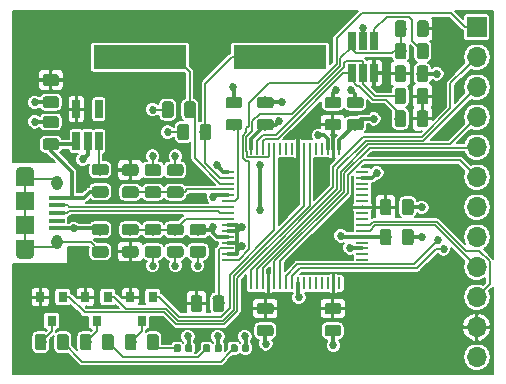
<source format=gtl>
G04 #@! TF.GenerationSoftware,KiCad,Pcbnew,5.0.1*
G04 #@! TF.CreationDate,2019-11-25T21:23:25-06:00*
G04 #@! TF.ProjectId,ft2232_board,6674323233325F626F6172642E6B6963,A*
G04 #@! TF.SameCoordinates,Original*
G04 #@! TF.FileFunction,Copper,L1,Top,Signal*
G04 #@! TF.FilePolarity,Positive*
%FSLAX46Y46*%
G04 Gerber Fmt 4.6, Leading zero omitted, Abs format (unit mm)*
G04 Created by KiCad (PCBNEW 5.0.1) date Mon 25 Nov 2019 09:23:25 PM CST*
%MOMM*%
%LPD*%
G01*
G04 APERTURE LIST*
G04 #@! TA.AperFunction,Conductor*
%ADD10C,0.100000*%
G04 #@! TD*
G04 #@! TA.AperFunction,SMDPad,CuDef*
%ADD11C,0.975000*%
G04 #@! TD*
G04 #@! TA.AperFunction,SMDPad,CuDef*
%ADD12C,0.590000*%
G04 #@! TD*
G04 #@! TA.AperFunction,ComponentPad*
%ADD13O,0.950000X1.250000*%
G04 #@! TD*
G04 #@! TA.AperFunction,ComponentPad*
%ADD14O,1.550000X0.900000*%
G04 #@! TD*
G04 #@! TA.AperFunction,SMDPad,CuDef*
%ADD15R,1.550000X1.200000*%
G04 #@! TD*
G04 #@! TA.AperFunction,SMDPad,CuDef*
%ADD16R,1.550000X1.500000*%
G04 #@! TD*
G04 #@! TA.AperFunction,SMDPad,CuDef*
%ADD17R,1.350000X0.400000*%
G04 #@! TD*
G04 #@! TA.AperFunction,SMDPad,CuDef*
%ADD18R,0.800000X0.900000*%
G04 #@! TD*
G04 #@! TA.AperFunction,SMDPad,CuDef*
%ADD19R,0.650000X1.560000*%
G04 #@! TD*
G04 #@! TA.AperFunction,SMDPad,CuDef*
%ADD20R,0.250000X1.000000*%
G04 #@! TD*
G04 #@! TA.AperFunction,SMDPad,CuDef*
%ADD21R,1.000000X0.250000*%
G04 #@! TD*
G04 #@! TA.AperFunction,SMDPad,CuDef*
%ADD22R,7.875000X2.000000*%
G04 #@! TD*
G04 #@! TA.AperFunction,ComponentPad*
%ADD23O,1.700000X1.700000*%
G04 #@! TD*
G04 #@! TA.AperFunction,ComponentPad*
%ADD24R,1.700000X1.700000*%
G04 #@! TD*
G04 #@! TA.AperFunction,ViaPad*
%ADD25C,0.685800*%
G04 #@! TD*
G04 #@! TA.AperFunction,Conductor*
%ADD26C,0.152400*%
G04 #@! TD*
G04 #@! TA.AperFunction,Conductor*
%ADD27C,0.304800*%
G04 #@! TD*
G04 #@! TA.AperFunction,Conductor*
%ADD28C,0.203200*%
G04 #@! TD*
G04 APERTURE END LIST*
D10*
G04 #@! TO.N,GND*
G04 #@! TO.C,C1*
G36*
X155674142Y-119304674D02*
X155697803Y-119308184D01*
X155721007Y-119313996D01*
X155743529Y-119322054D01*
X155765153Y-119332282D01*
X155785670Y-119344579D01*
X155804883Y-119358829D01*
X155822607Y-119374893D01*
X155838671Y-119392617D01*
X155852921Y-119411830D01*
X155865218Y-119432347D01*
X155875446Y-119453971D01*
X155883504Y-119476493D01*
X155889316Y-119499697D01*
X155892826Y-119523358D01*
X155894000Y-119547250D01*
X155894000Y-120034750D01*
X155892826Y-120058642D01*
X155889316Y-120082303D01*
X155883504Y-120105507D01*
X155875446Y-120128029D01*
X155865218Y-120149653D01*
X155852921Y-120170170D01*
X155838671Y-120189383D01*
X155822607Y-120207107D01*
X155804883Y-120223171D01*
X155785670Y-120237421D01*
X155765153Y-120249718D01*
X155743529Y-120259946D01*
X155721007Y-120268004D01*
X155697803Y-120273816D01*
X155674142Y-120277326D01*
X155650250Y-120278500D01*
X154737750Y-120278500D01*
X154713858Y-120277326D01*
X154690197Y-120273816D01*
X154666993Y-120268004D01*
X154644471Y-120259946D01*
X154622847Y-120249718D01*
X154602330Y-120237421D01*
X154583117Y-120223171D01*
X154565393Y-120207107D01*
X154549329Y-120189383D01*
X154535079Y-120170170D01*
X154522782Y-120149653D01*
X154512554Y-120128029D01*
X154504496Y-120105507D01*
X154498684Y-120082303D01*
X154495174Y-120058642D01*
X154494000Y-120034750D01*
X154494000Y-119547250D01*
X154495174Y-119523358D01*
X154498684Y-119499697D01*
X154504496Y-119476493D01*
X154512554Y-119453971D01*
X154522782Y-119432347D01*
X154535079Y-119411830D01*
X154549329Y-119392617D01*
X154565393Y-119374893D01*
X154583117Y-119358829D01*
X154602330Y-119344579D01*
X154622847Y-119332282D01*
X154644471Y-119322054D01*
X154666993Y-119313996D01*
X154690197Y-119308184D01*
X154713858Y-119304674D01*
X154737750Y-119303500D01*
X155650250Y-119303500D01*
X155674142Y-119304674D01*
X155674142Y-119304674D01*
G37*
D11*
G04 #@! TD*
G04 #@! TO.P,C1,2*
G04 #@! TO.N,GND*
X155194000Y-119791000D03*
D10*
G04 #@! TO.N,+5V*
G04 #@! TO.C,C1*
G36*
X155674142Y-121179674D02*
X155697803Y-121183184D01*
X155721007Y-121188996D01*
X155743529Y-121197054D01*
X155765153Y-121207282D01*
X155785670Y-121219579D01*
X155804883Y-121233829D01*
X155822607Y-121249893D01*
X155838671Y-121267617D01*
X155852921Y-121286830D01*
X155865218Y-121307347D01*
X155875446Y-121328971D01*
X155883504Y-121351493D01*
X155889316Y-121374697D01*
X155892826Y-121398358D01*
X155894000Y-121422250D01*
X155894000Y-121909750D01*
X155892826Y-121933642D01*
X155889316Y-121957303D01*
X155883504Y-121980507D01*
X155875446Y-122003029D01*
X155865218Y-122024653D01*
X155852921Y-122045170D01*
X155838671Y-122064383D01*
X155822607Y-122082107D01*
X155804883Y-122098171D01*
X155785670Y-122112421D01*
X155765153Y-122124718D01*
X155743529Y-122134946D01*
X155721007Y-122143004D01*
X155697803Y-122148816D01*
X155674142Y-122152326D01*
X155650250Y-122153500D01*
X154737750Y-122153500D01*
X154713858Y-122152326D01*
X154690197Y-122148816D01*
X154666993Y-122143004D01*
X154644471Y-122134946D01*
X154622847Y-122124718D01*
X154602330Y-122112421D01*
X154583117Y-122098171D01*
X154565393Y-122082107D01*
X154549329Y-122064383D01*
X154535079Y-122045170D01*
X154522782Y-122024653D01*
X154512554Y-122003029D01*
X154504496Y-121980507D01*
X154498684Y-121957303D01*
X154495174Y-121933642D01*
X154494000Y-121909750D01*
X154494000Y-121422250D01*
X154495174Y-121398358D01*
X154498684Y-121374697D01*
X154504496Y-121351493D01*
X154512554Y-121328971D01*
X154522782Y-121307347D01*
X154535079Y-121286830D01*
X154549329Y-121267617D01*
X154565393Y-121249893D01*
X154583117Y-121233829D01*
X154602330Y-121219579D01*
X154622847Y-121207282D01*
X154644471Y-121197054D01*
X154666993Y-121188996D01*
X154690197Y-121183184D01*
X154713858Y-121179674D01*
X154737750Y-121178500D01*
X155650250Y-121178500D01*
X155674142Y-121179674D01*
X155674142Y-121179674D01*
G37*
D11*
G04 #@! TD*
G04 #@! TO.P,C1,1*
G04 #@! TO.N,+5V*
X155194000Y-121666000D03*
D10*
G04 #@! TO.N,GND*
G04 #@! TO.C,C2*
G36*
X186927642Y-114998174D02*
X186951303Y-115001684D01*
X186974507Y-115007496D01*
X186997029Y-115015554D01*
X187018653Y-115025782D01*
X187039170Y-115038079D01*
X187058383Y-115052329D01*
X187076107Y-115068393D01*
X187092171Y-115086117D01*
X187106421Y-115105330D01*
X187118718Y-115125847D01*
X187128946Y-115147471D01*
X187137004Y-115169993D01*
X187142816Y-115193197D01*
X187146326Y-115216858D01*
X187147500Y-115240750D01*
X187147500Y-116153250D01*
X187146326Y-116177142D01*
X187142816Y-116200803D01*
X187137004Y-116224007D01*
X187128946Y-116246529D01*
X187118718Y-116268153D01*
X187106421Y-116288670D01*
X187092171Y-116307883D01*
X187076107Y-116325607D01*
X187058383Y-116341671D01*
X187039170Y-116355921D01*
X187018653Y-116368218D01*
X186997029Y-116378446D01*
X186974507Y-116386504D01*
X186951303Y-116392316D01*
X186927642Y-116395826D01*
X186903750Y-116397000D01*
X186416250Y-116397000D01*
X186392358Y-116395826D01*
X186368697Y-116392316D01*
X186345493Y-116386504D01*
X186322971Y-116378446D01*
X186301347Y-116368218D01*
X186280830Y-116355921D01*
X186261617Y-116341671D01*
X186243893Y-116325607D01*
X186227829Y-116307883D01*
X186213579Y-116288670D01*
X186201282Y-116268153D01*
X186191054Y-116246529D01*
X186182996Y-116224007D01*
X186177184Y-116200803D01*
X186173674Y-116177142D01*
X186172500Y-116153250D01*
X186172500Y-115240750D01*
X186173674Y-115216858D01*
X186177184Y-115193197D01*
X186182996Y-115169993D01*
X186191054Y-115147471D01*
X186201282Y-115125847D01*
X186213579Y-115105330D01*
X186227829Y-115086117D01*
X186243893Y-115068393D01*
X186261617Y-115052329D01*
X186280830Y-115038079D01*
X186301347Y-115025782D01*
X186322971Y-115015554D01*
X186345493Y-115007496D01*
X186368697Y-115001684D01*
X186392358Y-114998174D01*
X186416250Y-114997000D01*
X186903750Y-114997000D01*
X186927642Y-114998174D01*
X186927642Y-114998174D01*
G37*
D11*
G04 #@! TD*
G04 #@! TO.P,C2,2*
G04 #@! TO.N,GND*
X186660000Y-115697000D03*
D10*
G04 #@! TO.N,+3V3*
G04 #@! TO.C,C2*
G36*
X185052642Y-114998174D02*
X185076303Y-115001684D01*
X185099507Y-115007496D01*
X185122029Y-115015554D01*
X185143653Y-115025782D01*
X185164170Y-115038079D01*
X185183383Y-115052329D01*
X185201107Y-115068393D01*
X185217171Y-115086117D01*
X185231421Y-115105330D01*
X185243718Y-115125847D01*
X185253946Y-115147471D01*
X185262004Y-115169993D01*
X185267816Y-115193197D01*
X185271326Y-115216858D01*
X185272500Y-115240750D01*
X185272500Y-116153250D01*
X185271326Y-116177142D01*
X185267816Y-116200803D01*
X185262004Y-116224007D01*
X185253946Y-116246529D01*
X185243718Y-116268153D01*
X185231421Y-116288670D01*
X185217171Y-116307883D01*
X185201107Y-116325607D01*
X185183383Y-116341671D01*
X185164170Y-116355921D01*
X185143653Y-116368218D01*
X185122029Y-116378446D01*
X185099507Y-116386504D01*
X185076303Y-116392316D01*
X185052642Y-116395826D01*
X185028750Y-116397000D01*
X184541250Y-116397000D01*
X184517358Y-116395826D01*
X184493697Y-116392316D01*
X184470493Y-116386504D01*
X184447971Y-116378446D01*
X184426347Y-116368218D01*
X184405830Y-116355921D01*
X184386617Y-116341671D01*
X184368893Y-116325607D01*
X184352829Y-116307883D01*
X184338579Y-116288670D01*
X184326282Y-116268153D01*
X184316054Y-116246529D01*
X184307996Y-116224007D01*
X184302184Y-116200803D01*
X184298674Y-116177142D01*
X184297500Y-116153250D01*
X184297500Y-115240750D01*
X184298674Y-115216858D01*
X184302184Y-115193197D01*
X184307996Y-115169993D01*
X184316054Y-115147471D01*
X184326282Y-115125847D01*
X184338579Y-115105330D01*
X184352829Y-115086117D01*
X184368893Y-115068393D01*
X184386617Y-115052329D01*
X184405830Y-115038079D01*
X184426347Y-115025782D01*
X184447971Y-115015554D01*
X184470493Y-115007496D01*
X184493697Y-115001684D01*
X184517358Y-114998174D01*
X184541250Y-114997000D01*
X185028750Y-114997000D01*
X185052642Y-114998174D01*
X185052642Y-114998174D01*
G37*
D11*
G04 #@! TD*
G04 #@! TO.P,C2,1*
G04 #@! TO.N,+3V3*
X184785000Y-115697000D03*
D10*
G04 #@! TO.N,GND*
G04 #@! TO.C,C3*
G36*
X155674142Y-117623674D02*
X155697803Y-117627184D01*
X155721007Y-117632996D01*
X155743529Y-117641054D01*
X155765153Y-117651282D01*
X155785670Y-117663579D01*
X155804883Y-117677829D01*
X155822607Y-117693893D01*
X155838671Y-117711617D01*
X155852921Y-117730830D01*
X155865218Y-117751347D01*
X155875446Y-117772971D01*
X155883504Y-117795493D01*
X155889316Y-117818697D01*
X155892826Y-117842358D01*
X155894000Y-117866250D01*
X155894000Y-118353750D01*
X155892826Y-118377642D01*
X155889316Y-118401303D01*
X155883504Y-118424507D01*
X155875446Y-118447029D01*
X155865218Y-118468653D01*
X155852921Y-118489170D01*
X155838671Y-118508383D01*
X155822607Y-118526107D01*
X155804883Y-118542171D01*
X155785670Y-118556421D01*
X155765153Y-118568718D01*
X155743529Y-118578946D01*
X155721007Y-118587004D01*
X155697803Y-118592816D01*
X155674142Y-118596326D01*
X155650250Y-118597500D01*
X154737750Y-118597500D01*
X154713858Y-118596326D01*
X154690197Y-118592816D01*
X154666993Y-118587004D01*
X154644471Y-118578946D01*
X154622847Y-118568718D01*
X154602330Y-118556421D01*
X154583117Y-118542171D01*
X154565393Y-118526107D01*
X154549329Y-118508383D01*
X154535079Y-118489170D01*
X154522782Y-118468653D01*
X154512554Y-118447029D01*
X154504496Y-118424507D01*
X154498684Y-118401303D01*
X154495174Y-118377642D01*
X154494000Y-118353750D01*
X154494000Y-117866250D01*
X154495174Y-117842358D01*
X154498684Y-117818697D01*
X154504496Y-117795493D01*
X154512554Y-117772971D01*
X154522782Y-117751347D01*
X154535079Y-117730830D01*
X154549329Y-117711617D01*
X154565393Y-117693893D01*
X154583117Y-117677829D01*
X154602330Y-117663579D01*
X154622847Y-117651282D01*
X154644471Y-117641054D01*
X154666993Y-117632996D01*
X154690197Y-117627184D01*
X154713858Y-117623674D01*
X154737750Y-117622500D01*
X155650250Y-117622500D01*
X155674142Y-117623674D01*
X155674142Y-117623674D01*
G37*
D11*
G04 #@! TD*
G04 #@! TO.P,C3,2*
G04 #@! TO.N,GND*
X155194000Y-118110000D03*
D10*
G04 #@! TO.N,+3V3*
G04 #@! TO.C,C3*
G36*
X155674142Y-115748674D02*
X155697803Y-115752184D01*
X155721007Y-115757996D01*
X155743529Y-115766054D01*
X155765153Y-115776282D01*
X155785670Y-115788579D01*
X155804883Y-115802829D01*
X155822607Y-115818893D01*
X155838671Y-115836617D01*
X155852921Y-115855830D01*
X155865218Y-115876347D01*
X155875446Y-115897971D01*
X155883504Y-115920493D01*
X155889316Y-115943697D01*
X155892826Y-115967358D01*
X155894000Y-115991250D01*
X155894000Y-116478750D01*
X155892826Y-116502642D01*
X155889316Y-116526303D01*
X155883504Y-116549507D01*
X155875446Y-116572029D01*
X155865218Y-116593653D01*
X155852921Y-116614170D01*
X155838671Y-116633383D01*
X155822607Y-116651107D01*
X155804883Y-116667171D01*
X155785670Y-116681421D01*
X155765153Y-116693718D01*
X155743529Y-116703946D01*
X155721007Y-116712004D01*
X155697803Y-116717816D01*
X155674142Y-116721326D01*
X155650250Y-116722500D01*
X154737750Y-116722500D01*
X154713858Y-116721326D01*
X154690197Y-116717816D01*
X154666993Y-116712004D01*
X154644471Y-116703946D01*
X154622847Y-116693718D01*
X154602330Y-116681421D01*
X154583117Y-116667171D01*
X154565393Y-116651107D01*
X154549329Y-116633383D01*
X154535079Y-116614170D01*
X154522782Y-116593653D01*
X154512554Y-116572029D01*
X154504496Y-116549507D01*
X154498684Y-116526303D01*
X154495174Y-116502642D01*
X154494000Y-116478750D01*
X154494000Y-115991250D01*
X154495174Y-115967358D01*
X154498684Y-115943697D01*
X154504496Y-115920493D01*
X154512554Y-115897971D01*
X154522782Y-115876347D01*
X154535079Y-115855830D01*
X154549329Y-115836617D01*
X154565393Y-115818893D01*
X154583117Y-115802829D01*
X154602330Y-115788579D01*
X154622847Y-115776282D01*
X154644471Y-115766054D01*
X154666993Y-115757996D01*
X154690197Y-115752184D01*
X154713858Y-115748674D01*
X154737750Y-115747500D01*
X155650250Y-115747500D01*
X155674142Y-115748674D01*
X155674142Y-115748674D01*
G37*
D11*
G04 #@! TD*
G04 #@! TO.P,C3,1*
G04 #@! TO.N,+3V3*
X155194000Y-116235000D03*
D10*
G04 #@! TO.N,GND*
G04 #@! TO.C,C4*
G36*
X166667642Y-119951174D02*
X166691303Y-119954684D01*
X166714507Y-119960496D01*
X166737029Y-119968554D01*
X166758653Y-119978782D01*
X166779170Y-119991079D01*
X166798383Y-120005329D01*
X166816107Y-120021393D01*
X166832171Y-120039117D01*
X166846421Y-120058330D01*
X166858718Y-120078847D01*
X166868946Y-120100471D01*
X166877004Y-120122993D01*
X166882816Y-120146197D01*
X166886326Y-120169858D01*
X166887500Y-120193750D01*
X166887500Y-121106250D01*
X166886326Y-121130142D01*
X166882816Y-121153803D01*
X166877004Y-121177007D01*
X166868946Y-121199529D01*
X166858718Y-121221153D01*
X166846421Y-121241670D01*
X166832171Y-121260883D01*
X166816107Y-121278607D01*
X166798383Y-121294671D01*
X166779170Y-121308921D01*
X166758653Y-121321218D01*
X166737029Y-121331446D01*
X166714507Y-121339504D01*
X166691303Y-121345316D01*
X166667642Y-121348826D01*
X166643750Y-121350000D01*
X166156250Y-121350000D01*
X166132358Y-121348826D01*
X166108697Y-121345316D01*
X166085493Y-121339504D01*
X166062971Y-121331446D01*
X166041347Y-121321218D01*
X166020830Y-121308921D01*
X166001617Y-121294671D01*
X165983893Y-121278607D01*
X165967829Y-121260883D01*
X165953579Y-121241670D01*
X165941282Y-121221153D01*
X165931054Y-121199529D01*
X165922996Y-121177007D01*
X165917184Y-121153803D01*
X165913674Y-121130142D01*
X165912500Y-121106250D01*
X165912500Y-120193750D01*
X165913674Y-120169858D01*
X165917184Y-120146197D01*
X165922996Y-120122993D01*
X165931054Y-120100471D01*
X165941282Y-120078847D01*
X165953579Y-120058330D01*
X165967829Y-120039117D01*
X165983893Y-120021393D01*
X166001617Y-120005329D01*
X166020830Y-119991079D01*
X166041347Y-119978782D01*
X166062971Y-119968554D01*
X166085493Y-119960496D01*
X166108697Y-119954684D01*
X166132358Y-119951174D01*
X166156250Y-119950000D01*
X166643750Y-119950000D01*
X166667642Y-119951174D01*
X166667642Y-119951174D01*
G37*
D11*
G04 #@! TD*
G04 #@! TO.P,C4,2*
G04 #@! TO.N,GND*
X166400000Y-120650000D03*
D10*
G04 #@! TO.N,/FTDI_OSCI*
G04 #@! TO.C,C4*
G36*
X168542642Y-119951174D02*
X168566303Y-119954684D01*
X168589507Y-119960496D01*
X168612029Y-119968554D01*
X168633653Y-119978782D01*
X168654170Y-119991079D01*
X168673383Y-120005329D01*
X168691107Y-120021393D01*
X168707171Y-120039117D01*
X168721421Y-120058330D01*
X168733718Y-120078847D01*
X168743946Y-120100471D01*
X168752004Y-120122993D01*
X168757816Y-120146197D01*
X168761326Y-120169858D01*
X168762500Y-120193750D01*
X168762500Y-121106250D01*
X168761326Y-121130142D01*
X168757816Y-121153803D01*
X168752004Y-121177007D01*
X168743946Y-121199529D01*
X168733718Y-121221153D01*
X168721421Y-121241670D01*
X168707171Y-121260883D01*
X168691107Y-121278607D01*
X168673383Y-121294671D01*
X168654170Y-121308921D01*
X168633653Y-121321218D01*
X168612029Y-121331446D01*
X168589507Y-121339504D01*
X168566303Y-121345316D01*
X168542642Y-121348826D01*
X168518750Y-121350000D01*
X168031250Y-121350000D01*
X168007358Y-121348826D01*
X167983697Y-121345316D01*
X167960493Y-121339504D01*
X167937971Y-121331446D01*
X167916347Y-121321218D01*
X167895830Y-121308921D01*
X167876617Y-121294671D01*
X167858893Y-121278607D01*
X167842829Y-121260883D01*
X167828579Y-121241670D01*
X167816282Y-121221153D01*
X167806054Y-121199529D01*
X167797996Y-121177007D01*
X167792184Y-121153803D01*
X167788674Y-121130142D01*
X167787500Y-121106250D01*
X167787500Y-120193750D01*
X167788674Y-120169858D01*
X167792184Y-120146197D01*
X167797996Y-120122993D01*
X167806054Y-120100471D01*
X167816282Y-120078847D01*
X167828579Y-120058330D01*
X167842829Y-120039117D01*
X167858893Y-120021393D01*
X167876617Y-120005329D01*
X167895830Y-119991079D01*
X167916347Y-119978782D01*
X167937971Y-119968554D01*
X167960493Y-119960496D01*
X167983697Y-119954684D01*
X168007358Y-119951174D01*
X168031250Y-119950000D01*
X168518750Y-119950000D01*
X168542642Y-119951174D01*
X168542642Y-119951174D01*
G37*
D11*
G04 #@! TD*
G04 #@! TO.P,C4,1*
G04 #@! TO.N,/FTDI_OSCI*
X168275000Y-120650000D03*
D10*
G04 #@! TO.N,GND*
G04 #@! TO.C,C5*
G36*
X164310142Y-130293674D02*
X164333803Y-130297184D01*
X164357007Y-130302996D01*
X164379529Y-130311054D01*
X164401153Y-130321282D01*
X164421670Y-130333579D01*
X164440883Y-130347829D01*
X164458607Y-130363893D01*
X164474671Y-130381617D01*
X164488921Y-130400830D01*
X164501218Y-130421347D01*
X164511446Y-130442971D01*
X164519504Y-130465493D01*
X164525316Y-130488697D01*
X164528826Y-130512358D01*
X164530000Y-130536250D01*
X164530000Y-131023750D01*
X164528826Y-131047642D01*
X164525316Y-131071303D01*
X164519504Y-131094507D01*
X164511446Y-131117029D01*
X164501218Y-131138653D01*
X164488921Y-131159170D01*
X164474671Y-131178383D01*
X164458607Y-131196107D01*
X164440883Y-131212171D01*
X164421670Y-131226421D01*
X164401153Y-131238718D01*
X164379529Y-131248946D01*
X164357007Y-131257004D01*
X164333803Y-131262816D01*
X164310142Y-131266326D01*
X164286250Y-131267500D01*
X163373750Y-131267500D01*
X163349858Y-131266326D01*
X163326197Y-131262816D01*
X163302993Y-131257004D01*
X163280471Y-131248946D01*
X163258847Y-131238718D01*
X163238330Y-131226421D01*
X163219117Y-131212171D01*
X163201393Y-131196107D01*
X163185329Y-131178383D01*
X163171079Y-131159170D01*
X163158782Y-131138653D01*
X163148554Y-131117029D01*
X163140496Y-131094507D01*
X163134684Y-131071303D01*
X163131174Y-131047642D01*
X163130000Y-131023750D01*
X163130000Y-130536250D01*
X163131174Y-130512358D01*
X163134684Y-130488697D01*
X163140496Y-130465493D01*
X163148554Y-130442971D01*
X163158782Y-130421347D01*
X163171079Y-130400830D01*
X163185329Y-130381617D01*
X163201393Y-130363893D01*
X163219117Y-130347829D01*
X163238330Y-130333579D01*
X163258847Y-130321282D01*
X163280471Y-130311054D01*
X163302993Y-130302996D01*
X163326197Y-130297184D01*
X163349858Y-130293674D01*
X163373750Y-130292500D01*
X164286250Y-130292500D01*
X164310142Y-130293674D01*
X164310142Y-130293674D01*
G37*
D11*
G04 #@! TD*
G04 #@! TO.P,C5,2*
G04 #@! TO.N,GND*
X163830000Y-130780000D03*
D10*
G04 #@! TO.N,/FTDI_VPLL*
G04 #@! TO.C,C5*
G36*
X164310142Y-128418674D02*
X164333803Y-128422184D01*
X164357007Y-128427996D01*
X164379529Y-128436054D01*
X164401153Y-128446282D01*
X164421670Y-128458579D01*
X164440883Y-128472829D01*
X164458607Y-128488893D01*
X164474671Y-128506617D01*
X164488921Y-128525830D01*
X164501218Y-128546347D01*
X164511446Y-128567971D01*
X164519504Y-128590493D01*
X164525316Y-128613697D01*
X164528826Y-128637358D01*
X164530000Y-128661250D01*
X164530000Y-129148750D01*
X164528826Y-129172642D01*
X164525316Y-129196303D01*
X164519504Y-129219507D01*
X164511446Y-129242029D01*
X164501218Y-129263653D01*
X164488921Y-129284170D01*
X164474671Y-129303383D01*
X164458607Y-129321107D01*
X164440883Y-129337171D01*
X164421670Y-129351421D01*
X164401153Y-129363718D01*
X164379529Y-129373946D01*
X164357007Y-129382004D01*
X164333803Y-129387816D01*
X164310142Y-129391326D01*
X164286250Y-129392500D01*
X163373750Y-129392500D01*
X163349858Y-129391326D01*
X163326197Y-129387816D01*
X163302993Y-129382004D01*
X163280471Y-129373946D01*
X163258847Y-129363718D01*
X163238330Y-129351421D01*
X163219117Y-129337171D01*
X163201393Y-129321107D01*
X163185329Y-129303383D01*
X163171079Y-129284170D01*
X163158782Y-129263653D01*
X163148554Y-129242029D01*
X163140496Y-129219507D01*
X163134684Y-129196303D01*
X163131174Y-129172642D01*
X163130000Y-129148750D01*
X163130000Y-128661250D01*
X163131174Y-128637358D01*
X163134684Y-128613697D01*
X163140496Y-128590493D01*
X163148554Y-128567971D01*
X163158782Y-128546347D01*
X163171079Y-128525830D01*
X163185329Y-128506617D01*
X163201393Y-128488893D01*
X163219117Y-128472829D01*
X163238330Y-128458579D01*
X163258847Y-128446282D01*
X163280471Y-128436054D01*
X163302993Y-128427996D01*
X163326197Y-128422184D01*
X163349858Y-128418674D01*
X163373750Y-128417500D01*
X164286250Y-128417500D01*
X164310142Y-128418674D01*
X164310142Y-128418674D01*
G37*
D11*
G04 #@! TD*
G04 #@! TO.P,C5,1*
G04 #@! TO.N,/FTDI_VPLL*
X163830000Y-128905000D03*
D10*
G04 #@! TO.N,GND*
G04 #@! TO.C,C6*
G36*
X166215142Y-123368674D02*
X166238803Y-123372184D01*
X166262007Y-123377996D01*
X166284529Y-123386054D01*
X166306153Y-123396282D01*
X166326670Y-123408579D01*
X166345883Y-123422829D01*
X166363607Y-123438893D01*
X166379671Y-123456617D01*
X166393921Y-123475830D01*
X166406218Y-123496347D01*
X166416446Y-123517971D01*
X166424504Y-123540493D01*
X166430316Y-123563697D01*
X166433826Y-123587358D01*
X166435000Y-123611250D01*
X166435000Y-124098750D01*
X166433826Y-124122642D01*
X166430316Y-124146303D01*
X166424504Y-124169507D01*
X166416446Y-124192029D01*
X166406218Y-124213653D01*
X166393921Y-124234170D01*
X166379671Y-124253383D01*
X166363607Y-124271107D01*
X166345883Y-124287171D01*
X166326670Y-124301421D01*
X166306153Y-124313718D01*
X166284529Y-124323946D01*
X166262007Y-124332004D01*
X166238803Y-124337816D01*
X166215142Y-124341326D01*
X166191250Y-124342500D01*
X165278750Y-124342500D01*
X165254858Y-124341326D01*
X165231197Y-124337816D01*
X165207993Y-124332004D01*
X165185471Y-124323946D01*
X165163847Y-124313718D01*
X165143330Y-124301421D01*
X165124117Y-124287171D01*
X165106393Y-124271107D01*
X165090329Y-124253383D01*
X165076079Y-124234170D01*
X165063782Y-124213653D01*
X165053554Y-124192029D01*
X165045496Y-124169507D01*
X165039684Y-124146303D01*
X165036174Y-124122642D01*
X165035000Y-124098750D01*
X165035000Y-123611250D01*
X165036174Y-123587358D01*
X165039684Y-123563697D01*
X165045496Y-123540493D01*
X165053554Y-123517971D01*
X165063782Y-123496347D01*
X165076079Y-123475830D01*
X165090329Y-123456617D01*
X165106393Y-123438893D01*
X165124117Y-123422829D01*
X165143330Y-123408579D01*
X165163847Y-123396282D01*
X165185471Y-123386054D01*
X165207993Y-123377996D01*
X165231197Y-123372184D01*
X165254858Y-123368674D01*
X165278750Y-123367500D01*
X166191250Y-123367500D01*
X166215142Y-123368674D01*
X166215142Y-123368674D01*
G37*
D11*
G04 #@! TD*
G04 #@! TO.P,C6,2*
G04 #@! TO.N,GND*
X165735000Y-123855000D03*
D10*
G04 #@! TO.N,/FTDI_VPHY*
G04 #@! TO.C,C6*
G36*
X166215142Y-125243674D02*
X166238803Y-125247184D01*
X166262007Y-125252996D01*
X166284529Y-125261054D01*
X166306153Y-125271282D01*
X166326670Y-125283579D01*
X166345883Y-125297829D01*
X166363607Y-125313893D01*
X166379671Y-125331617D01*
X166393921Y-125350830D01*
X166406218Y-125371347D01*
X166416446Y-125392971D01*
X166424504Y-125415493D01*
X166430316Y-125438697D01*
X166433826Y-125462358D01*
X166435000Y-125486250D01*
X166435000Y-125973750D01*
X166433826Y-125997642D01*
X166430316Y-126021303D01*
X166424504Y-126044507D01*
X166416446Y-126067029D01*
X166406218Y-126088653D01*
X166393921Y-126109170D01*
X166379671Y-126128383D01*
X166363607Y-126146107D01*
X166345883Y-126162171D01*
X166326670Y-126176421D01*
X166306153Y-126188718D01*
X166284529Y-126198946D01*
X166262007Y-126207004D01*
X166238803Y-126212816D01*
X166215142Y-126216326D01*
X166191250Y-126217500D01*
X165278750Y-126217500D01*
X165254858Y-126216326D01*
X165231197Y-126212816D01*
X165207993Y-126207004D01*
X165185471Y-126198946D01*
X165163847Y-126188718D01*
X165143330Y-126176421D01*
X165124117Y-126162171D01*
X165106393Y-126146107D01*
X165090329Y-126128383D01*
X165076079Y-126109170D01*
X165063782Y-126088653D01*
X165053554Y-126067029D01*
X165045496Y-126044507D01*
X165039684Y-126021303D01*
X165036174Y-125997642D01*
X165035000Y-125973750D01*
X165035000Y-125486250D01*
X165036174Y-125462358D01*
X165039684Y-125438697D01*
X165045496Y-125415493D01*
X165053554Y-125392971D01*
X165063782Y-125371347D01*
X165076079Y-125350830D01*
X165090329Y-125331617D01*
X165106393Y-125313893D01*
X165124117Y-125297829D01*
X165143330Y-125283579D01*
X165163847Y-125271282D01*
X165185471Y-125261054D01*
X165207993Y-125252996D01*
X165231197Y-125247184D01*
X165254858Y-125243674D01*
X165278750Y-125242500D01*
X166191250Y-125242500D01*
X166215142Y-125243674D01*
X166215142Y-125243674D01*
G37*
D11*
G04 #@! TD*
G04 #@! TO.P,C6,1*
G04 #@! TO.N,/FTDI_VPHY*
X165735000Y-125730000D03*
D10*
G04 #@! TO.N,GND*
G04 #@! TO.C,C7*
G36*
X181455142Y-117653674D02*
X181478803Y-117657184D01*
X181502007Y-117662996D01*
X181524529Y-117671054D01*
X181546153Y-117681282D01*
X181566670Y-117693579D01*
X181585883Y-117707829D01*
X181603607Y-117723893D01*
X181619671Y-117741617D01*
X181633921Y-117760830D01*
X181646218Y-117781347D01*
X181656446Y-117802971D01*
X181664504Y-117825493D01*
X181670316Y-117848697D01*
X181673826Y-117872358D01*
X181675000Y-117896250D01*
X181675000Y-118383750D01*
X181673826Y-118407642D01*
X181670316Y-118431303D01*
X181664504Y-118454507D01*
X181656446Y-118477029D01*
X181646218Y-118498653D01*
X181633921Y-118519170D01*
X181619671Y-118538383D01*
X181603607Y-118556107D01*
X181585883Y-118572171D01*
X181566670Y-118586421D01*
X181546153Y-118598718D01*
X181524529Y-118608946D01*
X181502007Y-118617004D01*
X181478803Y-118622816D01*
X181455142Y-118626326D01*
X181431250Y-118627500D01*
X180518750Y-118627500D01*
X180494858Y-118626326D01*
X180471197Y-118622816D01*
X180447993Y-118617004D01*
X180425471Y-118608946D01*
X180403847Y-118598718D01*
X180383330Y-118586421D01*
X180364117Y-118572171D01*
X180346393Y-118556107D01*
X180330329Y-118538383D01*
X180316079Y-118519170D01*
X180303782Y-118498653D01*
X180293554Y-118477029D01*
X180285496Y-118454507D01*
X180279684Y-118431303D01*
X180276174Y-118407642D01*
X180275000Y-118383750D01*
X180275000Y-117896250D01*
X180276174Y-117872358D01*
X180279684Y-117848697D01*
X180285496Y-117825493D01*
X180293554Y-117802971D01*
X180303782Y-117781347D01*
X180316079Y-117760830D01*
X180330329Y-117741617D01*
X180346393Y-117723893D01*
X180364117Y-117707829D01*
X180383330Y-117693579D01*
X180403847Y-117681282D01*
X180425471Y-117671054D01*
X180447993Y-117662996D01*
X180471197Y-117657184D01*
X180494858Y-117653674D01*
X180518750Y-117652500D01*
X181431250Y-117652500D01*
X181455142Y-117653674D01*
X181455142Y-117653674D01*
G37*
D11*
G04 #@! TD*
G04 #@! TO.P,C7,2*
G04 #@! TO.N,GND*
X180975000Y-118140000D03*
D10*
G04 #@! TO.N,+1V8*
G04 #@! TO.C,C7*
G36*
X181455142Y-119528674D02*
X181478803Y-119532184D01*
X181502007Y-119537996D01*
X181524529Y-119546054D01*
X181546153Y-119556282D01*
X181566670Y-119568579D01*
X181585883Y-119582829D01*
X181603607Y-119598893D01*
X181619671Y-119616617D01*
X181633921Y-119635830D01*
X181646218Y-119656347D01*
X181656446Y-119677971D01*
X181664504Y-119700493D01*
X181670316Y-119723697D01*
X181673826Y-119747358D01*
X181675000Y-119771250D01*
X181675000Y-120258750D01*
X181673826Y-120282642D01*
X181670316Y-120306303D01*
X181664504Y-120329507D01*
X181656446Y-120352029D01*
X181646218Y-120373653D01*
X181633921Y-120394170D01*
X181619671Y-120413383D01*
X181603607Y-120431107D01*
X181585883Y-120447171D01*
X181566670Y-120461421D01*
X181546153Y-120473718D01*
X181524529Y-120483946D01*
X181502007Y-120492004D01*
X181478803Y-120497816D01*
X181455142Y-120501326D01*
X181431250Y-120502500D01*
X180518750Y-120502500D01*
X180494858Y-120501326D01*
X180471197Y-120497816D01*
X180447993Y-120492004D01*
X180425471Y-120483946D01*
X180403847Y-120473718D01*
X180383330Y-120461421D01*
X180364117Y-120447171D01*
X180346393Y-120431107D01*
X180330329Y-120413383D01*
X180316079Y-120394170D01*
X180303782Y-120373653D01*
X180293554Y-120352029D01*
X180285496Y-120329507D01*
X180279684Y-120306303D01*
X180276174Y-120282642D01*
X180275000Y-120258750D01*
X180275000Y-119771250D01*
X180276174Y-119747358D01*
X180279684Y-119723697D01*
X180285496Y-119700493D01*
X180293554Y-119677971D01*
X180303782Y-119656347D01*
X180316079Y-119635830D01*
X180330329Y-119616617D01*
X180346393Y-119598893D01*
X180364117Y-119582829D01*
X180383330Y-119568579D01*
X180403847Y-119556282D01*
X180425471Y-119546054D01*
X180447993Y-119537996D01*
X180471197Y-119532184D01*
X180494858Y-119528674D01*
X180518750Y-119527500D01*
X181431250Y-119527500D01*
X181455142Y-119528674D01*
X181455142Y-119528674D01*
G37*
D11*
G04 #@! TD*
G04 #@! TO.P,C7,1*
G04 #@! TO.N,+1V8*
X180975000Y-120015000D03*
D10*
G04 #@! TO.N,GND*
G04 #@! TO.C,C8*
G36*
X165367642Y-118046174D02*
X165391303Y-118049684D01*
X165414507Y-118055496D01*
X165437029Y-118063554D01*
X165458653Y-118073782D01*
X165479170Y-118086079D01*
X165498383Y-118100329D01*
X165516107Y-118116393D01*
X165532171Y-118134117D01*
X165546421Y-118153330D01*
X165558718Y-118173847D01*
X165568946Y-118195471D01*
X165577004Y-118217993D01*
X165582816Y-118241197D01*
X165586326Y-118264858D01*
X165587500Y-118288750D01*
X165587500Y-119201250D01*
X165586326Y-119225142D01*
X165582816Y-119248803D01*
X165577004Y-119272007D01*
X165568946Y-119294529D01*
X165558718Y-119316153D01*
X165546421Y-119336670D01*
X165532171Y-119355883D01*
X165516107Y-119373607D01*
X165498383Y-119389671D01*
X165479170Y-119403921D01*
X165458653Y-119416218D01*
X165437029Y-119426446D01*
X165414507Y-119434504D01*
X165391303Y-119440316D01*
X165367642Y-119443826D01*
X165343750Y-119445000D01*
X164856250Y-119445000D01*
X164832358Y-119443826D01*
X164808697Y-119440316D01*
X164785493Y-119434504D01*
X164762971Y-119426446D01*
X164741347Y-119416218D01*
X164720830Y-119403921D01*
X164701617Y-119389671D01*
X164683893Y-119373607D01*
X164667829Y-119355883D01*
X164653579Y-119336670D01*
X164641282Y-119316153D01*
X164631054Y-119294529D01*
X164622996Y-119272007D01*
X164617184Y-119248803D01*
X164613674Y-119225142D01*
X164612500Y-119201250D01*
X164612500Y-118288750D01*
X164613674Y-118264858D01*
X164617184Y-118241197D01*
X164622996Y-118217993D01*
X164631054Y-118195471D01*
X164641282Y-118173847D01*
X164653579Y-118153330D01*
X164667829Y-118134117D01*
X164683893Y-118116393D01*
X164701617Y-118100329D01*
X164720830Y-118086079D01*
X164741347Y-118073782D01*
X164762971Y-118063554D01*
X164785493Y-118055496D01*
X164808697Y-118049684D01*
X164832358Y-118046174D01*
X164856250Y-118045000D01*
X165343750Y-118045000D01*
X165367642Y-118046174D01*
X165367642Y-118046174D01*
G37*
D11*
G04 #@! TD*
G04 #@! TO.P,C8,2*
G04 #@! TO.N,GND*
X165100000Y-118745000D03*
D10*
G04 #@! TO.N,/FTDI_OSCO*
G04 #@! TO.C,C8*
G36*
X167242642Y-118046174D02*
X167266303Y-118049684D01*
X167289507Y-118055496D01*
X167312029Y-118063554D01*
X167333653Y-118073782D01*
X167354170Y-118086079D01*
X167373383Y-118100329D01*
X167391107Y-118116393D01*
X167407171Y-118134117D01*
X167421421Y-118153330D01*
X167433718Y-118173847D01*
X167443946Y-118195471D01*
X167452004Y-118217993D01*
X167457816Y-118241197D01*
X167461326Y-118264858D01*
X167462500Y-118288750D01*
X167462500Y-119201250D01*
X167461326Y-119225142D01*
X167457816Y-119248803D01*
X167452004Y-119272007D01*
X167443946Y-119294529D01*
X167433718Y-119316153D01*
X167421421Y-119336670D01*
X167407171Y-119355883D01*
X167391107Y-119373607D01*
X167373383Y-119389671D01*
X167354170Y-119403921D01*
X167333653Y-119416218D01*
X167312029Y-119426446D01*
X167289507Y-119434504D01*
X167266303Y-119440316D01*
X167242642Y-119443826D01*
X167218750Y-119445000D01*
X166731250Y-119445000D01*
X166707358Y-119443826D01*
X166683697Y-119440316D01*
X166660493Y-119434504D01*
X166637971Y-119426446D01*
X166616347Y-119416218D01*
X166595830Y-119403921D01*
X166576617Y-119389671D01*
X166558893Y-119373607D01*
X166542829Y-119355883D01*
X166528579Y-119336670D01*
X166516282Y-119316153D01*
X166506054Y-119294529D01*
X166497996Y-119272007D01*
X166492184Y-119248803D01*
X166488674Y-119225142D01*
X166487500Y-119201250D01*
X166487500Y-118288750D01*
X166488674Y-118264858D01*
X166492184Y-118241197D01*
X166497996Y-118217993D01*
X166506054Y-118195471D01*
X166516282Y-118173847D01*
X166528579Y-118153330D01*
X166542829Y-118134117D01*
X166558893Y-118116393D01*
X166576617Y-118100329D01*
X166595830Y-118086079D01*
X166616347Y-118073782D01*
X166637971Y-118063554D01*
X166660493Y-118055496D01*
X166683697Y-118049684D01*
X166707358Y-118046174D01*
X166731250Y-118045000D01*
X167218750Y-118045000D01*
X167242642Y-118046174D01*
X167242642Y-118046174D01*
G37*
D11*
G04 #@! TD*
G04 #@! TO.P,C8,1*
G04 #@! TO.N,/FTDI_OSCO*
X166975000Y-118745000D03*
D10*
G04 #@! TO.N,GND*
G04 #@! TO.C,C9*
G36*
X166215142Y-130293674D02*
X166238803Y-130297184D01*
X166262007Y-130302996D01*
X166284529Y-130311054D01*
X166306153Y-130321282D01*
X166326670Y-130333579D01*
X166345883Y-130347829D01*
X166363607Y-130363893D01*
X166379671Y-130381617D01*
X166393921Y-130400830D01*
X166406218Y-130421347D01*
X166416446Y-130442971D01*
X166424504Y-130465493D01*
X166430316Y-130488697D01*
X166433826Y-130512358D01*
X166435000Y-130536250D01*
X166435000Y-131023750D01*
X166433826Y-131047642D01*
X166430316Y-131071303D01*
X166424504Y-131094507D01*
X166416446Y-131117029D01*
X166406218Y-131138653D01*
X166393921Y-131159170D01*
X166379671Y-131178383D01*
X166363607Y-131196107D01*
X166345883Y-131212171D01*
X166326670Y-131226421D01*
X166306153Y-131238718D01*
X166284529Y-131248946D01*
X166262007Y-131257004D01*
X166238803Y-131262816D01*
X166215142Y-131266326D01*
X166191250Y-131267500D01*
X165278750Y-131267500D01*
X165254858Y-131266326D01*
X165231197Y-131262816D01*
X165207993Y-131257004D01*
X165185471Y-131248946D01*
X165163847Y-131238718D01*
X165143330Y-131226421D01*
X165124117Y-131212171D01*
X165106393Y-131196107D01*
X165090329Y-131178383D01*
X165076079Y-131159170D01*
X165063782Y-131138653D01*
X165053554Y-131117029D01*
X165045496Y-131094507D01*
X165039684Y-131071303D01*
X165036174Y-131047642D01*
X165035000Y-131023750D01*
X165035000Y-130536250D01*
X165036174Y-130512358D01*
X165039684Y-130488697D01*
X165045496Y-130465493D01*
X165053554Y-130442971D01*
X165063782Y-130421347D01*
X165076079Y-130400830D01*
X165090329Y-130381617D01*
X165106393Y-130363893D01*
X165124117Y-130347829D01*
X165143330Y-130333579D01*
X165163847Y-130321282D01*
X165185471Y-130311054D01*
X165207993Y-130302996D01*
X165231197Y-130297184D01*
X165254858Y-130293674D01*
X165278750Y-130292500D01*
X166191250Y-130292500D01*
X166215142Y-130293674D01*
X166215142Y-130293674D01*
G37*
D11*
G04 #@! TD*
G04 #@! TO.P,C9,2*
G04 #@! TO.N,GND*
X165735000Y-130780000D03*
D10*
G04 #@! TO.N,/FTDI_VPLL*
G04 #@! TO.C,C9*
G36*
X166215142Y-128418674D02*
X166238803Y-128422184D01*
X166262007Y-128427996D01*
X166284529Y-128436054D01*
X166306153Y-128446282D01*
X166326670Y-128458579D01*
X166345883Y-128472829D01*
X166363607Y-128488893D01*
X166379671Y-128506617D01*
X166393921Y-128525830D01*
X166406218Y-128546347D01*
X166416446Y-128567971D01*
X166424504Y-128590493D01*
X166430316Y-128613697D01*
X166433826Y-128637358D01*
X166435000Y-128661250D01*
X166435000Y-129148750D01*
X166433826Y-129172642D01*
X166430316Y-129196303D01*
X166424504Y-129219507D01*
X166416446Y-129242029D01*
X166406218Y-129263653D01*
X166393921Y-129284170D01*
X166379671Y-129303383D01*
X166363607Y-129321107D01*
X166345883Y-129337171D01*
X166326670Y-129351421D01*
X166306153Y-129363718D01*
X166284529Y-129373946D01*
X166262007Y-129382004D01*
X166238803Y-129387816D01*
X166215142Y-129391326D01*
X166191250Y-129392500D01*
X165278750Y-129392500D01*
X165254858Y-129391326D01*
X165231197Y-129387816D01*
X165207993Y-129382004D01*
X165185471Y-129373946D01*
X165163847Y-129363718D01*
X165143330Y-129351421D01*
X165124117Y-129337171D01*
X165106393Y-129321107D01*
X165090329Y-129303383D01*
X165076079Y-129284170D01*
X165063782Y-129263653D01*
X165053554Y-129242029D01*
X165045496Y-129219507D01*
X165039684Y-129196303D01*
X165036174Y-129172642D01*
X165035000Y-129148750D01*
X165035000Y-128661250D01*
X165036174Y-128637358D01*
X165039684Y-128613697D01*
X165045496Y-128590493D01*
X165053554Y-128567971D01*
X165063782Y-128546347D01*
X165076079Y-128525830D01*
X165090329Y-128506617D01*
X165106393Y-128488893D01*
X165124117Y-128472829D01*
X165143330Y-128458579D01*
X165163847Y-128446282D01*
X165185471Y-128436054D01*
X165207993Y-128427996D01*
X165231197Y-128422184D01*
X165254858Y-128418674D01*
X165278750Y-128417500D01*
X166191250Y-128417500D01*
X166215142Y-128418674D01*
X166215142Y-128418674D01*
G37*
D11*
G04 #@! TD*
G04 #@! TO.P,C9,1*
G04 #@! TO.N,/FTDI_VPLL*
X165735000Y-128905000D03*
D10*
G04 #@! TO.N,GND*
G04 #@! TO.C,C10*
G36*
X164310142Y-123368674D02*
X164333803Y-123372184D01*
X164357007Y-123377996D01*
X164379529Y-123386054D01*
X164401153Y-123396282D01*
X164421670Y-123408579D01*
X164440883Y-123422829D01*
X164458607Y-123438893D01*
X164474671Y-123456617D01*
X164488921Y-123475830D01*
X164501218Y-123496347D01*
X164511446Y-123517971D01*
X164519504Y-123540493D01*
X164525316Y-123563697D01*
X164528826Y-123587358D01*
X164530000Y-123611250D01*
X164530000Y-124098750D01*
X164528826Y-124122642D01*
X164525316Y-124146303D01*
X164519504Y-124169507D01*
X164511446Y-124192029D01*
X164501218Y-124213653D01*
X164488921Y-124234170D01*
X164474671Y-124253383D01*
X164458607Y-124271107D01*
X164440883Y-124287171D01*
X164421670Y-124301421D01*
X164401153Y-124313718D01*
X164379529Y-124323946D01*
X164357007Y-124332004D01*
X164333803Y-124337816D01*
X164310142Y-124341326D01*
X164286250Y-124342500D01*
X163373750Y-124342500D01*
X163349858Y-124341326D01*
X163326197Y-124337816D01*
X163302993Y-124332004D01*
X163280471Y-124323946D01*
X163258847Y-124313718D01*
X163238330Y-124301421D01*
X163219117Y-124287171D01*
X163201393Y-124271107D01*
X163185329Y-124253383D01*
X163171079Y-124234170D01*
X163158782Y-124213653D01*
X163148554Y-124192029D01*
X163140496Y-124169507D01*
X163134684Y-124146303D01*
X163131174Y-124122642D01*
X163130000Y-124098750D01*
X163130000Y-123611250D01*
X163131174Y-123587358D01*
X163134684Y-123563697D01*
X163140496Y-123540493D01*
X163148554Y-123517971D01*
X163158782Y-123496347D01*
X163171079Y-123475830D01*
X163185329Y-123456617D01*
X163201393Y-123438893D01*
X163219117Y-123422829D01*
X163238330Y-123408579D01*
X163258847Y-123396282D01*
X163280471Y-123386054D01*
X163302993Y-123377996D01*
X163326197Y-123372184D01*
X163349858Y-123368674D01*
X163373750Y-123367500D01*
X164286250Y-123367500D01*
X164310142Y-123368674D01*
X164310142Y-123368674D01*
G37*
D11*
G04 #@! TD*
G04 #@! TO.P,C10,2*
G04 #@! TO.N,GND*
X163830000Y-123855000D03*
D10*
G04 #@! TO.N,/FTDI_VPHY*
G04 #@! TO.C,C10*
G36*
X164310142Y-125243674D02*
X164333803Y-125247184D01*
X164357007Y-125252996D01*
X164379529Y-125261054D01*
X164401153Y-125271282D01*
X164421670Y-125283579D01*
X164440883Y-125297829D01*
X164458607Y-125313893D01*
X164474671Y-125331617D01*
X164488921Y-125350830D01*
X164501218Y-125371347D01*
X164511446Y-125392971D01*
X164519504Y-125415493D01*
X164525316Y-125438697D01*
X164528826Y-125462358D01*
X164530000Y-125486250D01*
X164530000Y-125973750D01*
X164528826Y-125997642D01*
X164525316Y-126021303D01*
X164519504Y-126044507D01*
X164511446Y-126067029D01*
X164501218Y-126088653D01*
X164488921Y-126109170D01*
X164474671Y-126128383D01*
X164458607Y-126146107D01*
X164440883Y-126162171D01*
X164421670Y-126176421D01*
X164401153Y-126188718D01*
X164379529Y-126198946D01*
X164357007Y-126207004D01*
X164333803Y-126212816D01*
X164310142Y-126216326D01*
X164286250Y-126217500D01*
X163373750Y-126217500D01*
X163349858Y-126216326D01*
X163326197Y-126212816D01*
X163302993Y-126207004D01*
X163280471Y-126198946D01*
X163258847Y-126188718D01*
X163238330Y-126176421D01*
X163219117Y-126162171D01*
X163201393Y-126146107D01*
X163185329Y-126128383D01*
X163171079Y-126109170D01*
X163158782Y-126088653D01*
X163148554Y-126067029D01*
X163140496Y-126044507D01*
X163134684Y-126021303D01*
X163131174Y-125997642D01*
X163130000Y-125973750D01*
X163130000Y-125486250D01*
X163131174Y-125462358D01*
X163134684Y-125438697D01*
X163140496Y-125415493D01*
X163148554Y-125392971D01*
X163158782Y-125371347D01*
X163171079Y-125350830D01*
X163185329Y-125331617D01*
X163201393Y-125313893D01*
X163219117Y-125297829D01*
X163238330Y-125283579D01*
X163258847Y-125271282D01*
X163280471Y-125261054D01*
X163302993Y-125252996D01*
X163326197Y-125247184D01*
X163349858Y-125243674D01*
X163373750Y-125242500D01*
X164286250Y-125242500D01*
X164310142Y-125243674D01*
X164310142Y-125243674D01*
G37*
D11*
G04 #@! TD*
G04 #@! TO.P,C10,1*
G04 #@! TO.N,/FTDI_VPHY*
X163830000Y-125730000D03*
D10*
G04 #@! TO.N,GND*
G04 #@! TO.C,C11*
G36*
X185687642Y-128841174D02*
X185711303Y-128844684D01*
X185734507Y-128850496D01*
X185757029Y-128858554D01*
X185778653Y-128868782D01*
X185799170Y-128881079D01*
X185818383Y-128895329D01*
X185836107Y-128911393D01*
X185852171Y-128929117D01*
X185866421Y-128948330D01*
X185878718Y-128968847D01*
X185888946Y-128990471D01*
X185897004Y-129012993D01*
X185902816Y-129036197D01*
X185906326Y-129059858D01*
X185907500Y-129083750D01*
X185907500Y-129996250D01*
X185906326Y-130020142D01*
X185902816Y-130043803D01*
X185897004Y-130067007D01*
X185888946Y-130089529D01*
X185878718Y-130111153D01*
X185866421Y-130131670D01*
X185852171Y-130150883D01*
X185836107Y-130168607D01*
X185818383Y-130184671D01*
X185799170Y-130198921D01*
X185778653Y-130211218D01*
X185757029Y-130221446D01*
X185734507Y-130229504D01*
X185711303Y-130235316D01*
X185687642Y-130238826D01*
X185663750Y-130240000D01*
X185176250Y-130240000D01*
X185152358Y-130238826D01*
X185128697Y-130235316D01*
X185105493Y-130229504D01*
X185082971Y-130221446D01*
X185061347Y-130211218D01*
X185040830Y-130198921D01*
X185021617Y-130184671D01*
X185003893Y-130168607D01*
X184987829Y-130150883D01*
X184973579Y-130131670D01*
X184961282Y-130111153D01*
X184951054Y-130089529D01*
X184942996Y-130067007D01*
X184937184Y-130043803D01*
X184933674Y-130020142D01*
X184932500Y-129996250D01*
X184932500Y-129083750D01*
X184933674Y-129059858D01*
X184937184Y-129036197D01*
X184942996Y-129012993D01*
X184951054Y-128990471D01*
X184961282Y-128968847D01*
X184973579Y-128948330D01*
X184987829Y-128929117D01*
X185003893Y-128911393D01*
X185021617Y-128895329D01*
X185040830Y-128881079D01*
X185061347Y-128868782D01*
X185082971Y-128858554D01*
X185105493Y-128850496D01*
X185128697Y-128844684D01*
X185152358Y-128841174D01*
X185176250Y-128840000D01*
X185663750Y-128840000D01*
X185687642Y-128841174D01*
X185687642Y-128841174D01*
G37*
D11*
G04 #@! TD*
G04 #@! TO.P,C11,2*
G04 #@! TO.N,GND*
X185420000Y-129540000D03*
D10*
G04 #@! TO.N,+1V8*
G04 #@! TO.C,C11*
G36*
X183812642Y-128841174D02*
X183836303Y-128844684D01*
X183859507Y-128850496D01*
X183882029Y-128858554D01*
X183903653Y-128868782D01*
X183924170Y-128881079D01*
X183943383Y-128895329D01*
X183961107Y-128911393D01*
X183977171Y-128929117D01*
X183991421Y-128948330D01*
X184003718Y-128968847D01*
X184013946Y-128990471D01*
X184022004Y-129012993D01*
X184027816Y-129036197D01*
X184031326Y-129059858D01*
X184032500Y-129083750D01*
X184032500Y-129996250D01*
X184031326Y-130020142D01*
X184027816Y-130043803D01*
X184022004Y-130067007D01*
X184013946Y-130089529D01*
X184003718Y-130111153D01*
X183991421Y-130131670D01*
X183977171Y-130150883D01*
X183961107Y-130168607D01*
X183943383Y-130184671D01*
X183924170Y-130198921D01*
X183903653Y-130211218D01*
X183882029Y-130221446D01*
X183859507Y-130229504D01*
X183836303Y-130235316D01*
X183812642Y-130238826D01*
X183788750Y-130240000D01*
X183301250Y-130240000D01*
X183277358Y-130238826D01*
X183253697Y-130235316D01*
X183230493Y-130229504D01*
X183207971Y-130221446D01*
X183186347Y-130211218D01*
X183165830Y-130198921D01*
X183146617Y-130184671D01*
X183128893Y-130168607D01*
X183112829Y-130150883D01*
X183098579Y-130131670D01*
X183086282Y-130111153D01*
X183076054Y-130089529D01*
X183067996Y-130067007D01*
X183062184Y-130043803D01*
X183058674Y-130020142D01*
X183057500Y-129996250D01*
X183057500Y-129083750D01*
X183058674Y-129059858D01*
X183062184Y-129036197D01*
X183067996Y-129012993D01*
X183076054Y-128990471D01*
X183086282Y-128968847D01*
X183098579Y-128948330D01*
X183112829Y-128929117D01*
X183128893Y-128911393D01*
X183146617Y-128895329D01*
X183165830Y-128881079D01*
X183186347Y-128868782D01*
X183207971Y-128858554D01*
X183230493Y-128850496D01*
X183253697Y-128844684D01*
X183277358Y-128841174D01*
X183301250Y-128840000D01*
X183788750Y-128840000D01*
X183812642Y-128841174D01*
X183812642Y-128841174D01*
G37*
D11*
G04 #@! TD*
G04 #@! TO.P,C11,1*
G04 #@! TO.N,+1V8*
X183545000Y-129540000D03*
D10*
G04 #@! TO.N,GND*
G04 #@! TO.C,C12*
G36*
X179550142Y-117653674D02*
X179573803Y-117657184D01*
X179597007Y-117662996D01*
X179619529Y-117671054D01*
X179641153Y-117681282D01*
X179661670Y-117693579D01*
X179680883Y-117707829D01*
X179698607Y-117723893D01*
X179714671Y-117741617D01*
X179728921Y-117760830D01*
X179741218Y-117781347D01*
X179751446Y-117802971D01*
X179759504Y-117825493D01*
X179765316Y-117848697D01*
X179768826Y-117872358D01*
X179770000Y-117896250D01*
X179770000Y-118383750D01*
X179768826Y-118407642D01*
X179765316Y-118431303D01*
X179759504Y-118454507D01*
X179751446Y-118477029D01*
X179741218Y-118498653D01*
X179728921Y-118519170D01*
X179714671Y-118538383D01*
X179698607Y-118556107D01*
X179680883Y-118572171D01*
X179661670Y-118586421D01*
X179641153Y-118598718D01*
X179619529Y-118608946D01*
X179597007Y-118617004D01*
X179573803Y-118622816D01*
X179550142Y-118626326D01*
X179526250Y-118627500D01*
X178613750Y-118627500D01*
X178589858Y-118626326D01*
X178566197Y-118622816D01*
X178542993Y-118617004D01*
X178520471Y-118608946D01*
X178498847Y-118598718D01*
X178478330Y-118586421D01*
X178459117Y-118572171D01*
X178441393Y-118556107D01*
X178425329Y-118538383D01*
X178411079Y-118519170D01*
X178398782Y-118498653D01*
X178388554Y-118477029D01*
X178380496Y-118454507D01*
X178374684Y-118431303D01*
X178371174Y-118407642D01*
X178370000Y-118383750D01*
X178370000Y-117896250D01*
X178371174Y-117872358D01*
X178374684Y-117848697D01*
X178380496Y-117825493D01*
X178388554Y-117802971D01*
X178398782Y-117781347D01*
X178411079Y-117760830D01*
X178425329Y-117741617D01*
X178441393Y-117723893D01*
X178459117Y-117707829D01*
X178478330Y-117693579D01*
X178498847Y-117681282D01*
X178520471Y-117671054D01*
X178542993Y-117662996D01*
X178566197Y-117657184D01*
X178589858Y-117653674D01*
X178613750Y-117652500D01*
X179526250Y-117652500D01*
X179550142Y-117653674D01*
X179550142Y-117653674D01*
G37*
D11*
G04 #@! TD*
G04 #@! TO.P,C12,2*
G04 #@! TO.N,GND*
X179070000Y-118140000D03*
D10*
G04 #@! TO.N,+3V3*
G04 #@! TO.C,C12*
G36*
X179550142Y-119528674D02*
X179573803Y-119532184D01*
X179597007Y-119537996D01*
X179619529Y-119546054D01*
X179641153Y-119556282D01*
X179661670Y-119568579D01*
X179680883Y-119582829D01*
X179698607Y-119598893D01*
X179714671Y-119616617D01*
X179728921Y-119635830D01*
X179741218Y-119656347D01*
X179751446Y-119677971D01*
X179759504Y-119700493D01*
X179765316Y-119723697D01*
X179768826Y-119747358D01*
X179770000Y-119771250D01*
X179770000Y-120258750D01*
X179768826Y-120282642D01*
X179765316Y-120306303D01*
X179759504Y-120329507D01*
X179751446Y-120352029D01*
X179741218Y-120373653D01*
X179728921Y-120394170D01*
X179714671Y-120413383D01*
X179698607Y-120431107D01*
X179680883Y-120447171D01*
X179661670Y-120461421D01*
X179641153Y-120473718D01*
X179619529Y-120483946D01*
X179597007Y-120492004D01*
X179573803Y-120497816D01*
X179550142Y-120501326D01*
X179526250Y-120502500D01*
X178613750Y-120502500D01*
X178589858Y-120501326D01*
X178566197Y-120497816D01*
X178542993Y-120492004D01*
X178520471Y-120483946D01*
X178498847Y-120473718D01*
X178478330Y-120461421D01*
X178459117Y-120447171D01*
X178441393Y-120431107D01*
X178425329Y-120413383D01*
X178411079Y-120394170D01*
X178398782Y-120373653D01*
X178388554Y-120352029D01*
X178380496Y-120329507D01*
X178374684Y-120306303D01*
X178371174Y-120282642D01*
X178370000Y-120258750D01*
X178370000Y-119771250D01*
X178371174Y-119747358D01*
X178374684Y-119723697D01*
X178380496Y-119700493D01*
X178388554Y-119677971D01*
X178398782Y-119656347D01*
X178411079Y-119635830D01*
X178425329Y-119616617D01*
X178441393Y-119598893D01*
X178459117Y-119582829D01*
X178478330Y-119568579D01*
X178498847Y-119556282D01*
X178520471Y-119546054D01*
X178542993Y-119537996D01*
X178566197Y-119532184D01*
X178589858Y-119528674D01*
X178613750Y-119527500D01*
X179526250Y-119527500D01*
X179550142Y-119528674D01*
X179550142Y-119528674D01*
G37*
D11*
G04 #@! TD*
G04 #@! TO.P,C12,1*
G04 #@! TO.N,+3V3*
X179070000Y-120015000D03*
D10*
G04 #@! TO.N,GND*
G04 #@! TO.C,C13*
G36*
X168120142Y-130293674D02*
X168143803Y-130297184D01*
X168167007Y-130302996D01*
X168189529Y-130311054D01*
X168211153Y-130321282D01*
X168231670Y-130333579D01*
X168250883Y-130347829D01*
X168268607Y-130363893D01*
X168284671Y-130381617D01*
X168298921Y-130400830D01*
X168311218Y-130421347D01*
X168321446Y-130442971D01*
X168329504Y-130465493D01*
X168335316Y-130488697D01*
X168338826Y-130512358D01*
X168340000Y-130536250D01*
X168340000Y-131023750D01*
X168338826Y-131047642D01*
X168335316Y-131071303D01*
X168329504Y-131094507D01*
X168321446Y-131117029D01*
X168311218Y-131138653D01*
X168298921Y-131159170D01*
X168284671Y-131178383D01*
X168268607Y-131196107D01*
X168250883Y-131212171D01*
X168231670Y-131226421D01*
X168211153Y-131238718D01*
X168189529Y-131248946D01*
X168167007Y-131257004D01*
X168143803Y-131262816D01*
X168120142Y-131266326D01*
X168096250Y-131267500D01*
X167183750Y-131267500D01*
X167159858Y-131266326D01*
X167136197Y-131262816D01*
X167112993Y-131257004D01*
X167090471Y-131248946D01*
X167068847Y-131238718D01*
X167048330Y-131226421D01*
X167029117Y-131212171D01*
X167011393Y-131196107D01*
X166995329Y-131178383D01*
X166981079Y-131159170D01*
X166968782Y-131138653D01*
X166958554Y-131117029D01*
X166950496Y-131094507D01*
X166944684Y-131071303D01*
X166941174Y-131047642D01*
X166940000Y-131023750D01*
X166940000Y-130536250D01*
X166941174Y-130512358D01*
X166944684Y-130488697D01*
X166950496Y-130465493D01*
X166958554Y-130442971D01*
X166968782Y-130421347D01*
X166981079Y-130400830D01*
X166995329Y-130381617D01*
X167011393Y-130363893D01*
X167029117Y-130347829D01*
X167048330Y-130333579D01*
X167068847Y-130321282D01*
X167090471Y-130311054D01*
X167112993Y-130302996D01*
X167136197Y-130297184D01*
X167159858Y-130293674D01*
X167183750Y-130292500D01*
X168096250Y-130292500D01*
X168120142Y-130293674D01*
X168120142Y-130293674D01*
G37*
D11*
G04 #@! TD*
G04 #@! TO.P,C13,2*
G04 #@! TO.N,GND*
X167640000Y-130780000D03*
D10*
G04 #@! TO.N,+1V8*
G04 #@! TO.C,C13*
G36*
X168120142Y-128418674D02*
X168143803Y-128422184D01*
X168167007Y-128427996D01*
X168189529Y-128436054D01*
X168211153Y-128446282D01*
X168231670Y-128458579D01*
X168250883Y-128472829D01*
X168268607Y-128488893D01*
X168284671Y-128506617D01*
X168298921Y-128525830D01*
X168311218Y-128546347D01*
X168321446Y-128567971D01*
X168329504Y-128590493D01*
X168335316Y-128613697D01*
X168338826Y-128637358D01*
X168340000Y-128661250D01*
X168340000Y-129148750D01*
X168338826Y-129172642D01*
X168335316Y-129196303D01*
X168329504Y-129219507D01*
X168321446Y-129242029D01*
X168311218Y-129263653D01*
X168298921Y-129284170D01*
X168284671Y-129303383D01*
X168268607Y-129321107D01*
X168250883Y-129337171D01*
X168231670Y-129351421D01*
X168211153Y-129363718D01*
X168189529Y-129373946D01*
X168167007Y-129382004D01*
X168143803Y-129387816D01*
X168120142Y-129391326D01*
X168096250Y-129392500D01*
X167183750Y-129392500D01*
X167159858Y-129391326D01*
X167136197Y-129387816D01*
X167112993Y-129382004D01*
X167090471Y-129373946D01*
X167068847Y-129363718D01*
X167048330Y-129351421D01*
X167029117Y-129337171D01*
X167011393Y-129321107D01*
X166995329Y-129303383D01*
X166981079Y-129284170D01*
X166968782Y-129263653D01*
X166958554Y-129242029D01*
X166950496Y-129219507D01*
X166944684Y-129196303D01*
X166941174Y-129172642D01*
X166940000Y-129148750D01*
X166940000Y-128661250D01*
X166941174Y-128637358D01*
X166944684Y-128613697D01*
X166950496Y-128590493D01*
X166958554Y-128567971D01*
X166968782Y-128546347D01*
X166981079Y-128525830D01*
X166995329Y-128506617D01*
X167011393Y-128488893D01*
X167029117Y-128472829D01*
X167048330Y-128458579D01*
X167068847Y-128446282D01*
X167090471Y-128436054D01*
X167112993Y-128427996D01*
X167136197Y-128422184D01*
X167159858Y-128418674D01*
X167183750Y-128417500D01*
X168096250Y-128417500D01*
X168120142Y-128418674D01*
X168120142Y-128418674D01*
G37*
D11*
G04 #@! TD*
G04 #@! TO.P,C13,1*
G04 #@! TO.N,+1V8*
X167640000Y-128905000D03*
D10*
G04 #@! TO.N,GND*
G04 #@! TO.C,C14*
G36*
X185687642Y-126301174D02*
X185711303Y-126304684D01*
X185734507Y-126310496D01*
X185757029Y-126318554D01*
X185778653Y-126328782D01*
X185799170Y-126341079D01*
X185818383Y-126355329D01*
X185836107Y-126371393D01*
X185852171Y-126389117D01*
X185866421Y-126408330D01*
X185878718Y-126428847D01*
X185888946Y-126450471D01*
X185897004Y-126472993D01*
X185902816Y-126496197D01*
X185906326Y-126519858D01*
X185907500Y-126543750D01*
X185907500Y-127456250D01*
X185906326Y-127480142D01*
X185902816Y-127503803D01*
X185897004Y-127527007D01*
X185888946Y-127549529D01*
X185878718Y-127571153D01*
X185866421Y-127591670D01*
X185852171Y-127610883D01*
X185836107Y-127628607D01*
X185818383Y-127644671D01*
X185799170Y-127658921D01*
X185778653Y-127671218D01*
X185757029Y-127681446D01*
X185734507Y-127689504D01*
X185711303Y-127695316D01*
X185687642Y-127698826D01*
X185663750Y-127700000D01*
X185176250Y-127700000D01*
X185152358Y-127698826D01*
X185128697Y-127695316D01*
X185105493Y-127689504D01*
X185082971Y-127681446D01*
X185061347Y-127671218D01*
X185040830Y-127658921D01*
X185021617Y-127644671D01*
X185003893Y-127628607D01*
X184987829Y-127610883D01*
X184973579Y-127591670D01*
X184961282Y-127571153D01*
X184951054Y-127549529D01*
X184942996Y-127527007D01*
X184937184Y-127503803D01*
X184933674Y-127480142D01*
X184932500Y-127456250D01*
X184932500Y-126543750D01*
X184933674Y-126519858D01*
X184937184Y-126496197D01*
X184942996Y-126472993D01*
X184951054Y-126450471D01*
X184961282Y-126428847D01*
X184973579Y-126408330D01*
X184987829Y-126389117D01*
X185003893Y-126371393D01*
X185021617Y-126355329D01*
X185040830Y-126341079D01*
X185061347Y-126328782D01*
X185082971Y-126318554D01*
X185105493Y-126310496D01*
X185128697Y-126304684D01*
X185152358Y-126301174D01*
X185176250Y-126300000D01*
X185663750Y-126300000D01*
X185687642Y-126301174D01*
X185687642Y-126301174D01*
G37*
D11*
G04 #@! TD*
G04 #@! TO.P,C14,2*
G04 #@! TO.N,GND*
X185420000Y-127000000D03*
D10*
G04 #@! TO.N,+3V3*
G04 #@! TO.C,C14*
G36*
X183812642Y-126301174D02*
X183836303Y-126304684D01*
X183859507Y-126310496D01*
X183882029Y-126318554D01*
X183903653Y-126328782D01*
X183924170Y-126341079D01*
X183943383Y-126355329D01*
X183961107Y-126371393D01*
X183977171Y-126389117D01*
X183991421Y-126408330D01*
X184003718Y-126428847D01*
X184013946Y-126450471D01*
X184022004Y-126472993D01*
X184027816Y-126496197D01*
X184031326Y-126519858D01*
X184032500Y-126543750D01*
X184032500Y-127456250D01*
X184031326Y-127480142D01*
X184027816Y-127503803D01*
X184022004Y-127527007D01*
X184013946Y-127549529D01*
X184003718Y-127571153D01*
X183991421Y-127591670D01*
X183977171Y-127610883D01*
X183961107Y-127628607D01*
X183943383Y-127644671D01*
X183924170Y-127658921D01*
X183903653Y-127671218D01*
X183882029Y-127681446D01*
X183859507Y-127689504D01*
X183836303Y-127695316D01*
X183812642Y-127698826D01*
X183788750Y-127700000D01*
X183301250Y-127700000D01*
X183277358Y-127698826D01*
X183253697Y-127695316D01*
X183230493Y-127689504D01*
X183207971Y-127681446D01*
X183186347Y-127671218D01*
X183165830Y-127658921D01*
X183146617Y-127644671D01*
X183128893Y-127628607D01*
X183112829Y-127610883D01*
X183098579Y-127591670D01*
X183086282Y-127571153D01*
X183076054Y-127549529D01*
X183067996Y-127527007D01*
X183062184Y-127503803D01*
X183058674Y-127480142D01*
X183057500Y-127456250D01*
X183057500Y-126543750D01*
X183058674Y-126519858D01*
X183062184Y-126496197D01*
X183067996Y-126472993D01*
X183076054Y-126450471D01*
X183086282Y-126428847D01*
X183098579Y-126408330D01*
X183112829Y-126389117D01*
X183128893Y-126371393D01*
X183146617Y-126355329D01*
X183165830Y-126341079D01*
X183186347Y-126328782D01*
X183207971Y-126318554D01*
X183230493Y-126310496D01*
X183253697Y-126304684D01*
X183277358Y-126301174D01*
X183301250Y-126300000D01*
X183788750Y-126300000D01*
X183812642Y-126301174D01*
X183812642Y-126301174D01*
G37*
D11*
G04 #@! TD*
G04 #@! TO.P,C14,1*
G04 #@! TO.N,+3V3*
X183545000Y-127000000D03*
D10*
G04 #@! TO.N,GND*
G04 #@! TO.C,C15*
G36*
X173835142Y-117653674D02*
X173858803Y-117657184D01*
X173882007Y-117662996D01*
X173904529Y-117671054D01*
X173926153Y-117681282D01*
X173946670Y-117693579D01*
X173965883Y-117707829D01*
X173983607Y-117723893D01*
X173999671Y-117741617D01*
X174013921Y-117760830D01*
X174026218Y-117781347D01*
X174036446Y-117802971D01*
X174044504Y-117825493D01*
X174050316Y-117848697D01*
X174053826Y-117872358D01*
X174055000Y-117896250D01*
X174055000Y-118383750D01*
X174053826Y-118407642D01*
X174050316Y-118431303D01*
X174044504Y-118454507D01*
X174036446Y-118477029D01*
X174026218Y-118498653D01*
X174013921Y-118519170D01*
X173999671Y-118538383D01*
X173983607Y-118556107D01*
X173965883Y-118572171D01*
X173946670Y-118586421D01*
X173926153Y-118598718D01*
X173904529Y-118608946D01*
X173882007Y-118617004D01*
X173858803Y-118622816D01*
X173835142Y-118626326D01*
X173811250Y-118627500D01*
X172898750Y-118627500D01*
X172874858Y-118626326D01*
X172851197Y-118622816D01*
X172827993Y-118617004D01*
X172805471Y-118608946D01*
X172783847Y-118598718D01*
X172763330Y-118586421D01*
X172744117Y-118572171D01*
X172726393Y-118556107D01*
X172710329Y-118538383D01*
X172696079Y-118519170D01*
X172683782Y-118498653D01*
X172673554Y-118477029D01*
X172665496Y-118454507D01*
X172659684Y-118431303D01*
X172656174Y-118407642D01*
X172655000Y-118383750D01*
X172655000Y-117896250D01*
X172656174Y-117872358D01*
X172659684Y-117848697D01*
X172665496Y-117825493D01*
X172673554Y-117802971D01*
X172683782Y-117781347D01*
X172696079Y-117760830D01*
X172710329Y-117741617D01*
X172726393Y-117723893D01*
X172744117Y-117707829D01*
X172763330Y-117693579D01*
X172783847Y-117681282D01*
X172805471Y-117671054D01*
X172827993Y-117662996D01*
X172851197Y-117657184D01*
X172874858Y-117653674D01*
X172898750Y-117652500D01*
X173811250Y-117652500D01*
X173835142Y-117653674D01*
X173835142Y-117653674D01*
G37*
D11*
G04 #@! TD*
G04 #@! TO.P,C15,2*
G04 #@! TO.N,GND*
X173355000Y-118140000D03*
D10*
G04 #@! TO.N,+1V8*
G04 #@! TO.C,C15*
G36*
X173835142Y-119528674D02*
X173858803Y-119532184D01*
X173882007Y-119537996D01*
X173904529Y-119546054D01*
X173926153Y-119556282D01*
X173946670Y-119568579D01*
X173965883Y-119582829D01*
X173983607Y-119598893D01*
X173999671Y-119616617D01*
X174013921Y-119635830D01*
X174026218Y-119656347D01*
X174036446Y-119677971D01*
X174044504Y-119700493D01*
X174050316Y-119723697D01*
X174053826Y-119747358D01*
X174055000Y-119771250D01*
X174055000Y-120258750D01*
X174053826Y-120282642D01*
X174050316Y-120306303D01*
X174044504Y-120329507D01*
X174036446Y-120352029D01*
X174026218Y-120373653D01*
X174013921Y-120394170D01*
X173999671Y-120413383D01*
X173983607Y-120431107D01*
X173965883Y-120447171D01*
X173946670Y-120461421D01*
X173926153Y-120473718D01*
X173904529Y-120483946D01*
X173882007Y-120492004D01*
X173858803Y-120497816D01*
X173835142Y-120501326D01*
X173811250Y-120502500D01*
X172898750Y-120502500D01*
X172874858Y-120501326D01*
X172851197Y-120497816D01*
X172827993Y-120492004D01*
X172805471Y-120483946D01*
X172783847Y-120473718D01*
X172763330Y-120461421D01*
X172744117Y-120447171D01*
X172726393Y-120431107D01*
X172710329Y-120413383D01*
X172696079Y-120394170D01*
X172683782Y-120373653D01*
X172673554Y-120352029D01*
X172665496Y-120329507D01*
X172659684Y-120306303D01*
X172656174Y-120282642D01*
X172655000Y-120258750D01*
X172655000Y-119771250D01*
X172656174Y-119747358D01*
X172659684Y-119723697D01*
X172665496Y-119700493D01*
X172673554Y-119677971D01*
X172683782Y-119656347D01*
X172696079Y-119635830D01*
X172710329Y-119616617D01*
X172726393Y-119598893D01*
X172744117Y-119582829D01*
X172763330Y-119568579D01*
X172783847Y-119556282D01*
X172805471Y-119546054D01*
X172827993Y-119537996D01*
X172851197Y-119532184D01*
X172874858Y-119528674D01*
X172898750Y-119527500D01*
X173811250Y-119527500D01*
X173835142Y-119528674D01*
X173835142Y-119528674D01*
G37*
D11*
G04 #@! TD*
G04 #@! TO.P,C15,1*
G04 #@! TO.N,+1V8*
X173355000Y-120015000D03*
D10*
G04 #@! TO.N,GND*
G04 #@! TO.C,C16*
G36*
X179550142Y-136976174D02*
X179573803Y-136979684D01*
X179597007Y-136985496D01*
X179619529Y-136993554D01*
X179641153Y-137003782D01*
X179661670Y-137016079D01*
X179680883Y-137030329D01*
X179698607Y-137046393D01*
X179714671Y-137064117D01*
X179728921Y-137083330D01*
X179741218Y-137103847D01*
X179751446Y-137125471D01*
X179759504Y-137147993D01*
X179765316Y-137171197D01*
X179768826Y-137194858D01*
X179770000Y-137218750D01*
X179770000Y-137706250D01*
X179768826Y-137730142D01*
X179765316Y-137753803D01*
X179759504Y-137777007D01*
X179751446Y-137799529D01*
X179741218Y-137821153D01*
X179728921Y-137841670D01*
X179714671Y-137860883D01*
X179698607Y-137878607D01*
X179680883Y-137894671D01*
X179661670Y-137908921D01*
X179641153Y-137921218D01*
X179619529Y-137931446D01*
X179597007Y-137939504D01*
X179573803Y-137945316D01*
X179550142Y-137948826D01*
X179526250Y-137950000D01*
X178613750Y-137950000D01*
X178589858Y-137948826D01*
X178566197Y-137945316D01*
X178542993Y-137939504D01*
X178520471Y-137931446D01*
X178498847Y-137921218D01*
X178478330Y-137908921D01*
X178459117Y-137894671D01*
X178441393Y-137878607D01*
X178425329Y-137860883D01*
X178411079Y-137841670D01*
X178398782Y-137821153D01*
X178388554Y-137799529D01*
X178380496Y-137777007D01*
X178374684Y-137753803D01*
X178371174Y-137730142D01*
X178370000Y-137706250D01*
X178370000Y-137218750D01*
X178371174Y-137194858D01*
X178374684Y-137171197D01*
X178380496Y-137147993D01*
X178388554Y-137125471D01*
X178398782Y-137103847D01*
X178411079Y-137083330D01*
X178425329Y-137064117D01*
X178441393Y-137046393D01*
X178459117Y-137030329D01*
X178478330Y-137016079D01*
X178498847Y-137003782D01*
X178520471Y-136993554D01*
X178542993Y-136985496D01*
X178566197Y-136979684D01*
X178589858Y-136976174D01*
X178613750Y-136975000D01*
X179526250Y-136975000D01*
X179550142Y-136976174D01*
X179550142Y-136976174D01*
G37*
D11*
G04 #@! TD*
G04 #@! TO.P,C16,2*
G04 #@! TO.N,GND*
X179070000Y-137462500D03*
D10*
G04 #@! TO.N,+3V3*
G04 #@! TO.C,C16*
G36*
X179550142Y-135101174D02*
X179573803Y-135104684D01*
X179597007Y-135110496D01*
X179619529Y-135118554D01*
X179641153Y-135128782D01*
X179661670Y-135141079D01*
X179680883Y-135155329D01*
X179698607Y-135171393D01*
X179714671Y-135189117D01*
X179728921Y-135208330D01*
X179741218Y-135228847D01*
X179751446Y-135250471D01*
X179759504Y-135272993D01*
X179765316Y-135296197D01*
X179768826Y-135319858D01*
X179770000Y-135343750D01*
X179770000Y-135831250D01*
X179768826Y-135855142D01*
X179765316Y-135878803D01*
X179759504Y-135902007D01*
X179751446Y-135924529D01*
X179741218Y-135946153D01*
X179728921Y-135966670D01*
X179714671Y-135985883D01*
X179698607Y-136003607D01*
X179680883Y-136019671D01*
X179661670Y-136033921D01*
X179641153Y-136046218D01*
X179619529Y-136056446D01*
X179597007Y-136064504D01*
X179573803Y-136070316D01*
X179550142Y-136073826D01*
X179526250Y-136075000D01*
X178613750Y-136075000D01*
X178589858Y-136073826D01*
X178566197Y-136070316D01*
X178542993Y-136064504D01*
X178520471Y-136056446D01*
X178498847Y-136046218D01*
X178478330Y-136033921D01*
X178459117Y-136019671D01*
X178441393Y-136003607D01*
X178425329Y-135985883D01*
X178411079Y-135966670D01*
X178398782Y-135946153D01*
X178388554Y-135924529D01*
X178380496Y-135902007D01*
X178374684Y-135878803D01*
X178371174Y-135855142D01*
X178370000Y-135831250D01*
X178370000Y-135343750D01*
X178371174Y-135319858D01*
X178374684Y-135296197D01*
X178380496Y-135272993D01*
X178388554Y-135250471D01*
X178398782Y-135228847D01*
X178411079Y-135208330D01*
X178425329Y-135189117D01*
X178441393Y-135171393D01*
X178459117Y-135155329D01*
X178478330Y-135141079D01*
X178498847Y-135128782D01*
X178520471Y-135118554D01*
X178542993Y-135110496D01*
X178566197Y-135104684D01*
X178589858Y-135101174D01*
X178613750Y-135100000D01*
X179526250Y-135100000D01*
X179550142Y-135101174D01*
X179550142Y-135101174D01*
G37*
D11*
G04 #@! TD*
G04 #@! TO.P,C16,1*
G04 #@! TO.N,+3V3*
X179070000Y-135587500D03*
D10*
G04 #@! TO.N,GND*
G04 #@! TO.C,C17*
G36*
X173835142Y-136976174D02*
X173858803Y-136979684D01*
X173882007Y-136985496D01*
X173904529Y-136993554D01*
X173926153Y-137003782D01*
X173946670Y-137016079D01*
X173965883Y-137030329D01*
X173983607Y-137046393D01*
X173999671Y-137064117D01*
X174013921Y-137083330D01*
X174026218Y-137103847D01*
X174036446Y-137125471D01*
X174044504Y-137147993D01*
X174050316Y-137171197D01*
X174053826Y-137194858D01*
X174055000Y-137218750D01*
X174055000Y-137706250D01*
X174053826Y-137730142D01*
X174050316Y-137753803D01*
X174044504Y-137777007D01*
X174036446Y-137799529D01*
X174026218Y-137821153D01*
X174013921Y-137841670D01*
X173999671Y-137860883D01*
X173983607Y-137878607D01*
X173965883Y-137894671D01*
X173946670Y-137908921D01*
X173926153Y-137921218D01*
X173904529Y-137931446D01*
X173882007Y-137939504D01*
X173858803Y-137945316D01*
X173835142Y-137948826D01*
X173811250Y-137950000D01*
X172898750Y-137950000D01*
X172874858Y-137948826D01*
X172851197Y-137945316D01*
X172827993Y-137939504D01*
X172805471Y-137931446D01*
X172783847Y-137921218D01*
X172763330Y-137908921D01*
X172744117Y-137894671D01*
X172726393Y-137878607D01*
X172710329Y-137860883D01*
X172696079Y-137841670D01*
X172683782Y-137821153D01*
X172673554Y-137799529D01*
X172665496Y-137777007D01*
X172659684Y-137753803D01*
X172656174Y-137730142D01*
X172655000Y-137706250D01*
X172655000Y-137218750D01*
X172656174Y-137194858D01*
X172659684Y-137171197D01*
X172665496Y-137147993D01*
X172673554Y-137125471D01*
X172683782Y-137103847D01*
X172696079Y-137083330D01*
X172710329Y-137064117D01*
X172726393Y-137046393D01*
X172744117Y-137030329D01*
X172763330Y-137016079D01*
X172783847Y-137003782D01*
X172805471Y-136993554D01*
X172827993Y-136985496D01*
X172851197Y-136979684D01*
X172874858Y-136976174D01*
X172898750Y-136975000D01*
X173811250Y-136975000D01*
X173835142Y-136976174D01*
X173835142Y-136976174D01*
G37*
D11*
G04 #@! TD*
G04 #@! TO.P,C17,2*
G04 #@! TO.N,GND*
X173355000Y-137462500D03*
D10*
G04 #@! TO.N,+3V3*
G04 #@! TO.C,C17*
G36*
X173835142Y-135101174D02*
X173858803Y-135104684D01*
X173882007Y-135110496D01*
X173904529Y-135118554D01*
X173926153Y-135128782D01*
X173946670Y-135141079D01*
X173965883Y-135155329D01*
X173983607Y-135171393D01*
X173999671Y-135189117D01*
X174013921Y-135208330D01*
X174026218Y-135228847D01*
X174036446Y-135250471D01*
X174044504Y-135272993D01*
X174050316Y-135296197D01*
X174053826Y-135319858D01*
X174055000Y-135343750D01*
X174055000Y-135831250D01*
X174053826Y-135855142D01*
X174050316Y-135878803D01*
X174044504Y-135902007D01*
X174036446Y-135924529D01*
X174026218Y-135946153D01*
X174013921Y-135966670D01*
X173999671Y-135985883D01*
X173983607Y-136003607D01*
X173965883Y-136019671D01*
X173946670Y-136033921D01*
X173926153Y-136046218D01*
X173904529Y-136056446D01*
X173882007Y-136064504D01*
X173858803Y-136070316D01*
X173835142Y-136073826D01*
X173811250Y-136075000D01*
X172898750Y-136075000D01*
X172874858Y-136073826D01*
X172851197Y-136070316D01*
X172827993Y-136064504D01*
X172805471Y-136056446D01*
X172783847Y-136046218D01*
X172763330Y-136033921D01*
X172744117Y-136019671D01*
X172726393Y-136003607D01*
X172710329Y-135985883D01*
X172696079Y-135966670D01*
X172683782Y-135946153D01*
X172673554Y-135924529D01*
X172665496Y-135902007D01*
X172659684Y-135878803D01*
X172656174Y-135855142D01*
X172655000Y-135831250D01*
X172655000Y-135343750D01*
X172656174Y-135319858D01*
X172659684Y-135296197D01*
X172665496Y-135272993D01*
X172673554Y-135250471D01*
X172683782Y-135228847D01*
X172696079Y-135208330D01*
X172710329Y-135189117D01*
X172726393Y-135171393D01*
X172744117Y-135155329D01*
X172763330Y-135141079D01*
X172783847Y-135128782D01*
X172805471Y-135118554D01*
X172827993Y-135110496D01*
X172851197Y-135104684D01*
X172874858Y-135101174D01*
X172898750Y-135100000D01*
X173811250Y-135100000D01*
X173835142Y-135101174D01*
X173835142Y-135101174D01*
G37*
D11*
G04 #@! TD*
G04 #@! TO.P,C17,1*
G04 #@! TO.N,+3V3*
X173355000Y-135587500D03*
D10*
G04 #@! TO.N,Net-(D1-Pad2)*
G04 #@! TO.C,D1*
G36*
X166069958Y-138618710D02*
X166084276Y-138620834D01*
X166098317Y-138624351D01*
X166111946Y-138629228D01*
X166125031Y-138635417D01*
X166137447Y-138642858D01*
X166149073Y-138651481D01*
X166159798Y-138661202D01*
X166169519Y-138671927D01*
X166178142Y-138683553D01*
X166185583Y-138695969D01*
X166191772Y-138709054D01*
X166196649Y-138722683D01*
X166200166Y-138736724D01*
X166202290Y-138751042D01*
X166203000Y-138765500D01*
X166203000Y-139110500D01*
X166202290Y-139124958D01*
X166200166Y-139139276D01*
X166196649Y-139153317D01*
X166191772Y-139166946D01*
X166185583Y-139180031D01*
X166178142Y-139192447D01*
X166169519Y-139204073D01*
X166159798Y-139214798D01*
X166149073Y-139224519D01*
X166137447Y-139233142D01*
X166125031Y-139240583D01*
X166111946Y-139246772D01*
X166098317Y-139251649D01*
X166084276Y-139255166D01*
X166069958Y-139257290D01*
X166055500Y-139258000D01*
X165760500Y-139258000D01*
X165746042Y-139257290D01*
X165731724Y-139255166D01*
X165717683Y-139251649D01*
X165704054Y-139246772D01*
X165690969Y-139240583D01*
X165678553Y-139233142D01*
X165666927Y-139224519D01*
X165656202Y-139214798D01*
X165646481Y-139204073D01*
X165637858Y-139192447D01*
X165630417Y-139180031D01*
X165624228Y-139166946D01*
X165619351Y-139153317D01*
X165615834Y-139139276D01*
X165613710Y-139124958D01*
X165613000Y-139110500D01*
X165613000Y-138765500D01*
X165613710Y-138751042D01*
X165615834Y-138736724D01*
X165619351Y-138722683D01*
X165624228Y-138709054D01*
X165630417Y-138695969D01*
X165637858Y-138683553D01*
X165646481Y-138671927D01*
X165656202Y-138661202D01*
X165666927Y-138651481D01*
X165678553Y-138642858D01*
X165690969Y-138635417D01*
X165704054Y-138629228D01*
X165717683Y-138624351D01*
X165731724Y-138620834D01*
X165746042Y-138618710D01*
X165760500Y-138618000D01*
X166055500Y-138618000D01*
X166069958Y-138618710D01*
X166069958Y-138618710D01*
G37*
D12*
G04 #@! TD*
G04 #@! TO.P,D1,2*
G04 #@! TO.N,Net-(D1-Pad2)*
X165908000Y-138938000D03*
D10*
G04 #@! TO.N,GND*
G04 #@! TO.C,D1*
G36*
X167039958Y-138618710D02*
X167054276Y-138620834D01*
X167068317Y-138624351D01*
X167081946Y-138629228D01*
X167095031Y-138635417D01*
X167107447Y-138642858D01*
X167119073Y-138651481D01*
X167129798Y-138661202D01*
X167139519Y-138671927D01*
X167148142Y-138683553D01*
X167155583Y-138695969D01*
X167161772Y-138709054D01*
X167166649Y-138722683D01*
X167170166Y-138736724D01*
X167172290Y-138751042D01*
X167173000Y-138765500D01*
X167173000Y-139110500D01*
X167172290Y-139124958D01*
X167170166Y-139139276D01*
X167166649Y-139153317D01*
X167161772Y-139166946D01*
X167155583Y-139180031D01*
X167148142Y-139192447D01*
X167139519Y-139204073D01*
X167129798Y-139214798D01*
X167119073Y-139224519D01*
X167107447Y-139233142D01*
X167095031Y-139240583D01*
X167081946Y-139246772D01*
X167068317Y-139251649D01*
X167054276Y-139255166D01*
X167039958Y-139257290D01*
X167025500Y-139258000D01*
X166730500Y-139258000D01*
X166716042Y-139257290D01*
X166701724Y-139255166D01*
X166687683Y-139251649D01*
X166674054Y-139246772D01*
X166660969Y-139240583D01*
X166648553Y-139233142D01*
X166636927Y-139224519D01*
X166626202Y-139214798D01*
X166616481Y-139204073D01*
X166607858Y-139192447D01*
X166600417Y-139180031D01*
X166594228Y-139166946D01*
X166589351Y-139153317D01*
X166585834Y-139139276D01*
X166583710Y-139124958D01*
X166583000Y-139110500D01*
X166583000Y-138765500D01*
X166583710Y-138751042D01*
X166585834Y-138736724D01*
X166589351Y-138722683D01*
X166594228Y-138709054D01*
X166600417Y-138695969D01*
X166607858Y-138683553D01*
X166616481Y-138671927D01*
X166626202Y-138661202D01*
X166636927Y-138651481D01*
X166648553Y-138642858D01*
X166660969Y-138635417D01*
X166674054Y-138629228D01*
X166687683Y-138624351D01*
X166701724Y-138620834D01*
X166716042Y-138618710D01*
X166730500Y-138618000D01*
X167025500Y-138618000D01*
X167039958Y-138618710D01*
X167039958Y-138618710D01*
G37*
D12*
G04 #@! TD*
G04 #@! TO.P,D1,1*
G04 #@! TO.N,GND*
X166878000Y-138938000D03*
D10*
G04 #@! TO.N,Net-(D2-Pad2)*
G04 #@! TO.C,D2*
G36*
X168563958Y-138618710D02*
X168578276Y-138620834D01*
X168592317Y-138624351D01*
X168605946Y-138629228D01*
X168619031Y-138635417D01*
X168631447Y-138642858D01*
X168643073Y-138651481D01*
X168653798Y-138661202D01*
X168663519Y-138671927D01*
X168672142Y-138683553D01*
X168679583Y-138695969D01*
X168685772Y-138709054D01*
X168690649Y-138722683D01*
X168694166Y-138736724D01*
X168696290Y-138751042D01*
X168697000Y-138765500D01*
X168697000Y-139110500D01*
X168696290Y-139124958D01*
X168694166Y-139139276D01*
X168690649Y-139153317D01*
X168685772Y-139166946D01*
X168679583Y-139180031D01*
X168672142Y-139192447D01*
X168663519Y-139204073D01*
X168653798Y-139214798D01*
X168643073Y-139224519D01*
X168631447Y-139233142D01*
X168619031Y-139240583D01*
X168605946Y-139246772D01*
X168592317Y-139251649D01*
X168578276Y-139255166D01*
X168563958Y-139257290D01*
X168549500Y-139258000D01*
X168254500Y-139258000D01*
X168240042Y-139257290D01*
X168225724Y-139255166D01*
X168211683Y-139251649D01*
X168198054Y-139246772D01*
X168184969Y-139240583D01*
X168172553Y-139233142D01*
X168160927Y-139224519D01*
X168150202Y-139214798D01*
X168140481Y-139204073D01*
X168131858Y-139192447D01*
X168124417Y-139180031D01*
X168118228Y-139166946D01*
X168113351Y-139153317D01*
X168109834Y-139139276D01*
X168107710Y-139124958D01*
X168107000Y-139110500D01*
X168107000Y-138765500D01*
X168107710Y-138751042D01*
X168109834Y-138736724D01*
X168113351Y-138722683D01*
X168118228Y-138709054D01*
X168124417Y-138695969D01*
X168131858Y-138683553D01*
X168140481Y-138671927D01*
X168150202Y-138661202D01*
X168160927Y-138651481D01*
X168172553Y-138642858D01*
X168184969Y-138635417D01*
X168198054Y-138629228D01*
X168211683Y-138624351D01*
X168225724Y-138620834D01*
X168240042Y-138618710D01*
X168254500Y-138618000D01*
X168549500Y-138618000D01*
X168563958Y-138618710D01*
X168563958Y-138618710D01*
G37*
D12*
G04 #@! TD*
G04 #@! TO.P,D2,2*
G04 #@! TO.N,Net-(D2-Pad2)*
X168402000Y-138938000D03*
D10*
G04 #@! TO.N,GND*
G04 #@! TO.C,D2*
G36*
X169533958Y-138618710D02*
X169548276Y-138620834D01*
X169562317Y-138624351D01*
X169575946Y-138629228D01*
X169589031Y-138635417D01*
X169601447Y-138642858D01*
X169613073Y-138651481D01*
X169623798Y-138661202D01*
X169633519Y-138671927D01*
X169642142Y-138683553D01*
X169649583Y-138695969D01*
X169655772Y-138709054D01*
X169660649Y-138722683D01*
X169664166Y-138736724D01*
X169666290Y-138751042D01*
X169667000Y-138765500D01*
X169667000Y-139110500D01*
X169666290Y-139124958D01*
X169664166Y-139139276D01*
X169660649Y-139153317D01*
X169655772Y-139166946D01*
X169649583Y-139180031D01*
X169642142Y-139192447D01*
X169633519Y-139204073D01*
X169623798Y-139214798D01*
X169613073Y-139224519D01*
X169601447Y-139233142D01*
X169589031Y-139240583D01*
X169575946Y-139246772D01*
X169562317Y-139251649D01*
X169548276Y-139255166D01*
X169533958Y-139257290D01*
X169519500Y-139258000D01*
X169224500Y-139258000D01*
X169210042Y-139257290D01*
X169195724Y-139255166D01*
X169181683Y-139251649D01*
X169168054Y-139246772D01*
X169154969Y-139240583D01*
X169142553Y-139233142D01*
X169130927Y-139224519D01*
X169120202Y-139214798D01*
X169110481Y-139204073D01*
X169101858Y-139192447D01*
X169094417Y-139180031D01*
X169088228Y-139166946D01*
X169083351Y-139153317D01*
X169079834Y-139139276D01*
X169077710Y-139124958D01*
X169077000Y-139110500D01*
X169077000Y-138765500D01*
X169077710Y-138751042D01*
X169079834Y-138736724D01*
X169083351Y-138722683D01*
X169088228Y-138709054D01*
X169094417Y-138695969D01*
X169101858Y-138683553D01*
X169110481Y-138671927D01*
X169120202Y-138661202D01*
X169130927Y-138651481D01*
X169142553Y-138642858D01*
X169154969Y-138635417D01*
X169168054Y-138629228D01*
X169181683Y-138624351D01*
X169195724Y-138620834D01*
X169210042Y-138618710D01*
X169224500Y-138618000D01*
X169519500Y-138618000D01*
X169533958Y-138618710D01*
X169533958Y-138618710D01*
G37*
D12*
G04 #@! TD*
G04 #@! TO.P,D2,1*
G04 #@! TO.N,GND*
X169372000Y-138938000D03*
D10*
G04 #@! TO.N,Net-(D3-Pad2)*
G04 #@! TO.C,D3*
G36*
X170872958Y-138618710D02*
X170887276Y-138620834D01*
X170901317Y-138624351D01*
X170914946Y-138629228D01*
X170928031Y-138635417D01*
X170940447Y-138642858D01*
X170952073Y-138651481D01*
X170962798Y-138661202D01*
X170972519Y-138671927D01*
X170981142Y-138683553D01*
X170988583Y-138695969D01*
X170994772Y-138709054D01*
X170999649Y-138722683D01*
X171003166Y-138736724D01*
X171005290Y-138751042D01*
X171006000Y-138765500D01*
X171006000Y-139110500D01*
X171005290Y-139124958D01*
X171003166Y-139139276D01*
X170999649Y-139153317D01*
X170994772Y-139166946D01*
X170988583Y-139180031D01*
X170981142Y-139192447D01*
X170972519Y-139204073D01*
X170962798Y-139214798D01*
X170952073Y-139224519D01*
X170940447Y-139233142D01*
X170928031Y-139240583D01*
X170914946Y-139246772D01*
X170901317Y-139251649D01*
X170887276Y-139255166D01*
X170872958Y-139257290D01*
X170858500Y-139258000D01*
X170563500Y-139258000D01*
X170549042Y-139257290D01*
X170534724Y-139255166D01*
X170520683Y-139251649D01*
X170507054Y-139246772D01*
X170493969Y-139240583D01*
X170481553Y-139233142D01*
X170469927Y-139224519D01*
X170459202Y-139214798D01*
X170449481Y-139204073D01*
X170440858Y-139192447D01*
X170433417Y-139180031D01*
X170427228Y-139166946D01*
X170422351Y-139153317D01*
X170418834Y-139139276D01*
X170416710Y-139124958D01*
X170416000Y-139110500D01*
X170416000Y-138765500D01*
X170416710Y-138751042D01*
X170418834Y-138736724D01*
X170422351Y-138722683D01*
X170427228Y-138709054D01*
X170433417Y-138695969D01*
X170440858Y-138683553D01*
X170449481Y-138671927D01*
X170459202Y-138661202D01*
X170469927Y-138651481D01*
X170481553Y-138642858D01*
X170493969Y-138635417D01*
X170507054Y-138629228D01*
X170520683Y-138624351D01*
X170534724Y-138620834D01*
X170549042Y-138618710D01*
X170563500Y-138618000D01*
X170858500Y-138618000D01*
X170872958Y-138618710D01*
X170872958Y-138618710D01*
G37*
D12*
G04 #@! TD*
G04 #@! TO.P,D3,2*
G04 #@! TO.N,Net-(D3-Pad2)*
X170711000Y-138938000D03*
D10*
G04 #@! TO.N,GND*
G04 #@! TO.C,D3*
G36*
X171842958Y-138618710D02*
X171857276Y-138620834D01*
X171871317Y-138624351D01*
X171884946Y-138629228D01*
X171898031Y-138635417D01*
X171910447Y-138642858D01*
X171922073Y-138651481D01*
X171932798Y-138661202D01*
X171942519Y-138671927D01*
X171951142Y-138683553D01*
X171958583Y-138695969D01*
X171964772Y-138709054D01*
X171969649Y-138722683D01*
X171973166Y-138736724D01*
X171975290Y-138751042D01*
X171976000Y-138765500D01*
X171976000Y-139110500D01*
X171975290Y-139124958D01*
X171973166Y-139139276D01*
X171969649Y-139153317D01*
X171964772Y-139166946D01*
X171958583Y-139180031D01*
X171951142Y-139192447D01*
X171942519Y-139204073D01*
X171932798Y-139214798D01*
X171922073Y-139224519D01*
X171910447Y-139233142D01*
X171898031Y-139240583D01*
X171884946Y-139246772D01*
X171871317Y-139251649D01*
X171857276Y-139255166D01*
X171842958Y-139257290D01*
X171828500Y-139258000D01*
X171533500Y-139258000D01*
X171519042Y-139257290D01*
X171504724Y-139255166D01*
X171490683Y-139251649D01*
X171477054Y-139246772D01*
X171463969Y-139240583D01*
X171451553Y-139233142D01*
X171439927Y-139224519D01*
X171429202Y-139214798D01*
X171419481Y-139204073D01*
X171410858Y-139192447D01*
X171403417Y-139180031D01*
X171397228Y-139166946D01*
X171392351Y-139153317D01*
X171388834Y-139139276D01*
X171386710Y-139124958D01*
X171386000Y-139110500D01*
X171386000Y-138765500D01*
X171386710Y-138751042D01*
X171388834Y-138736724D01*
X171392351Y-138722683D01*
X171397228Y-138709054D01*
X171403417Y-138695969D01*
X171410858Y-138683553D01*
X171419481Y-138671927D01*
X171429202Y-138661202D01*
X171439927Y-138651481D01*
X171451553Y-138642858D01*
X171463969Y-138635417D01*
X171477054Y-138629228D01*
X171490683Y-138624351D01*
X171504724Y-138620834D01*
X171519042Y-138618710D01*
X171533500Y-138618000D01*
X171828500Y-138618000D01*
X171842958Y-138618710D01*
X171842958Y-138618710D01*
G37*
D12*
G04 #@! TD*
G04 #@! TO.P,D3,1*
G04 #@! TO.N,GND*
X171681000Y-138938000D03*
D13*
G04 #@! TO.P,J1,6*
G04 #@! TO.N,/SHIELD*
X155735000Y-129992000D03*
X155735000Y-124992000D03*
D14*
X153035000Y-130992000D03*
X153035000Y-123992000D03*
D15*
X153035000Y-130392000D03*
X153035000Y-124592000D03*
D16*
X153035000Y-128492000D03*
X153035000Y-126492000D03*
D17*
G04 #@! TO.P,J1,5*
G04 #@! TO.N,GND*
X155685000Y-128792000D03*
G04 #@! TO.P,J1,1*
G04 #@! TO.N,+5V*
X155685000Y-126192000D03*
G04 #@! TO.P,J1,2*
G04 #@! TO.N,/USB_N*
X155685000Y-126842000D03*
G04 #@! TO.P,J1,4*
G04 #@! TO.N,Net-(J1-Pad4)*
X155685000Y-128142000D03*
G04 #@! TO.P,J1,3*
G04 #@! TO.N,/USB_P*
X155685000Y-127492000D03*
G04 #@! TD*
D10*
G04 #@! TO.N,/FTDI_VPLL*
G04 #@! TO.C,L1*
G36*
X162405142Y-128418674D02*
X162428803Y-128422184D01*
X162452007Y-128427996D01*
X162474529Y-128436054D01*
X162496153Y-128446282D01*
X162516670Y-128458579D01*
X162535883Y-128472829D01*
X162553607Y-128488893D01*
X162569671Y-128506617D01*
X162583921Y-128525830D01*
X162596218Y-128546347D01*
X162606446Y-128567971D01*
X162614504Y-128590493D01*
X162620316Y-128613697D01*
X162623826Y-128637358D01*
X162625000Y-128661250D01*
X162625000Y-129148750D01*
X162623826Y-129172642D01*
X162620316Y-129196303D01*
X162614504Y-129219507D01*
X162606446Y-129242029D01*
X162596218Y-129263653D01*
X162583921Y-129284170D01*
X162569671Y-129303383D01*
X162553607Y-129321107D01*
X162535883Y-129337171D01*
X162516670Y-129351421D01*
X162496153Y-129363718D01*
X162474529Y-129373946D01*
X162452007Y-129382004D01*
X162428803Y-129387816D01*
X162405142Y-129391326D01*
X162381250Y-129392500D01*
X161468750Y-129392500D01*
X161444858Y-129391326D01*
X161421197Y-129387816D01*
X161397993Y-129382004D01*
X161375471Y-129373946D01*
X161353847Y-129363718D01*
X161333330Y-129351421D01*
X161314117Y-129337171D01*
X161296393Y-129321107D01*
X161280329Y-129303383D01*
X161266079Y-129284170D01*
X161253782Y-129263653D01*
X161243554Y-129242029D01*
X161235496Y-129219507D01*
X161229684Y-129196303D01*
X161226174Y-129172642D01*
X161225000Y-129148750D01*
X161225000Y-128661250D01*
X161226174Y-128637358D01*
X161229684Y-128613697D01*
X161235496Y-128590493D01*
X161243554Y-128567971D01*
X161253782Y-128546347D01*
X161266079Y-128525830D01*
X161280329Y-128506617D01*
X161296393Y-128488893D01*
X161314117Y-128472829D01*
X161333330Y-128458579D01*
X161353847Y-128446282D01*
X161375471Y-128436054D01*
X161397993Y-128427996D01*
X161421197Y-128422184D01*
X161444858Y-128418674D01*
X161468750Y-128417500D01*
X162381250Y-128417500D01*
X162405142Y-128418674D01*
X162405142Y-128418674D01*
G37*
D11*
G04 #@! TD*
G04 #@! TO.P,L1,2*
G04 #@! TO.N,/FTDI_VPLL*
X161925000Y-128905000D03*
D10*
G04 #@! TO.N,+3V3*
G04 #@! TO.C,L1*
G36*
X162405142Y-130293674D02*
X162428803Y-130297184D01*
X162452007Y-130302996D01*
X162474529Y-130311054D01*
X162496153Y-130321282D01*
X162516670Y-130333579D01*
X162535883Y-130347829D01*
X162553607Y-130363893D01*
X162569671Y-130381617D01*
X162583921Y-130400830D01*
X162596218Y-130421347D01*
X162606446Y-130442971D01*
X162614504Y-130465493D01*
X162620316Y-130488697D01*
X162623826Y-130512358D01*
X162625000Y-130536250D01*
X162625000Y-131023750D01*
X162623826Y-131047642D01*
X162620316Y-131071303D01*
X162614504Y-131094507D01*
X162606446Y-131117029D01*
X162596218Y-131138653D01*
X162583921Y-131159170D01*
X162569671Y-131178383D01*
X162553607Y-131196107D01*
X162535883Y-131212171D01*
X162516670Y-131226421D01*
X162496153Y-131238718D01*
X162474529Y-131248946D01*
X162452007Y-131257004D01*
X162428803Y-131262816D01*
X162405142Y-131266326D01*
X162381250Y-131267500D01*
X161468750Y-131267500D01*
X161444858Y-131266326D01*
X161421197Y-131262816D01*
X161397993Y-131257004D01*
X161375471Y-131248946D01*
X161353847Y-131238718D01*
X161333330Y-131226421D01*
X161314117Y-131212171D01*
X161296393Y-131196107D01*
X161280329Y-131178383D01*
X161266079Y-131159170D01*
X161253782Y-131138653D01*
X161243554Y-131117029D01*
X161235496Y-131094507D01*
X161229684Y-131071303D01*
X161226174Y-131047642D01*
X161225000Y-131023750D01*
X161225000Y-130536250D01*
X161226174Y-130512358D01*
X161229684Y-130488697D01*
X161235496Y-130465493D01*
X161243554Y-130442971D01*
X161253782Y-130421347D01*
X161266079Y-130400830D01*
X161280329Y-130381617D01*
X161296393Y-130363893D01*
X161314117Y-130347829D01*
X161333330Y-130333579D01*
X161353847Y-130321282D01*
X161375471Y-130311054D01*
X161397993Y-130302996D01*
X161421197Y-130297184D01*
X161444858Y-130293674D01*
X161468750Y-130292500D01*
X162381250Y-130292500D01*
X162405142Y-130293674D01*
X162405142Y-130293674D01*
G37*
D11*
G04 #@! TD*
G04 #@! TO.P,L1,1*
G04 #@! TO.N,+3V3*
X161925000Y-130780000D03*
D10*
G04 #@! TO.N,/FTDI_VPHY*
G04 #@! TO.C,L2*
G36*
X162405142Y-125243674D02*
X162428803Y-125247184D01*
X162452007Y-125252996D01*
X162474529Y-125261054D01*
X162496153Y-125271282D01*
X162516670Y-125283579D01*
X162535883Y-125297829D01*
X162553607Y-125313893D01*
X162569671Y-125331617D01*
X162583921Y-125350830D01*
X162596218Y-125371347D01*
X162606446Y-125392971D01*
X162614504Y-125415493D01*
X162620316Y-125438697D01*
X162623826Y-125462358D01*
X162625000Y-125486250D01*
X162625000Y-125973750D01*
X162623826Y-125997642D01*
X162620316Y-126021303D01*
X162614504Y-126044507D01*
X162606446Y-126067029D01*
X162596218Y-126088653D01*
X162583921Y-126109170D01*
X162569671Y-126128383D01*
X162553607Y-126146107D01*
X162535883Y-126162171D01*
X162516670Y-126176421D01*
X162496153Y-126188718D01*
X162474529Y-126198946D01*
X162452007Y-126207004D01*
X162428803Y-126212816D01*
X162405142Y-126216326D01*
X162381250Y-126217500D01*
X161468750Y-126217500D01*
X161444858Y-126216326D01*
X161421197Y-126212816D01*
X161397993Y-126207004D01*
X161375471Y-126198946D01*
X161353847Y-126188718D01*
X161333330Y-126176421D01*
X161314117Y-126162171D01*
X161296393Y-126146107D01*
X161280329Y-126128383D01*
X161266079Y-126109170D01*
X161253782Y-126088653D01*
X161243554Y-126067029D01*
X161235496Y-126044507D01*
X161229684Y-126021303D01*
X161226174Y-125997642D01*
X161225000Y-125973750D01*
X161225000Y-125486250D01*
X161226174Y-125462358D01*
X161229684Y-125438697D01*
X161235496Y-125415493D01*
X161243554Y-125392971D01*
X161253782Y-125371347D01*
X161266079Y-125350830D01*
X161280329Y-125331617D01*
X161296393Y-125313893D01*
X161314117Y-125297829D01*
X161333330Y-125283579D01*
X161353847Y-125271282D01*
X161375471Y-125261054D01*
X161397993Y-125252996D01*
X161421197Y-125247184D01*
X161444858Y-125243674D01*
X161468750Y-125242500D01*
X162381250Y-125242500D01*
X162405142Y-125243674D01*
X162405142Y-125243674D01*
G37*
D11*
G04 #@! TD*
G04 #@! TO.P,L2,2*
G04 #@! TO.N,/FTDI_VPHY*
X161925000Y-125730000D03*
D10*
G04 #@! TO.N,+3V3*
G04 #@! TO.C,L2*
G36*
X162405142Y-123368674D02*
X162428803Y-123372184D01*
X162452007Y-123377996D01*
X162474529Y-123386054D01*
X162496153Y-123396282D01*
X162516670Y-123408579D01*
X162535883Y-123422829D01*
X162553607Y-123438893D01*
X162569671Y-123456617D01*
X162583921Y-123475830D01*
X162596218Y-123496347D01*
X162606446Y-123517971D01*
X162614504Y-123540493D01*
X162620316Y-123563697D01*
X162623826Y-123587358D01*
X162625000Y-123611250D01*
X162625000Y-124098750D01*
X162623826Y-124122642D01*
X162620316Y-124146303D01*
X162614504Y-124169507D01*
X162606446Y-124192029D01*
X162596218Y-124213653D01*
X162583921Y-124234170D01*
X162569671Y-124253383D01*
X162553607Y-124271107D01*
X162535883Y-124287171D01*
X162516670Y-124301421D01*
X162496153Y-124313718D01*
X162474529Y-124323946D01*
X162452007Y-124332004D01*
X162428803Y-124337816D01*
X162405142Y-124341326D01*
X162381250Y-124342500D01*
X161468750Y-124342500D01*
X161444858Y-124341326D01*
X161421197Y-124337816D01*
X161397993Y-124332004D01*
X161375471Y-124323946D01*
X161353847Y-124313718D01*
X161333330Y-124301421D01*
X161314117Y-124287171D01*
X161296393Y-124271107D01*
X161280329Y-124253383D01*
X161266079Y-124234170D01*
X161253782Y-124213653D01*
X161243554Y-124192029D01*
X161235496Y-124169507D01*
X161229684Y-124146303D01*
X161226174Y-124122642D01*
X161225000Y-124098750D01*
X161225000Y-123611250D01*
X161226174Y-123587358D01*
X161229684Y-123563697D01*
X161235496Y-123540493D01*
X161243554Y-123517971D01*
X161253782Y-123496347D01*
X161266079Y-123475830D01*
X161280329Y-123456617D01*
X161296393Y-123438893D01*
X161314117Y-123422829D01*
X161333330Y-123408579D01*
X161353847Y-123396282D01*
X161375471Y-123386054D01*
X161397993Y-123377996D01*
X161421197Y-123372184D01*
X161444858Y-123368674D01*
X161468750Y-123367500D01*
X162381250Y-123367500D01*
X162405142Y-123368674D01*
X162405142Y-123368674D01*
G37*
D11*
G04 #@! TD*
G04 #@! TO.P,L2,1*
G04 #@! TO.N,+3V3*
X161925000Y-123855000D03*
D18*
G04 #@! TO.P,Q1,3*
G04 #@! TO.N,Net-(Q1-Pad3)*
X162880000Y-136620000D03*
G04 #@! TO.P,Q1,2*
G04 #@! TO.N,+3V3*
X161930000Y-134620000D03*
G04 #@! TO.P,Q1,1*
G04 #@! TO.N,/~FTDI_PWREN~*
X163830000Y-134620000D03*
G04 #@! TD*
G04 #@! TO.P,Q2,3*
G04 #@! TO.N,Net-(Q2-Pad3)*
X159065000Y-136620000D03*
G04 #@! TO.P,Q2,2*
G04 #@! TO.N,+3V3*
X158115000Y-134620000D03*
G04 #@! TO.P,Q2,1*
G04 #@! TO.N,/~RS232_TXLED~*
X160015000Y-134620000D03*
G04 #@! TD*
G04 #@! TO.P,Q3,3*
G04 #@! TO.N,Net-(Q3-Pad3)*
X155255000Y-136620000D03*
G04 #@! TO.P,Q3,2*
G04 #@! TO.N,+3V3*
X154305000Y-134620000D03*
G04 #@! TO.P,Q3,1*
G04 #@! TO.N,/~RS232_RXLED~*
X156205000Y-134620000D03*
G04 #@! TD*
D10*
G04 #@! TO.N,/LDO_EN*
G04 #@! TO.C,R1*
G36*
X159865142Y-123338674D02*
X159888803Y-123342184D01*
X159912007Y-123347996D01*
X159934529Y-123356054D01*
X159956153Y-123366282D01*
X159976670Y-123378579D01*
X159995883Y-123392829D01*
X160013607Y-123408893D01*
X160029671Y-123426617D01*
X160043921Y-123445830D01*
X160056218Y-123466347D01*
X160066446Y-123487971D01*
X160074504Y-123510493D01*
X160080316Y-123533697D01*
X160083826Y-123557358D01*
X160085000Y-123581250D01*
X160085000Y-124068750D01*
X160083826Y-124092642D01*
X160080316Y-124116303D01*
X160074504Y-124139507D01*
X160066446Y-124162029D01*
X160056218Y-124183653D01*
X160043921Y-124204170D01*
X160029671Y-124223383D01*
X160013607Y-124241107D01*
X159995883Y-124257171D01*
X159976670Y-124271421D01*
X159956153Y-124283718D01*
X159934529Y-124293946D01*
X159912007Y-124302004D01*
X159888803Y-124307816D01*
X159865142Y-124311326D01*
X159841250Y-124312500D01*
X158928750Y-124312500D01*
X158904858Y-124311326D01*
X158881197Y-124307816D01*
X158857993Y-124302004D01*
X158835471Y-124293946D01*
X158813847Y-124283718D01*
X158793330Y-124271421D01*
X158774117Y-124257171D01*
X158756393Y-124241107D01*
X158740329Y-124223383D01*
X158726079Y-124204170D01*
X158713782Y-124183653D01*
X158703554Y-124162029D01*
X158695496Y-124139507D01*
X158689684Y-124116303D01*
X158686174Y-124092642D01*
X158685000Y-124068750D01*
X158685000Y-123581250D01*
X158686174Y-123557358D01*
X158689684Y-123533697D01*
X158695496Y-123510493D01*
X158703554Y-123487971D01*
X158713782Y-123466347D01*
X158726079Y-123445830D01*
X158740329Y-123426617D01*
X158756393Y-123408893D01*
X158774117Y-123392829D01*
X158793330Y-123378579D01*
X158813847Y-123366282D01*
X158835471Y-123356054D01*
X158857993Y-123347996D01*
X158881197Y-123342184D01*
X158904858Y-123338674D01*
X158928750Y-123337500D01*
X159841250Y-123337500D01*
X159865142Y-123338674D01*
X159865142Y-123338674D01*
G37*
D11*
G04 #@! TD*
G04 #@! TO.P,R1,2*
G04 #@! TO.N,/LDO_EN*
X159385000Y-123825000D03*
D10*
G04 #@! TO.N,+5V*
G04 #@! TO.C,R1*
G36*
X159865142Y-125213674D02*
X159888803Y-125217184D01*
X159912007Y-125222996D01*
X159934529Y-125231054D01*
X159956153Y-125241282D01*
X159976670Y-125253579D01*
X159995883Y-125267829D01*
X160013607Y-125283893D01*
X160029671Y-125301617D01*
X160043921Y-125320830D01*
X160056218Y-125341347D01*
X160066446Y-125362971D01*
X160074504Y-125385493D01*
X160080316Y-125408697D01*
X160083826Y-125432358D01*
X160085000Y-125456250D01*
X160085000Y-125943750D01*
X160083826Y-125967642D01*
X160080316Y-125991303D01*
X160074504Y-126014507D01*
X160066446Y-126037029D01*
X160056218Y-126058653D01*
X160043921Y-126079170D01*
X160029671Y-126098383D01*
X160013607Y-126116107D01*
X159995883Y-126132171D01*
X159976670Y-126146421D01*
X159956153Y-126158718D01*
X159934529Y-126168946D01*
X159912007Y-126177004D01*
X159888803Y-126182816D01*
X159865142Y-126186326D01*
X159841250Y-126187500D01*
X158928750Y-126187500D01*
X158904858Y-126186326D01*
X158881197Y-126182816D01*
X158857993Y-126177004D01*
X158835471Y-126168946D01*
X158813847Y-126158718D01*
X158793330Y-126146421D01*
X158774117Y-126132171D01*
X158756393Y-126116107D01*
X158740329Y-126098383D01*
X158726079Y-126079170D01*
X158713782Y-126058653D01*
X158703554Y-126037029D01*
X158695496Y-126014507D01*
X158689684Y-125991303D01*
X158686174Y-125967642D01*
X158685000Y-125943750D01*
X158685000Y-125456250D01*
X158686174Y-125432358D01*
X158689684Y-125408697D01*
X158695496Y-125385493D01*
X158703554Y-125362971D01*
X158713782Y-125341347D01*
X158726079Y-125320830D01*
X158740329Y-125301617D01*
X158756393Y-125283893D01*
X158774117Y-125267829D01*
X158793330Y-125253579D01*
X158813847Y-125241282D01*
X158835471Y-125231054D01*
X158857993Y-125222996D01*
X158881197Y-125217184D01*
X158904858Y-125213674D01*
X158928750Y-125212500D01*
X159841250Y-125212500D01*
X159865142Y-125213674D01*
X159865142Y-125213674D01*
G37*
D11*
G04 #@! TD*
G04 #@! TO.P,R1,1*
G04 #@! TO.N,+5V*
X159385000Y-125700000D03*
D10*
G04 #@! TO.N,/SHIELD*
G04 #@! TO.C,R2*
G36*
X159865142Y-130293674D02*
X159888803Y-130297184D01*
X159912007Y-130302996D01*
X159934529Y-130311054D01*
X159956153Y-130321282D01*
X159976670Y-130333579D01*
X159995883Y-130347829D01*
X160013607Y-130363893D01*
X160029671Y-130381617D01*
X160043921Y-130400830D01*
X160056218Y-130421347D01*
X160066446Y-130442971D01*
X160074504Y-130465493D01*
X160080316Y-130488697D01*
X160083826Y-130512358D01*
X160085000Y-130536250D01*
X160085000Y-131023750D01*
X160083826Y-131047642D01*
X160080316Y-131071303D01*
X160074504Y-131094507D01*
X160066446Y-131117029D01*
X160056218Y-131138653D01*
X160043921Y-131159170D01*
X160029671Y-131178383D01*
X160013607Y-131196107D01*
X159995883Y-131212171D01*
X159976670Y-131226421D01*
X159956153Y-131238718D01*
X159934529Y-131248946D01*
X159912007Y-131257004D01*
X159888803Y-131262816D01*
X159865142Y-131266326D01*
X159841250Y-131267500D01*
X158928750Y-131267500D01*
X158904858Y-131266326D01*
X158881197Y-131262816D01*
X158857993Y-131257004D01*
X158835471Y-131248946D01*
X158813847Y-131238718D01*
X158793330Y-131226421D01*
X158774117Y-131212171D01*
X158756393Y-131196107D01*
X158740329Y-131178383D01*
X158726079Y-131159170D01*
X158713782Y-131138653D01*
X158703554Y-131117029D01*
X158695496Y-131094507D01*
X158689684Y-131071303D01*
X158686174Y-131047642D01*
X158685000Y-131023750D01*
X158685000Y-130536250D01*
X158686174Y-130512358D01*
X158689684Y-130488697D01*
X158695496Y-130465493D01*
X158703554Y-130442971D01*
X158713782Y-130421347D01*
X158726079Y-130400830D01*
X158740329Y-130381617D01*
X158756393Y-130363893D01*
X158774117Y-130347829D01*
X158793330Y-130333579D01*
X158813847Y-130321282D01*
X158835471Y-130311054D01*
X158857993Y-130302996D01*
X158881197Y-130297184D01*
X158904858Y-130293674D01*
X158928750Y-130292500D01*
X159841250Y-130292500D01*
X159865142Y-130293674D01*
X159865142Y-130293674D01*
G37*
D11*
G04 #@! TD*
G04 #@! TO.P,R2,2*
G04 #@! TO.N,/SHIELD*
X159385000Y-130780000D03*
D10*
G04 #@! TO.N,GND*
G04 #@! TO.C,R2*
G36*
X159865142Y-128418674D02*
X159888803Y-128422184D01*
X159912007Y-128427996D01*
X159934529Y-128436054D01*
X159956153Y-128446282D01*
X159976670Y-128458579D01*
X159995883Y-128472829D01*
X160013607Y-128488893D01*
X160029671Y-128506617D01*
X160043921Y-128525830D01*
X160056218Y-128546347D01*
X160066446Y-128567971D01*
X160074504Y-128590493D01*
X160080316Y-128613697D01*
X160083826Y-128637358D01*
X160085000Y-128661250D01*
X160085000Y-129148750D01*
X160083826Y-129172642D01*
X160080316Y-129196303D01*
X160074504Y-129219507D01*
X160066446Y-129242029D01*
X160056218Y-129263653D01*
X160043921Y-129284170D01*
X160029671Y-129303383D01*
X160013607Y-129321107D01*
X159995883Y-129337171D01*
X159976670Y-129351421D01*
X159956153Y-129363718D01*
X159934529Y-129373946D01*
X159912007Y-129382004D01*
X159888803Y-129387816D01*
X159865142Y-129391326D01*
X159841250Y-129392500D01*
X158928750Y-129392500D01*
X158904858Y-129391326D01*
X158881197Y-129387816D01*
X158857993Y-129382004D01*
X158835471Y-129373946D01*
X158813847Y-129363718D01*
X158793330Y-129351421D01*
X158774117Y-129337171D01*
X158756393Y-129321107D01*
X158740329Y-129303383D01*
X158726079Y-129284170D01*
X158713782Y-129263653D01*
X158703554Y-129242029D01*
X158695496Y-129219507D01*
X158689684Y-129196303D01*
X158686174Y-129172642D01*
X158685000Y-129148750D01*
X158685000Y-128661250D01*
X158686174Y-128637358D01*
X158689684Y-128613697D01*
X158695496Y-128590493D01*
X158703554Y-128567971D01*
X158713782Y-128546347D01*
X158726079Y-128525830D01*
X158740329Y-128506617D01*
X158756393Y-128488893D01*
X158774117Y-128472829D01*
X158793330Y-128458579D01*
X158813847Y-128446282D01*
X158835471Y-128436054D01*
X158857993Y-128427996D01*
X158881197Y-128422184D01*
X158904858Y-128418674D01*
X158928750Y-128417500D01*
X159841250Y-128417500D01*
X159865142Y-128418674D01*
X159865142Y-128418674D01*
G37*
D11*
G04 #@! TD*
G04 #@! TO.P,R2,1*
G04 #@! TO.N,GND*
X159385000Y-128905000D03*
D10*
G04 #@! TO.N,Net-(R3-Pad2)*
G04 #@! TO.C,R3*
G36*
X186957642Y-113093174D02*
X186981303Y-113096684D01*
X187004507Y-113102496D01*
X187027029Y-113110554D01*
X187048653Y-113120782D01*
X187069170Y-113133079D01*
X187088383Y-113147329D01*
X187106107Y-113163393D01*
X187122171Y-113181117D01*
X187136421Y-113200330D01*
X187148718Y-113220847D01*
X187158946Y-113242471D01*
X187167004Y-113264993D01*
X187172816Y-113288197D01*
X187176326Y-113311858D01*
X187177500Y-113335750D01*
X187177500Y-114248250D01*
X187176326Y-114272142D01*
X187172816Y-114295803D01*
X187167004Y-114319007D01*
X187158946Y-114341529D01*
X187148718Y-114363153D01*
X187136421Y-114383670D01*
X187122171Y-114402883D01*
X187106107Y-114420607D01*
X187088383Y-114436671D01*
X187069170Y-114450921D01*
X187048653Y-114463218D01*
X187027029Y-114473446D01*
X187004507Y-114481504D01*
X186981303Y-114487316D01*
X186957642Y-114490826D01*
X186933750Y-114492000D01*
X186446250Y-114492000D01*
X186422358Y-114490826D01*
X186398697Y-114487316D01*
X186375493Y-114481504D01*
X186352971Y-114473446D01*
X186331347Y-114463218D01*
X186310830Y-114450921D01*
X186291617Y-114436671D01*
X186273893Y-114420607D01*
X186257829Y-114402883D01*
X186243579Y-114383670D01*
X186231282Y-114363153D01*
X186221054Y-114341529D01*
X186212996Y-114319007D01*
X186207184Y-114295803D01*
X186203674Y-114272142D01*
X186202500Y-114248250D01*
X186202500Y-113335750D01*
X186203674Y-113311858D01*
X186207184Y-113288197D01*
X186212996Y-113264993D01*
X186221054Y-113242471D01*
X186231282Y-113220847D01*
X186243579Y-113200330D01*
X186257829Y-113181117D01*
X186273893Y-113163393D01*
X186291617Y-113147329D01*
X186310830Y-113133079D01*
X186331347Y-113120782D01*
X186352971Y-113110554D01*
X186375493Y-113102496D01*
X186398697Y-113096684D01*
X186422358Y-113093174D01*
X186446250Y-113092000D01*
X186933750Y-113092000D01*
X186957642Y-113093174D01*
X186957642Y-113093174D01*
G37*
D11*
G04 #@! TD*
G04 #@! TO.P,R3,2*
G04 #@! TO.N,Net-(R3-Pad2)*
X186690000Y-113792000D03*
D10*
G04 #@! TO.N,/FTDI_DATA*
G04 #@! TO.C,R3*
G36*
X185082642Y-113093174D02*
X185106303Y-113096684D01*
X185129507Y-113102496D01*
X185152029Y-113110554D01*
X185173653Y-113120782D01*
X185194170Y-113133079D01*
X185213383Y-113147329D01*
X185231107Y-113163393D01*
X185247171Y-113181117D01*
X185261421Y-113200330D01*
X185273718Y-113220847D01*
X185283946Y-113242471D01*
X185292004Y-113264993D01*
X185297816Y-113288197D01*
X185301326Y-113311858D01*
X185302500Y-113335750D01*
X185302500Y-114248250D01*
X185301326Y-114272142D01*
X185297816Y-114295803D01*
X185292004Y-114319007D01*
X185283946Y-114341529D01*
X185273718Y-114363153D01*
X185261421Y-114383670D01*
X185247171Y-114402883D01*
X185231107Y-114420607D01*
X185213383Y-114436671D01*
X185194170Y-114450921D01*
X185173653Y-114463218D01*
X185152029Y-114473446D01*
X185129507Y-114481504D01*
X185106303Y-114487316D01*
X185082642Y-114490826D01*
X185058750Y-114492000D01*
X184571250Y-114492000D01*
X184547358Y-114490826D01*
X184523697Y-114487316D01*
X184500493Y-114481504D01*
X184477971Y-114473446D01*
X184456347Y-114463218D01*
X184435830Y-114450921D01*
X184416617Y-114436671D01*
X184398893Y-114420607D01*
X184382829Y-114402883D01*
X184368579Y-114383670D01*
X184356282Y-114363153D01*
X184346054Y-114341529D01*
X184337996Y-114319007D01*
X184332184Y-114295803D01*
X184328674Y-114272142D01*
X184327500Y-114248250D01*
X184327500Y-113335750D01*
X184328674Y-113311858D01*
X184332184Y-113288197D01*
X184337996Y-113264993D01*
X184346054Y-113242471D01*
X184356282Y-113220847D01*
X184368579Y-113200330D01*
X184382829Y-113181117D01*
X184398893Y-113163393D01*
X184416617Y-113147329D01*
X184435830Y-113133079D01*
X184456347Y-113120782D01*
X184477971Y-113110554D01*
X184500493Y-113102496D01*
X184523697Y-113096684D01*
X184547358Y-113093174D01*
X184571250Y-113092000D01*
X185058750Y-113092000D01*
X185082642Y-113093174D01*
X185082642Y-113093174D01*
G37*
D11*
G04 #@! TD*
G04 #@! TO.P,R3,1*
G04 #@! TO.N,/FTDI_DATA*
X184815000Y-113792000D03*
D10*
G04 #@! TO.N,+3V3*
G04 #@! TO.C,R4*
G36*
X186927642Y-116903174D02*
X186951303Y-116906684D01*
X186974507Y-116912496D01*
X186997029Y-116920554D01*
X187018653Y-116930782D01*
X187039170Y-116943079D01*
X187058383Y-116957329D01*
X187076107Y-116973393D01*
X187092171Y-116991117D01*
X187106421Y-117010330D01*
X187118718Y-117030847D01*
X187128946Y-117052471D01*
X187137004Y-117074993D01*
X187142816Y-117098197D01*
X187146326Y-117121858D01*
X187147500Y-117145750D01*
X187147500Y-118058250D01*
X187146326Y-118082142D01*
X187142816Y-118105803D01*
X187137004Y-118129007D01*
X187128946Y-118151529D01*
X187118718Y-118173153D01*
X187106421Y-118193670D01*
X187092171Y-118212883D01*
X187076107Y-118230607D01*
X187058383Y-118246671D01*
X187039170Y-118260921D01*
X187018653Y-118273218D01*
X186997029Y-118283446D01*
X186974507Y-118291504D01*
X186951303Y-118297316D01*
X186927642Y-118300826D01*
X186903750Y-118302000D01*
X186416250Y-118302000D01*
X186392358Y-118300826D01*
X186368697Y-118297316D01*
X186345493Y-118291504D01*
X186322971Y-118283446D01*
X186301347Y-118273218D01*
X186280830Y-118260921D01*
X186261617Y-118246671D01*
X186243893Y-118230607D01*
X186227829Y-118212883D01*
X186213579Y-118193670D01*
X186201282Y-118173153D01*
X186191054Y-118151529D01*
X186182996Y-118129007D01*
X186177184Y-118105803D01*
X186173674Y-118082142D01*
X186172500Y-118058250D01*
X186172500Y-117145750D01*
X186173674Y-117121858D01*
X186177184Y-117098197D01*
X186182996Y-117074993D01*
X186191054Y-117052471D01*
X186201282Y-117030847D01*
X186213579Y-117010330D01*
X186227829Y-116991117D01*
X186243893Y-116973393D01*
X186261617Y-116957329D01*
X186280830Y-116943079D01*
X186301347Y-116930782D01*
X186322971Y-116920554D01*
X186345493Y-116912496D01*
X186368697Y-116906684D01*
X186392358Y-116903174D01*
X186416250Y-116902000D01*
X186903750Y-116902000D01*
X186927642Y-116903174D01*
X186927642Y-116903174D01*
G37*
D11*
G04 #@! TD*
G04 #@! TO.P,R4,2*
G04 #@! TO.N,+3V3*
X186660000Y-117602000D03*
D10*
G04 #@! TO.N,/FTDI_CS*
G04 #@! TO.C,R4*
G36*
X185052642Y-116903174D02*
X185076303Y-116906684D01*
X185099507Y-116912496D01*
X185122029Y-116920554D01*
X185143653Y-116930782D01*
X185164170Y-116943079D01*
X185183383Y-116957329D01*
X185201107Y-116973393D01*
X185217171Y-116991117D01*
X185231421Y-117010330D01*
X185243718Y-117030847D01*
X185253946Y-117052471D01*
X185262004Y-117074993D01*
X185267816Y-117098197D01*
X185271326Y-117121858D01*
X185272500Y-117145750D01*
X185272500Y-118058250D01*
X185271326Y-118082142D01*
X185267816Y-118105803D01*
X185262004Y-118129007D01*
X185253946Y-118151529D01*
X185243718Y-118173153D01*
X185231421Y-118193670D01*
X185217171Y-118212883D01*
X185201107Y-118230607D01*
X185183383Y-118246671D01*
X185164170Y-118260921D01*
X185143653Y-118273218D01*
X185122029Y-118283446D01*
X185099507Y-118291504D01*
X185076303Y-118297316D01*
X185052642Y-118300826D01*
X185028750Y-118302000D01*
X184541250Y-118302000D01*
X184517358Y-118300826D01*
X184493697Y-118297316D01*
X184470493Y-118291504D01*
X184447971Y-118283446D01*
X184426347Y-118273218D01*
X184405830Y-118260921D01*
X184386617Y-118246671D01*
X184368893Y-118230607D01*
X184352829Y-118212883D01*
X184338579Y-118193670D01*
X184326282Y-118173153D01*
X184316054Y-118151529D01*
X184307996Y-118129007D01*
X184302184Y-118105803D01*
X184298674Y-118082142D01*
X184297500Y-118058250D01*
X184297500Y-117145750D01*
X184298674Y-117121858D01*
X184302184Y-117098197D01*
X184307996Y-117074993D01*
X184316054Y-117052471D01*
X184326282Y-117030847D01*
X184338579Y-117010330D01*
X184352829Y-116991117D01*
X184368893Y-116973393D01*
X184386617Y-116957329D01*
X184405830Y-116943079D01*
X184426347Y-116930782D01*
X184447971Y-116920554D01*
X184470493Y-116912496D01*
X184493697Y-116906684D01*
X184517358Y-116903174D01*
X184541250Y-116902000D01*
X185028750Y-116902000D01*
X185052642Y-116903174D01*
X185052642Y-116903174D01*
G37*
D11*
G04 #@! TD*
G04 #@! TO.P,R4,1*
G04 #@! TO.N,/FTDI_CS*
X184785000Y-117602000D03*
D10*
G04 #@! TO.N,+3V3*
G04 #@! TO.C,R5*
G36*
X186927642Y-118808174D02*
X186951303Y-118811684D01*
X186974507Y-118817496D01*
X186997029Y-118825554D01*
X187018653Y-118835782D01*
X187039170Y-118848079D01*
X187058383Y-118862329D01*
X187076107Y-118878393D01*
X187092171Y-118896117D01*
X187106421Y-118915330D01*
X187118718Y-118935847D01*
X187128946Y-118957471D01*
X187137004Y-118979993D01*
X187142816Y-119003197D01*
X187146326Y-119026858D01*
X187147500Y-119050750D01*
X187147500Y-119963250D01*
X187146326Y-119987142D01*
X187142816Y-120010803D01*
X187137004Y-120034007D01*
X187128946Y-120056529D01*
X187118718Y-120078153D01*
X187106421Y-120098670D01*
X187092171Y-120117883D01*
X187076107Y-120135607D01*
X187058383Y-120151671D01*
X187039170Y-120165921D01*
X187018653Y-120178218D01*
X186997029Y-120188446D01*
X186974507Y-120196504D01*
X186951303Y-120202316D01*
X186927642Y-120205826D01*
X186903750Y-120207000D01*
X186416250Y-120207000D01*
X186392358Y-120205826D01*
X186368697Y-120202316D01*
X186345493Y-120196504D01*
X186322971Y-120188446D01*
X186301347Y-120178218D01*
X186280830Y-120165921D01*
X186261617Y-120151671D01*
X186243893Y-120135607D01*
X186227829Y-120117883D01*
X186213579Y-120098670D01*
X186201282Y-120078153D01*
X186191054Y-120056529D01*
X186182996Y-120034007D01*
X186177184Y-120010803D01*
X186173674Y-119987142D01*
X186172500Y-119963250D01*
X186172500Y-119050750D01*
X186173674Y-119026858D01*
X186177184Y-119003197D01*
X186182996Y-118979993D01*
X186191054Y-118957471D01*
X186201282Y-118935847D01*
X186213579Y-118915330D01*
X186227829Y-118896117D01*
X186243893Y-118878393D01*
X186261617Y-118862329D01*
X186280830Y-118848079D01*
X186301347Y-118835782D01*
X186322971Y-118825554D01*
X186345493Y-118817496D01*
X186368697Y-118811684D01*
X186392358Y-118808174D01*
X186416250Y-118807000D01*
X186903750Y-118807000D01*
X186927642Y-118808174D01*
X186927642Y-118808174D01*
G37*
D11*
G04 #@! TD*
G04 #@! TO.P,R5,2*
G04 #@! TO.N,+3V3*
X186660000Y-119507000D03*
D10*
G04 #@! TO.N,/FTDI_CLK*
G04 #@! TO.C,R5*
G36*
X185052642Y-118808174D02*
X185076303Y-118811684D01*
X185099507Y-118817496D01*
X185122029Y-118825554D01*
X185143653Y-118835782D01*
X185164170Y-118848079D01*
X185183383Y-118862329D01*
X185201107Y-118878393D01*
X185217171Y-118896117D01*
X185231421Y-118915330D01*
X185243718Y-118935847D01*
X185253946Y-118957471D01*
X185262004Y-118979993D01*
X185267816Y-119003197D01*
X185271326Y-119026858D01*
X185272500Y-119050750D01*
X185272500Y-119963250D01*
X185271326Y-119987142D01*
X185267816Y-120010803D01*
X185262004Y-120034007D01*
X185253946Y-120056529D01*
X185243718Y-120078153D01*
X185231421Y-120098670D01*
X185217171Y-120117883D01*
X185201107Y-120135607D01*
X185183383Y-120151671D01*
X185164170Y-120165921D01*
X185143653Y-120178218D01*
X185122029Y-120188446D01*
X185099507Y-120196504D01*
X185076303Y-120202316D01*
X185052642Y-120205826D01*
X185028750Y-120207000D01*
X184541250Y-120207000D01*
X184517358Y-120205826D01*
X184493697Y-120202316D01*
X184470493Y-120196504D01*
X184447971Y-120188446D01*
X184426347Y-120178218D01*
X184405830Y-120165921D01*
X184386617Y-120151671D01*
X184368893Y-120135607D01*
X184352829Y-120117883D01*
X184338579Y-120098670D01*
X184326282Y-120078153D01*
X184316054Y-120056529D01*
X184307996Y-120034007D01*
X184302184Y-120010803D01*
X184298674Y-119987142D01*
X184297500Y-119963250D01*
X184297500Y-119050750D01*
X184298674Y-119026858D01*
X184302184Y-119003197D01*
X184307996Y-118979993D01*
X184316054Y-118957471D01*
X184326282Y-118935847D01*
X184338579Y-118915330D01*
X184352829Y-118896117D01*
X184368893Y-118878393D01*
X184386617Y-118862329D01*
X184405830Y-118848079D01*
X184426347Y-118835782D01*
X184447971Y-118825554D01*
X184470493Y-118817496D01*
X184493697Y-118811684D01*
X184517358Y-118808174D01*
X184541250Y-118807000D01*
X185028750Y-118807000D01*
X185052642Y-118808174D01*
X185052642Y-118808174D01*
G37*
D11*
G04 #@! TD*
G04 #@! TO.P,R5,1*
G04 #@! TO.N,/FTDI_CLK*
X184785000Y-119507000D03*
D10*
G04 #@! TO.N,+3V3*
G04 #@! TO.C,R6*
G36*
X186957642Y-111188174D02*
X186981303Y-111191684D01*
X187004507Y-111197496D01*
X187027029Y-111205554D01*
X187048653Y-111215782D01*
X187069170Y-111228079D01*
X187088383Y-111242329D01*
X187106107Y-111258393D01*
X187122171Y-111276117D01*
X187136421Y-111295330D01*
X187148718Y-111315847D01*
X187158946Y-111337471D01*
X187167004Y-111359993D01*
X187172816Y-111383197D01*
X187176326Y-111406858D01*
X187177500Y-111430750D01*
X187177500Y-112343250D01*
X187176326Y-112367142D01*
X187172816Y-112390803D01*
X187167004Y-112414007D01*
X187158946Y-112436529D01*
X187148718Y-112458153D01*
X187136421Y-112478670D01*
X187122171Y-112497883D01*
X187106107Y-112515607D01*
X187088383Y-112531671D01*
X187069170Y-112545921D01*
X187048653Y-112558218D01*
X187027029Y-112568446D01*
X187004507Y-112576504D01*
X186981303Y-112582316D01*
X186957642Y-112585826D01*
X186933750Y-112587000D01*
X186446250Y-112587000D01*
X186422358Y-112585826D01*
X186398697Y-112582316D01*
X186375493Y-112576504D01*
X186352971Y-112568446D01*
X186331347Y-112558218D01*
X186310830Y-112545921D01*
X186291617Y-112531671D01*
X186273893Y-112515607D01*
X186257829Y-112497883D01*
X186243579Y-112478670D01*
X186231282Y-112458153D01*
X186221054Y-112436529D01*
X186212996Y-112414007D01*
X186207184Y-112390803D01*
X186203674Y-112367142D01*
X186202500Y-112343250D01*
X186202500Y-111430750D01*
X186203674Y-111406858D01*
X186207184Y-111383197D01*
X186212996Y-111359993D01*
X186221054Y-111337471D01*
X186231282Y-111315847D01*
X186243579Y-111295330D01*
X186257829Y-111276117D01*
X186273893Y-111258393D01*
X186291617Y-111242329D01*
X186310830Y-111228079D01*
X186331347Y-111215782D01*
X186352971Y-111205554D01*
X186375493Y-111197496D01*
X186398697Y-111191684D01*
X186422358Y-111188174D01*
X186446250Y-111187000D01*
X186933750Y-111187000D01*
X186957642Y-111188174D01*
X186957642Y-111188174D01*
G37*
D11*
G04 #@! TD*
G04 #@! TO.P,R6,2*
G04 #@! TO.N,+3V3*
X186690000Y-111887000D03*
D10*
G04 #@! TO.N,/FTDI_DATA*
G04 #@! TO.C,R6*
G36*
X185082642Y-111188174D02*
X185106303Y-111191684D01*
X185129507Y-111197496D01*
X185152029Y-111205554D01*
X185173653Y-111215782D01*
X185194170Y-111228079D01*
X185213383Y-111242329D01*
X185231107Y-111258393D01*
X185247171Y-111276117D01*
X185261421Y-111295330D01*
X185273718Y-111315847D01*
X185283946Y-111337471D01*
X185292004Y-111359993D01*
X185297816Y-111383197D01*
X185301326Y-111406858D01*
X185302500Y-111430750D01*
X185302500Y-112343250D01*
X185301326Y-112367142D01*
X185297816Y-112390803D01*
X185292004Y-112414007D01*
X185283946Y-112436529D01*
X185273718Y-112458153D01*
X185261421Y-112478670D01*
X185247171Y-112497883D01*
X185231107Y-112515607D01*
X185213383Y-112531671D01*
X185194170Y-112545921D01*
X185173653Y-112558218D01*
X185152029Y-112568446D01*
X185129507Y-112576504D01*
X185106303Y-112582316D01*
X185082642Y-112585826D01*
X185058750Y-112587000D01*
X184571250Y-112587000D01*
X184547358Y-112585826D01*
X184523697Y-112582316D01*
X184500493Y-112576504D01*
X184477971Y-112568446D01*
X184456347Y-112558218D01*
X184435830Y-112545921D01*
X184416617Y-112531671D01*
X184398893Y-112515607D01*
X184382829Y-112497883D01*
X184368579Y-112478670D01*
X184356282Y-112458153D01*
X184346054Y-112436529D01*
X184337996Y-112414007D01*
X184332184Y-112390803D01*
X184328674Y-112367142D01*
X184327500Y-112343250D01*
X184327500Y-111430750D01*
X184328674Y-111406858D01*
X184332184Y-111383197D01*
X184337996Y-111359993D01*
X184346054Y-111337471D01*
X184356282Y-111315847D01*
X184368579Y-111295330D01*
X184382829Y-111276117D01*
X184398893Y-111258393D01*
X184416617Y-111242329D01*
X184435830Y-111228079D01*
X184456347Y-111215782D01*
X184477971Y-111205554D01*
X184500493Y-111197496D01*
X184523697Y-111191684D01*
X184547358Y-111188174D01*
X184571250Y-111187000D01*
X185058750Y-111187000D01*
X185082642Y-111188174D01*
X185082642Y-111188174D01*
G37*
D11*
G04 #@! TD*
G04 #@! TO.P,R6,1*
G04 #@! TO.N,/FTDI_DATA*
X184815000Y-111887000D03*
D10*
G04 #@! TO.N,+3V3*
G04 #@! TO.C,R7*
G36*
X167788363Y-134456775D02*
X167812024Y-134460285D01*
X167835228Y-134466097D01*
X167857750Y-134474155D01*
X167879374Y-134484383D01*
X167899891Y-134496680D01*
X167919104Y-134510930D01*
X167936828Y-134526994D01*
X167952892Y-134544718D01*
X167967142Y-134563931D01*
X167979439Y-134584448D01*
X167989667Y-134606072D01*
X167997725Y-134628594D01*
X168003537Y-134651798D01*
X168007047Y-134675459D01*
X168008221Y-134699351D01*
X168008221Y-135611851D01*
X168007047Y-135635743D01*
X168003537Y-135659404D01*
X167997725Y-135682608D01*
X167989667Y-135705130D01*
X167979439Y-135726754D01*
X167967142Y-135747271D01*
X167952892Y-135766484D01*
X167936828Y-135784208D01*
X167919104Y-135800272D01*
X167899891Y-135814522D01*
X167879374Y-135826819D01*
X167857750Y-135837047D01*
X167835228Y-135845105D01*
X167812024Y-135850917D01*
X167788363Y-135854427D01*
X167764471Y-135855601D01*
X167276971Y-135855601D01*
X167253079Y-135854427D01*
X167229418Y-135850917D01*
X167206214Y-135845105D01*
X167183692Y-135837047D01*
X167162068Y-135826819D01*
X167141551Y-135814522D01*
X167122338Y-135800272D01*
X167104614Y-135784208D01*
X167088550Y-135766484D01*
X167074300Y-135747271D01*
X167062003Y-135726754D01*
X167051775Y-135705130D01*
X167043717Y-135682608D01*
X167037905Y-135659404D01*
X167034395Y-135635743D01*
X167033221Y-135611851D01*
X167033221Y-134699351D01*
X167034395Y-134675459D01*
X167037905Y-134651798D01*
X167043717Y-134628594D01*
X167051775Y-134606072D01*
X167062003Y-134584448D01*
X167074300Y-134563931D01*
X167088550Y-134544718D01*
X167104614Y-134526994D01*
X167122338Y-134510930D01*
X167141551Y-134496680D01*
X167162068Y-134484383D01*
X167183692Y-134474155D01*
X167206214Y-134466097D01*
X167229418Y-134460285D01*
X167253079Y-134456775D01*
X167276971Y-134455601D01*
X167764471Y-134455601D01*
X167788363Y-134456775D01*
X167788363Y-134456775D01*
G37*
D11*
G04 #@! TD*
G04 #@! TO.P,R7,2*
G04 #@! TO.N,+3V3*
X167520721Y-135155601D03*
D10*
G04 #@! TO.N,/FTDI_RESET*
G04 #@! TO.C,R7*
G36*
X169663363Y-134456775D02*
X169687024Y-134460285D01*
X169710228Y-134466097D01*
X169732750Y-134474155D01*
X169754374Y-134484383D01*
X169774891Y-134496680D01*
X169794104Y-134510930D01*
X169811828Y-134526994D01*
X169827892Y-134544718D01*
X169842142Y-134563931D01*
X169854439Y-134584448D01*
X169864667Y-134606072D01*
X169872725Y-134628594D01*
X169878537Y-134651798D01*
X169882047Y-134675459D01*
X169883221Y-134699351D01*
X169883221Y-135611851D01*
X169882047Y-135635743D01*
X169878537Y-135659404D01*
X169872725Y-135682608D01*
X169864667Y-135705130D01*
X169854439Y-135726754D01*
X169842142Y-135747271D01*
X169827892Y-135766484D01*
X169811828Y-135784208D01*
X169794104Y-135800272D01*
X169774891Y-135814522D01*
X169754374Y-135826819D01*
X169732750Y-135837047D01*
X169710228Y-135845105D01*
X169687024Y-135850917D01*
X169663363Y-135854427D01*
X169639471Y-135855601D01*
X169151971Y-135855601D01*
X169128079Y-135854427D01*
X169104418Y-135850917D01*
X169081214Y-135845105D01*
X169058692Y-135837047D01*
X169037068Y-135826819D01*
X169016551Y-135814522D01*
X168997338Y-135800272D01*
X168979614Y-135784208D01*
X168963550Y-135766484D01*
X168949300Y-135747271D01*
X168937003Y-135726754D01*
X168926775Y-135705130D01*
X168918717Y-135682608D01*
X168912905Y-135659404D01*
X168909395Y-135635743D01*
X168908221Y-135611851D01*
X168908221Y-134699351D01*
X168909395Y-134675459D01*
X168912905Y-134651798D01*
X168918717Y-134628594D01*
X168926775Y-134606072D01*
X168937003Y-134584448D01*
X168949300Y-134563931D01*
X168963550Y-134544718D01*
X168979614Y-134526994D01*
X168997338Y-134510930D01*
X169016551Y-134496680D01*
X169037068Y-134484383D01*
X169058692Y-134474155D01*
X169081214Y-134466097D01*
X169104418Y-134460285D01*
X169128079Y-134456775D01*
X169151971Y-134455601D01*
X169639471Y-134455601D01*
X169663363Y-134456775D01*
X169663363Y-134456775D01*
G37*
D11*
G04 #@! TD*
G04 #@! TO.P,R7,1*
G04 #@! TO.N,/FTDI_RESET*
X169395721Y-135155601D03*
D10*
G04 #@! TO.N,/FTDI_REF*
G04 #@! TO.C,R8*
G36*
X171168142Y-119528674D02*
X171191803Y-119532184D01*
X171215007Y-119537996D01*
X171237529Y-119546054D01*
X171259153Y-119556282D01*
X171279670Y-119568579D01*
X171298883Y-119582829D01*
X171316607Y-119598893D01*
X171332671Y-119616617D01*
X171346921Y-119635830D01*
X171359218Y-119656347D01*
X171369446Y-119677971D01*
X171377504Y-119700493D01*
X171383316Y-119723697D01*
X171386826Y-119747358D01*
X171388000Y-119771250D01*
X171388000Y-120258750D01*
X171386826Y-120282642D01*
X171383316Y-120306303D01*
X171377504Y-120329507D01*
X171369446Y-120352029D01*
X171359218Y-120373653D01*
X171346921Y-120394170D01*
X171332671Y-120413383D01*
X171316607Y-120431107D01*
X171298883Y-120447171D01*
X171279670Y-120461421D01*
X171259153Y-120473718D01*
X171237529Y-120483946D01*
X171215007Y-120492004D01*
X171191803Y-120497816D01*
X171168142Y-120501326D01*
X171144250Y-120502500D01*
X170231750Y-120502500D01*
X170207858Y-120501326D01*
X170184197Y-120497816D01*
X170160993Y-120492004D01*
X170138471Y-120483946D01*
X170116847Y-120473718D01*
X170096330Y-120461421D01*
X170077117Y-120447171D01*
X170059393Y-120431107D01*
X170043329Y-120413383D01*
X170029079Y-120394170D01*
X170016782Y-120373653D01*
X170006554Y-120352029D01*
X169998496Y-120329507D01*
X169992684Y-120306303D01*
X169989174Y-120282642D01*
X169988000Y-120258750D01*
X169988000Y-119771250D01*
X169989174Y-119747358D01*
X169992684Y-119723697D01*
X169998496Y-119700493D01*
X170006554Y-119677971D01*
X170016782Y-119656347D01*
X170029079Y-119635830D01*
X170043329Y-119616617D01*
X170059393Y-119598893D01*
X170077117Y-119582829D01*
X170096330Y-119568579D01*
X170116847Y-119556282D01*
X170138471Y-119546054D01*
X170160993Y-119537996D01*
X170184197Y-119532184D01*
X170207858Y-119528674D01*
X170231750Y-119527500D01*
X171144250Y-119527500D01*
X171168142Y-119528674D01*
X171168142Y-119528674D01*
G37*
D11*
G04 #@! TD*
G04 #@! TO.P,R8,2*
G04 #@! TO.N,/FTDI_REF*
X170688000Y-120015000D03*
D10*
G04 #@! TO.N,GND*
G04 #@! TO.C,R8*
G36*
X171168142Y-117653674D02*
X171191803Y-117657184D01*
X171215007Y-117662996D01*
X171237529Y-117671054D01*
X171259153Y-117681282D01*
X171279670Y-117693579D01*
X171298883Y-117707829D01*
X171316607Y-117723893D01*
X171332671Y-117741617D01*
X171346921Y-117760830D01*
X171359218Y-117781347D01*
X171369446Y-117802971D01*
X171377504Y-117825493D01*
X171383316Y-117848697D01*
X171386826Y-117872358D01*
X171388000Y-117896250D01*
X171388000Y-118383750D01*
X171386826Y-118407642D01*
X171383316Y-118431303D01*
X171377504Y-118454507D01*
X171369446Y-118477029D01*
X171359218Y-118498653D01*
X171346921Y-118519170D01*
X171332671Y-118538383D01*
X171316607Y-118556107D01*
X171298883Y-118572171D01*
X171279670Y-118586421D01*
X171259153Y-118598718D01*
X171237529Y-118608946D01*
X171215007Y-118617004D01*
X171191803Y-118622816D01*
X171168142Y-118626326D01*
X171144250Y-118627500D01*
X170231750Y-118627500D01*
X170207858Y-118626326D01*
X170184197Y-118622816D01*
X170160993Y-118617004D01*
X170138471Y-118608946D01*
X170116847Y-118598718D01*
X170096330Y-118586421D01*
X170077117Y-118572171D01*
X170059393Y-118556107D01*
X170043329Y-118538383D01*
X170029079Y-118519170D01*
X170016782Y-118498653D01*
X170006554Y-118477029D01*
X169998496Y-118454507D01*
X169992684Y-118431303D01*
X169989174Y-118407642D01*
X169988000Y-118383750D01*
X169988000Y-117896250D01*
X169989174Y-117872358D01*
X169992684Y-117848697D01*
X169998496Y-117825493D01*
X170006554Y-117802971D01*
X170016782Y-117781347D01*
X170029079Y-117760830D01*
X170043329Y-117741617D01*
X170059393Y-117723893D01*
X170077117Y-117707829D01*
X170096330Y-117693579D01*
X170116847Y-117681282D01*
X170138471Y-117671054D01*
X170160993Y-117662996D01*
X170184197Y-117657184D01*
X170207858Y-117653674D01*
X170231750Y-117652500D01*
X171144250Y-117652500D01*
X171168142Y-117653674D01*
X171168142Y-117653674D01*
G37*
D11*
G04 #@! TD*
G04 #@! TO.P,R8,1*
G04 #@! TO.N,GND*
X170688000Y-118140000D03*
D10*
G04 #@! TO.N,Net-(D1-Pad2)*
G04 #@! TO.C,R9*
G36*
X164097642Y-137731174D02*
X164121303Y-137734684D01*
X164144507Y-137740496D01*
X164167029Y-137748554D01*
X164188653Y-137758782D01*
X164209170Y-137771079D01*
X164228383Y-137785329D01*
X164246107Y-137801393D01*
X164262171Y-137819117D01*
X164276421Y-137838330D01*
X164288718Y-137858847D01*
X164298946Y-137880471D01*
X164307004Y-137902993D01*
X164312816Y-137926197D01*
X164316326Y-137949858D01*
X164317500Y-137973750D01*
X164317500Y-138886250D01*
X164316326Y-138910142D01*
X164312816Y-138933803D01*
X164307004Y-138957007D01*
X164298946Y-138979529D01*
X164288718Y-139001153D01*
X164276421Y-139021670D01*
X164262171Y-139040883D01*
X164246107Y-139058607D01*
X164228383Y-139074671D01*
X164209170Y-139088921D01*
X164188653Y-139101218D01*
X164167029Y-139111446D01*
X164144507Y-139119504D01*
X164121303Y-139125316D01*
X164097642Y-139128826D01*
X164073750Y-139130000D01*
X163586250Y-139130000D01*
X163562358Y-139128826D01*
X163538697Y-139125316D01*
X163515493Y-139119504D01*
X163492971Y-139111446D01*
X163471347Y-139101218D01*
X163450830Y-139088921D01*
X163431617Y-139074671D01*
X163413893Y-139058607D01*
X163397829Y-139040883D01*
X163383579Y-139021670D01*
X163371282Y-139001153D01*
X163361054Y-138979529D01*
X163352996Y-138957007D01*
X163347184Y-138933803D01*
X163343674Y-138910142D01*
X163342500Y-138886250D01*
X163342500Y-137973750D01*
X163343674Y-137949858D01*
X163347184Y-137926197D01*
X163352996Y-137902993D01*
X163361054Y-137880471D01*
X163371282Y-137858847D01*
X163383579Y-137838330D01*
X163397829Y-137819117D01*
X163413893Y-137801393D01*
X163431617Y-137785329D01*
X163450830Y-137771079D01*
X163471347Y-137758782D01*
X163492971Y-137748554D01*
X163515493Y-137740496D01*
X163538697Y-137734684D01*
X163562358Y-137731174D01*
X163586250Y-137730000D01*
X164073750Y-137730000D01*
X164097642Y-137731174D01*
X164097642Y-137731174D01*
G37*
D11*
G04 #@! TD*
G04 #@! TO.P,R9,2*
G04 #@! TO.N,Net-(D1-Pad2)*
X163830000Y-138430000D03*
D10*
G04 #@! TO.N,Net-(Q1-Pad3)*
G04 #@! TO.C,R9*
G36*
X162222642Y-137731174D02*
X162246303Y-137734684D01*
X162269507Y-137740496D01*
X162292029Y-137748554D01*
X162313653Y-137758782D01*
X162334170Y-137771079D01*
X162353383Y-137785329D01*
X162371107Y-137801393D01*
X162387171Y-137819117D01*
X162401421Y-137838330D01*
X162413718Y-137858847D01*
X162423946Y-137880471D01*
X162432004Y-137902993D01*
X162437816Y-137926197D01*
X162441326Y-137949858D01*
X162442500Y-137973750D01*
X162442500Y-138886250D01*
X162441326Y-138910142D01*
X162437816Y-138933803D01*
X162432004Y-138957007D01*
X162423946Y-138979529D01*
X162413718Y-139001153D01*
X162401421Y-139021670D01*
X162387171Y-139040883D01*
X162371107Y-139058607D01*
X162353383Y-139074671D01*
X162334170Y-139088921D01*
X162313653Y-139101218D01*
X162292029Y-139111446D01*
X162269507Y-139119504D01*
X162246303Y-139125316D01*
X162222642Y-139128826D01*
X162198750Y-139130000D01*
X161711250Y-139130000D01*
X161687358Y-139128826D01*
X161663697Y-139125316D01*
X161640493Y-139119504D01*
X161617971Y-139111446D01*
X161596347Y-139101218D01*
X161575830Y-139088921D01*
X161556617Y-139074671D01*
X161538893Y-139058607D01*
X161522829Y-139040883D01*
X161508579Y-139021670D01*
X161496282Y-139001153D01*
X161486054Y-138979529D01*
X161477996Y-138957007D01*
X161472184Y-138933803D01*
X161468674Y-138910142D01*
X161467500Y-138886250D01*
X161467500Y-137973750D01*
X161468674Y-137949858D01*
X161472184Y-137926197D01*
X161477996Y-137902993D01*
X161486054Y-137880471D01*
X161496282Y-137858847D01*
X161508579Y-137838330D01*
X161522829Y-137819117D01*
X161538893Y-137801393D01*
X161556617Y-137785329D01*
X161575830Y-137771079D01*
X161596347Y-137758782D01*
X161617971Y-137748554D01*
X161640493Y-137740496D01*
X161663697Y-137734684D01*
X161687358Y-137731174D01*
X161711250Y-137730000D01*
X162198750Y-137730000D01*
X162222642Y-137731174D01*
X162222642Y-137731174D01*
G37*
D11*
G04 #@! TD*
G04 #@! TO.P,R9,1*
G04 #@! TO.N,Net-(Q1-Pad3)*
X161955000Y-138430000D03*
D10*
G04 #@! TO.N,Net-(D2-Pad2)*
G04 #@! TO.C,R10*
G36*
X160287642Y-137731174D02*
X160311303Y-137734684D01*
X160334507Y-137740496D01*
X160357029Y-137748554D01*
X160378653Y-137758782D01*
X160399170Y-137771079D01*
X160418383Y-137785329D01*
X160436107Y-137801393D01*
X160452171Y-137819117D01*
X160466421Y-137838330D01*
X160478718Y-137858847D01*
X160488946Y-137880471D01*
X160497004Y-137902993D01*
X160502816Y-137926197D01*
X160506326Y-137949858D01*
X160507500Y-137973750D01*
X160507500Y-138886250D01*
X160506326Y-138910142D01*
X160502816Y-138933803D01*
X160497004Y-138957007D01*
X160488946Y-138979529D01*
X160478718Y-139001153D01*
X160466421Y-139021670D01*
X160452171Y-139040883D01*
X160436107Y-139058607D01*
X160418383Y-139074671D01*
X160399170Y-139088921D01*
X160378653Y-139101218D01*
X160357029Y-139111446D01*
X160334507Y-139119504D01*
X160311303Y-139125316D01*
X160287642Y-139128826D01*
X160263750Y-139130000D01*
X159776250Y-139130000D01*
X159752358Y-139128826D01*
X159728697Y-139125316D01*
X159705493Y-139119504D01*
X159682971Y-139111446D01*
X159661347Y-139101218D01*
X159640830Y-139088921D01*
X159621617Y-139074671D01*
X159603893Y-139058607D01*
X159587829Y-139040883D01*
X159573579Y-139021670D01*
X159561282Y-139001153D01*
X159551054Y-138979529D01*
X159542996Y-138957007D01*
X159537184Y-138933803D01*
X159533674Y-138910142D01*
X159532500Y-138886250D01*
X159532500Y-137973750D01*
X159533674Y-137949858D01*
X159537184Y-137926197D01*
X159542996Y-137902993D01*
X159551054Y-137880471D01*
X159561282Y-137858847D01*
X159573579Y-137838330D01*
X159587829Y-137819117D01*
X159603893Y-137801393D01*
X159621617Y-137785329D01*
X159640830Y-137771079D01*
X159661347Y-137758782D01*
X159682971Y-137748554D01*
X159705493Y-137740496D01*
X159728697Y-137734684D01*
X159752358Y-137731174D01*
X159776250Y-137730000D01*
X160263750Y-137730000D01*
X160287642Y-137731174D01*
X160287642Y-137731174D01*
G37*
D11*
G04 #@! TD*
G04 #@! TO.P,R10,2*
G04 #@! TO.N,Net-(D2-Pad2)*
X160020000Y-138430000D03*
D10*
G04 #@! TO.N,Net-(Q2-Pad3)*
G04 #@! TO.C,R10*
G36*
X158412642Y-137731174D02*
X158436303Y-137734684D01*
X158459507Y-137740496D01*
X158482029Y-137748554D01*
X158503653Y-137758782D01*
X158524170Y-137771079D01*
X158543383Y-137785329D01*
X158561107Y-137801393D01*
X158577171Y-137819117D01*
X158591421Y-137838330D01*
X158603718Y-137858847D01*
X158613946Y-137880471D01*
X158622004Y-137902993D01*
X158627816Y-137926197D01*
X158631326Y-137949858D01*
X158632500Y-137973750D01*
X158632500Y-138886250D01*
X158631326Y-138910142D01*
X158627816Y-138933803D01*
X158622004Y-138957007D01*
X158613946Y-138979529D01*
X158603718Y-139001153D01*
X158591421Y-139021670D01*
X158577171Y-139040883D01*
X158561107Y-139058607D01*
X158543383Y-139074671D01*
X158524170Y-139088921D01*
X158503653Y-139101218D01*
X158482029Y-139111446D01*
X158459507Y-139119504D01*
X158436303Y-139125316D01*
X158412642Y-139128826D01*
X158388750Y-139130000D01*
X157901250Y-139130000D01*
X157877358Y-139128826D01*
X157853697Y-139125316D01*
X157830493Y-139119504D01*
X157807971Y-139111446D01*
X157786347Y-139101218D01*
X157765830Y-139088921D01*
X157746617Y-139074671D01*
X157728893Y-139058607D01*
X157712829Y-139040883D01*
X157698579Y-139021670D01*
X157686282Y-139001153D01*
X157676054Y-138979529D01*
X157667996Y-138957007D01*
X157662184Y-138933803D01*
X157658674Y-138910142D01*
X157657500Y-138886250D01*
X157657500Y-137973750D01*
X157658674Y-137949858D01*
X157662184Y-137926197D01*
X157667996Y-137902993D01*
X157676054Y-137880471D01*
X157686282Y-137858847D01*
X157698579Y-137838330D01*
X157712829Y-137819117D01*
X157728893Y-137801393D01*
X157746617Y-137785329D01*
X157765830Y-137771079D01*
X157786347Y-137758782D01*
X157807971Y-137748554D01*
X157830493Y-137740496D01*
X157853697Y-137734684D01*
X157877358Y-137731174D01*
X157901250Y-137730000D01*
X158388750Y-137730000D01*
X158412642Y-137731174D01*
X158412642Y-137731174D01*
G37*
D11*
G04 #@! TD*
G04 #@! TO.P,R10,1*
G04 #@! TO.N,Net-(Q2-Pad3)*
X158145000Y-138430000D03*
D10*
G04 #@! TO.N,Net-(D3-Pad2)*
G04 #@! TO.C,R11*
G36*
X156477642Y-137731174D02*
X156501303Y-137734684D01*
X156524507Y-137740496D01*
X156547029Y-137748554D01*
X156568653Y-137758782D01*
X156589170Y-137771079D01*
X156608383Y-137785329D01*
X156626107Y-137801393D01*
X156642171Y-137819117D01*
X156656421Y-137838330D01*
X156668718Y-137858847D01*
X156678946Y-137880471D01*
X156687004Y-137902993D01*
X156692816Y-137926197D01*
X156696326Y-137949858D01*
X156697500Y-137973750D01*
X156697500Y-138886250D01*
X156696326Y-138910142D01*
X156692816Y-138933803D01*
X156687004Y-138957007D01*
X156678946Y-138979529D01*
X156668718Y-139001153D01*
X156656421Y-139021670D01*
X156642171Y-139040883D01*
X156626107Y-139058607D01*
X156608383Y-139074671D01*
X156589170Y-139088921D01*
X156568653Y-139101218D01*
X156547029Y-139111446D01*
X156524507Y-139119504D01*
X156501303Y-139125316D01*
X156477642Y-139128826D01*
X156453750Y-139130000D01*
X155966250Y-139130000D01*
X155942358Y-139128826D01*
X155918697Y-139125316D01*
X155895493Y-139119504D01*
X155872971Y-139111446D01*
X155851347Y-139101218D01*
X155830830Y-139088921D01*
X155811617Y-139074671D01*
X155793893Y-139058607D01*
X155777829Y-139040883D01*
X155763579Y-139021670D01*
X155751282Y-139001153D01*
X155741054Y-138979529D01*
X155732996Y-138957007D01*
X155727184Y-138933803D01*
X155723674Y-138910142D01*
X155722500Y-138886250D01*
X155722500Y-137973750D01*
X155723674Y-137949858D01*
X155727184Y-137926197D01*
X155732996Y-137902993D01*
X155741054Y-137880471D01*
X155751282Y-137858847D01*
X155763579Y-137838330D01*
X155777829Y-137819117D01*
X155793893Y-137801393D01*
X155811617Y-137785329D01*
X155830830Y-137771079D01*
X155851347Y-137758782D01*
X155872971Y-137748554D01*
X155895493Y-137740496D01*
X155918697Y-137734684D01*
X155942358Y-137731174D01*
X155966250Y-137730000D01*
X156453750Y-137730000D01*
X156477642Y-137731174D01*
X156477642Y-137731174D01*
G37*
D11*
G04 #@! TD*
G04 #@! TO.P,R11,2*
G04 #@! TO.N,Net-(D3-Pad2)*
X156210000Y-138430000D03*
D10*
G04 #@! TO.N,Net-(Q3-Pad3)*
G04 #@! TO.C,R11*
G36*
X154602642Y-137731174D02*
X154626303Y-137734684D01*
X154649507Y-137740496D01*
X154672029Y-137748554D01*
X154693653Y-137758782D01*
X154714170Y-137771079D01*
X154733383Y-137785329D01*
X154751107Y-137801393D01*
X154767171Y-137819117D01*
X154781421Y-137838330D01*
X154793718Y-137858847D01*
X154803946Y-137880471D01*
X154812004Y-137902993D01*
X154817816Y-137926197D01*
X154821326Y-137949858D01*
X154822500Y-137973750D01*
X154822500Y-138886250D01*
X154821326Y-138910142D01*
X154817816Y-138933803D01*
X154812004Y-138957007D01*
X154803946Y-138979529D01*
X154793718Y-139001153D01*
X154781421Y-139021670D01*
X154767171Y-139040883D01*
X154751107Y-139058607D01*
X154733383Y-139074671D01*
X154714170Y-139088921D01*
X154693653Y-139101218D01*
X154672029Y-139111446D01*
X154649507Y-139119504D01*
X154626303Y-139125316D01*
X154602642Y-139128826D01*
X154578750Y-139130000D01*
X154091250Y-139130000D01*
X154067358Y-139128826D01*
X154043697Y-139125316D01*
X154020493Y-139119504D01*
X153997971Y-139111446D01*
X153976347Y-139101218D01*
X153955830Y-139088921D01*
X153936617Y-139074671D01*
X153918893Y-139058607D01*
X153902829Y-139040883D01*
X153888579Y-139021670D01*
X153876282Y-139001153D01*
X153866054Y-138979529D01*
X153857996Y-138957007D01*
X153852184Y-138933803D01*
X153848674Y-138910142D01*
X153847500Y-138886250D01*
X153847500Y-137973750D01*
X153848674Y-137949858D01*
X153852184Y-137926197D01*
X153857996Y-137902993D01*
X153866054Y-137880471D01*
X153876282Y-137858847D01*
X153888579Y-137838330D01*
X153902829Y-137819117D01*
X153918893Y-137801393D01*
X153936617Y-137785329D01*
X153955830Y-137771079D01*
X153976347Y-137758782D01*
X153997971Y-137748554D01*
X154020493Y-137740496D01*
X154043697Y-137734684D01*
X154067358Y-137731174D01*
X154091250Y-137730000D01*
X154578750Y-137730000D01*
X154602642Y-137731174D01*
X154602642Y-137731174D01*
G37*
D11*
G04 #@! TD*
G04 #@! TO.P,R11,1*
G04 #@! TO.N,Net-(Q3-Pad3)*
X154335000Y-138430000D03*
D19*
G04 #@! TO.P,U1,5*
G04 #@! TO.N,+3V3*
X157358000Y-118712000D03*
G04 #@! TO.P,U1,4*
G04 #@! TO.N,Net-(U1-Pad4)*
X159258000Y-118712000D03*
G04 #@! TO.P,U1,3*
G04 #@! TO.N,/LDO_EN*
X159258000Y-121412000D03*
G04 #@! TO.P,U1,2*
G04 #@! TO.N,GND*
X158308000Y-121412000D03*
G04 #@! TO.P,U1,1*
G04 #@! TO.N,+5V*
X157358000Y-121412000D03*
G04 #@! TD*
G04 #@! TO.P,U2,5*
G04 #@! TO.N,/FTDI_CS*
X181610000Y-115650000D03*
G04 #@! TO.P,U2,6*
G04 #@! TO.N,+3V3*
X182560000Y-115650000D03*
G04 #@! TO.P,U2,4*
G04 #@! TO.N,/FTDI_CLK*
X180660000Y-115650000D03*
G04 #@! TO.P,U2,3*
G04 #@! TO.N,/FTDI_DATA*
X180660000Y-112950000D03*
G04 #@! TO.P,U2,2*
G04 #@! TO.N,GND*
X181610000Y-112950000D03*
G04 #@! TO.P,U2,1*
G04 #@! TO.N,Net-(R3-Pad2)*
X182560000Y-112950000D03*
G04 #@! TD*
D20*
G04 #@! TO.P,U3,64*
G04 #@! TO.N,+1V8*
X172130000Y-122050000D03*
G04 #@! TO.P,U3,63*
G04 #@! TO.N,/FTDI_CS*
X172630000Y-122050000D03*
G04 #@! TO.P,U3,62*
G04 #@! TO.N,/FTDI_CLK*
X173130000Y-122050000D03*
G04 #@! TO.P,U3,61*
G04 #@! TO.N,/FTDI_DATA*
X173630000Y-122050000D03*
G04 #@! TO.P,U3,60*
G04 #@! TO.N,/~FTDI_PWREN~*
X174130000Y-122050000D03*
G04 #@! TO.P,U3,59*
G04 #@! TO.N,/RS232_RSVD4*
X174630000Y-122050000D03*
G04 #@! TO.P,U3,58*
G04 #@! TO.N,/RS232_RSVD3*
X175130000Y-122050000D03*
G04 #@! TO.P,U3,57*
G04 #@! TO.N,/RS232_RSVD2*
X175630000Y-122050000D03*
G04 #@! TO.P,U3,56*
G04 #@! TO.N,+3V3*
X176130000Y-122050000D03*
G04 #@! TO.P,U3,55*
G04 #@! TO.N,/~RS232_TXLED~*
X176630000Y-122050000D03*
G04 #@! TO.P,U3,54*
G04 #@! TO.N,/~RS232_RXLED~*
X177130000Y-122050000D03*
G04 #@! TO.P,U3,53*
G04 #@! TO.N,/RS232_RSVD1*
X177630000Y-122050000D03*
G04 #@! TO.P,U3,52*
G04 #@! TO.N,/RS232_RSVD0*
X178130000Y-122050000D03*
G04 #@! TO.P,U3,51*
G04 #@! TO.N,GND*
X178630000Y-122050000D03*
G04 #@! TO.P,U3,50*
G04 #@! TO.N,+3V3*
X179130000Y-122050000D03*
G04 #@! TO.P,U3,49*
G04 #@! TO.N,+1V8*
X179630000Y-122050000D03*
D21*
G04 #@! TO.P,U3,48*
G04 #@! TO.N,/RS232_TXDEN*
X181580000Y-124000000D03*
G04 #@! TO.P,U3,47*
G04 #@! TO.N,GND*
X181580000Y-124500000D03*
G04 #@! TO.P,U3,46*
G04 #@! TO.N,/~RS232_RI~*
X181580000Y-125000000D03*
G04 #@! TO.P,U3,45*
G04 #@! TO.N,/~RS232_DCD~*
X181580000Y-125500000D03*
G04 #@! TO.P,U3,44*
G04 #@! TO.N,/~RS232_DSR~*
X181580000Y-126000000D03*
G04 #@! TO.P,U3,43*
G04 #@! TO.N,/~RS232_DTR~*
X181580000Y-126500000D03*
G04 #@! TO.P,U3,42*
G04 #@! TO.N,+3V3*
X181580000Y-127000000D03*
G04 #@! TO.P,U3,41*
G04 #@! TO.N,/~RS232_CTS~*
X181580000Y-127500000D03*
G04 #@! TO.P,U3,40*
G04 #@! TO.N,/~RS232_RTS~*
X181580000Y-128000000D03*
G04 #@! TO.P,U3,39*
G04 #@! TO.N,/RS232_RXD*
X181580000Y-128500000D03*
G04 #@! TO.P,U3,38*
G04 #@! TO.N,/RS232_TXD*
X181580000Y-129000000D03*
G04 #@! TO.P,U3,37*
G04 #@! TO.N,+1V8*
X181580000Y-129500000D03*
G04 #@! TO.P,U3,36*
G04 #@! TO.N,/~FTDI_SUSPEND~*
X181580000Y-130000000D03*
G04 #@! TO.P,U3,35*
G04 #@! TO.N,GND*
X181580000Y-130500000D03*
G04 #@! TO.P,U3,34*
G04 #@! TO.N,/GPIOH7A*
X181580000Y-131000000D03*
G04 #@! TO.P,U3,33*
G04 #@! TO.N,/GPIOH6A*
X181580000Y-131500000D03*
D20*
G04 #@! TO.P,U3,32*
G04 #@! TO.N,/GPIOH5A*
X179630000Y-133450000D03*
G04 #@! TO.P,U3,31*
G04 #@! TO.N,+3V3*
X179130000Y-133450000D03*
G04 #@! TO.P,U3,30*
G04 #@! TO.N,/GPIOH4A*
X178630000Y-133450000D03*
G04 #@! TO.P,U3,29*
G04 #@! TO.N,/GPIOH3A*
X178130000Y-133450000D03*
G04 #@! TO.P,U3,28*
G04 #@! TO.N,/GPIOH2A*
X177630000Y-133450000D03*
G04 #@! TO.P,U3,27*
G04 #@! TO.N,/GPIOH1A*
X177130000Y-133450000D03*
G04 #@! TO.P,U3,26*
G04 #@! TO.N,/GPIOH0A*
X176630000Y-133450000D03*
G04 #@! TO.P,U3,25*
G04 #@! TO.N,GND*
X176130000Y-133450000D03*
G04 #@! TO.P,U3,24*
G04 #@! TO.N,/GPIOL3A*
X175630000Y-133450000D03*
G04 #@! TO.P,U3,23*
G04 #@! TO.N,/GPIOL2A*
X175130000Y-133450000D03*
G04 #@! TO.P,U3,22*
G04 #@! TO.N,/GPIOL1A*
X174630000Y-133450000D03*
G04 #@! TO.P,U3,21*
G04 #@! TO.N,/GPIOL0A*
X174130000Y-133450000D03*
G04 #@! TO.P,U3,20*
G04 #@! TO.N,+3V3*
X173630000Y-133450000D03*
G04 #@! TO.P,U3,19*
G04 #@! TO.N,/JTAG_TMS*
X173130000Y-133450000D03*
G04 #@! TO.P,U3,18*
G04 #@! TO.N,/JTAG_TDO*
X172630000Y-133450000D03*
G04 #@! TO.P,U3,17*
G04 #@! TO.N,/JTAG_TDI*
X172130000Y-133450000D03*
D21*
G04 #@! TO.P,U3,16*
G04 #@! TO.N,/JTAG_TCK*
X170180000Y-131500000D03*
G04 #@! TO.P,U3,15*
G04 #@! TO.N,GND*
X170180000Y-131000000D03*
G04 #@! TO.P,U3,14*
G04 #@! TO.N,/FTDI_RESET*
X170180000Y-130500000D03*
G04 #@! TO.P,U3,13*
G04 #@! TO.N,GND*
X170180000Y-130000000D03*
G04 #@! TO.P,U3,12*
G04 #@! TO.N,+1V8*
X170180000Y-129500000D03*
G04 #@! TO.P,U3,11*
G04 #@! TO.N,GND*
X170180000Y-129000000D03*
G04 #@! TO.P,U3,10*
X170180000Y-128500000D03*
G04 #@! TO.P,U3,9*
G04 #@! TO.N,/FTDI_VPLL*
X170180000Y-128000000D03*
G04 #@! TO.P,U3,8*
G04 #@! TO.N,/USB_P*
X170180000Y-127500000D03*
G04 #@! TO.P,U3,7*
G04 #@! TO.N,/USB_N*
X170180000Y-127000000D03*
G04 #@! TO.P,U3,6*
G04 #@! TO.N,/FTDI_REF*
X170180000Y-126500000D03*
G04 #@! TO.P,U3,5*
G04 #@! TO.N,GND*
X170180000Y-126000000D03*
G04 #@! TO.P,U3,4*
G04 #@! TO.N,/FTDI_VPHY*
X170180000Y-125500000D03*
G04 #@! TO.P,U3,3*
G04 #@! TO.N,/FTDI_OSCO*
X170180000Y-125000000D03*
G04 #@! TO.P,U3,2*
G04 #@! TO.N,/FTDI_OSCI*
X170180000Y-124500000D03*
G04 #@! TO.P,U3,1*
G04 #@! TO.N,GND*
X170180000Y-124000000D03*
G04 #@! TD*
D22*
G04 #@! TO.P,Y1,2*
G04 #@! TO.N,/FTDI_OSCI*
X174625000Y-114300000D03*
G04 #@! TO.P,Y1,1*
G04 #@! TO.N,/FTDI_OSCO*
X162750000Y-114300000D03*
G04 #@! TD*
D23*
G04 #@! TO.P,J2,12*
G04 #@! TO.N,GND*
X191262000Y-139700000D03*
G04 #@! TO.P,J2,11*
G04 #@! TO.N,+3V3*
X191262000Y-137160000D03*
G04 #@! TO.P,J2,10*
G04 #@! TO.N,/RS232_RXD*
X191262000Y-134620000D03*
G04 #@! TO.P,J2,9*
G04 #@! TO.N,/RS232_TXD*
X191262000Y-132080000D03*
G04 #@! TO.P,J2,8*
G04 #@! TO.N,/GPIOL3A*
X191262000Y-129540000D03*
G04 #@! TO.P,J2,7*
G04 #@! TO.N,/GPIOL2A*
X191262000Y-127000000D03*
G04 #@! TO.P,J2,6*
G04 #@! TO.N,/GPIOL1A*
X191262000Y-124460000D03*
G04 #@! TO.P,J2,5*
G04 #@! TO.N,/GPIOL0A*
X191262000Y-121920000D03*
G04 #@! TO.P,J2,4*
G04 #@! TO.N,/JTAG_TMS*
X191262000Y-119380000D03*
G04 #@! TO.P,J2,3*
G04 #@! TO.N,/JTAG_TDO*
X191262000Y-116840000D03*
G04 #@! TO.P,J2,2*
G04 #@! TO.N,/JTAG_TDI*
X191262000Y-114300000D03*
D24*
G04 #@! TO.P,J2,1*
G04 #@! TO.N,/JTAG_TCK*
X191262000Y-111760000D03*
G04 #@! TD*
D25*
G04 #@! TO.N,GND*
X163830000Y-122682000D03*
X165735000Y-122682000D03*
X163830000Y-118745000D03*
X165100000Y-120650000D03*
X163830000Y-131953000D03*
X165735000Y-131953000D03*
X167640000Y-131942469D03*
X166807221Y-137949601D03*
X169347221Y-137949601D03*
X171633221Y-137949601D03*
X173411221Y-138584601D03*
X179126221Y-138711601D03*
X186619221Y-127027601D03*
X186619221Y-129567601D03*
X157155221Y-128805601D03*
X170617221Y-116867601D03*
X174808221Y-118137601D03*
X168966221Y-126138601D03*
X169292013Y-123456189D03*
X171379221Y-130329601D03*
X171379221Y-128678601D03*
X182809221Y-124106601D03*
X177856221Y-120931601D03*
X180650221Y-117121601D03*
X179380221Y-117121601D03*
X187889221Y-115724601D03*
X153853221Y-119788601D03*
X153853221Y-118137601D03*
X157917221Y-122963601D03*
X176205221Y-134647601D03*
X180523221Y-130456601D03*
X181666221Y-111800311D03*
G04 #@! TO.N,+3V3*
X152964221Y-122074601D03*
X154361221Y-132361601D03*
X179126221Y-111787601D03*
X188524221Y-111914601D03*
G04 #@! TO.N,+1V8*
X174554221Y-119697500D03*
X182555221Y-119534601D03*
X168966221Y-128678601D03*
X179761221Y-129440601D03*
X172903221Y-127281601D03*
X172903221Y-123471601D03*
G04 #@! TO.N,/GPIOL2A*
X188016221Y-129821601D03*
G04 #@! TO.N,/GPIOL3A*
X188447472Y-130540354D03*
G04 #@! TD*
D26*
G04 #@! TO.N,GND*
X163830000Y-123855000D02*
X163830000Y-122682000D01*
X165735000Y-123855000D02*
X165735000Y-122682000D01*
X165100000Y-118745000D02*
X163830000Y-118745000D01*
X166400000Y-120650000D02*
X165100000Y-120650000D01*
X163830000Y-130780000D02*
X163830000Y-131953000D01*
X165735000Y-130780000D02*
X165735000Y-131953000D01*
X167640000Y-130780000D02*
X167640000Y-131942469D01*
D27*
X166878000Y-138938000D02*
X166878000Y-138020380D01*
X166878000Y-138020380D02*
X166807221Y-137949601D01*
X169372000Y-138938000D02*
X169372000Y-137974380D01*
X169372000Y-137974380D02*
X169347221Y-137949601D01*
X171681000Y-138938000D02*
X171681000Y-137997380D01*
X171681000Y-137997380D02*
X171633221Y-137949601D01*
X173355000Y-137462500D02*
X173355000Y-138528380D01*
X173355000Y-138528380D02*
X173411221Y-138584601D01*
X179070000Y-137462500D02*
X179070000Y-138655380D01*
X179070000Y-138655380D02*
X179126221Y-138711601D01*
X185420000Y-127000000D02*
X186591620Y-127000000D01*
X186591620Y-127000000D02*
X186619221Y-127027601D01*
X185420000Y-129540000D02*
X186591620Y-129540000D01*
X186591620Y-129540000D02*
X186619221Y-129567601D01*
X155685000Y-128792000D02*
X157141620Y-128792000D01*
X157141620Y-128792000D02*
X157155221Y-128805601D01*
X170688000Y-118140000D02*
X170688000Y-116938380D01*
X170688000Y-116938380D02*
X170617221Y-116867601D01*
X173355000Y-118140000D02*
X174805822Y-118140000D01*
X174805822Y-118140000D02*
X174808221Y-118137601D01*
X170984800Y-130000000D02*
X170180000Y-130000000D01*
X170984801Y-130999999D02*
X170984800Y-130000000D01*
X170180000Y-131000000D02*
X170984801Y-130999999D01*
X170853642Y-129000000D02*
X170180000Y-129000000D01*
X170984800Y-129131158D02*
X170853642Y-129000000D01*
X170984800Y-130000000D02*
X170984800Y-129131158D01*
X170180000Y-126000000D02*
X169104822Y-126000000D01*
X169104822Y-126000000D02*
X168966221Y-126138601D01*
X170180000Y-124000000D02*
X169805000Y-124000000D01*
X169276601Y-123471601D02*
X169292013Y-123456189D01*
X169805000Y-124000000D02*
X169292013Y-123456189D01*
X170984801Y-130999999D02*
X170984801Y-130724021D01*
X170984801Y-130724021D02*
X171379221Y-130329601D01*
X170984800Y-129131158D02*
X170984800Y-129073022D01*
X170984800Y-129073022D02*
X171379221Y-128678601D01*
X170984800Y-128500000D02*
X170984800Y-129131158D01*
X170180000Y-128500000D02*
X170984800Y-128500000D01*
X181580000Y-124500000D02*
X182415822Y-124500000D01*
X182415822Y-124500000D02*
X182809221Y-124106601D01*
X178316401Y-120931601D02*
X177856221Y-120931601D01*
X178630000Y-122050000D02*
X178630000Y-121245200D01*
X178630000Y-121245200D02*
X178316401Y-120931601D01*
X180975000Y-118140000D02*
X180975000Y-117446380D01*
X180975000Y-117446380D02*
X180650221Y-117121601D01*
X179126221Y-118083779D02*
X179070000Y-118140000D01*
X179126221Y-117375601D02*
X179126221Y-118083779D01*
X179380221Y-117121601D02*
X179126221Y-117375601D01*
X186660000Y-115697000D02*
X187861620Y-115697000D01*
X187861620Y-115697000D02*
X187889221Y-115724601D01*
X155194000Y-119791000D02*
X153855620Y-119791000D01*
X153855620Y-119791000D02*
X153853221Y-119788601D01*
X155194000Y-118110000D02*
X153880822Y-118110000D01*
X153880822Y-118110000D02*
X153853221Y-118137601D01*
X158308000Y-121412000D02*
X158308000Y-122572822D01*
X158308000Y-122572822D02*
X157917221Y-122963601D01*
X176130000Y-133450000D02*
X176130000Y-134572380D01*
X176130000Y-134572380D02*
X176205221Y-134647601D01*
X181580000Y-130500000D02*
X180566620Y-130500000D01*
X180566620Y-130500000D02*
X180523221Y-130456601D01*
X159285601Y-128805601D02*
X159385000Y-128905000D01*
X157155221Y-128805601D02*
X159285601Y-128805601D01*
X181610000Y-111856532D02*
X181666221Y-111800311D01*
X181610000Y-112950000D02*
X181610000Y-111856532D01*
G04 #@! TO.N,+5V*
X156972000Y-126192000D02*
X155685000Y-126192000D01*
X156972000Y-124031500D02*
X156972000Y-126192000D01*
X155194000Y-121666000D02*
X155194000Y-122253500D01*
X155194000Y-122253500D02*
X156972000Y-124031500D01*
X159355000Y-125730000D02*
X159385000Y-125700000D01*
X158496000Y-125730000D02*
X159355000Y-125730000D01*
X155685000Y-126192000D02*
X158034000Y-126192000D01*
X158034000Y-126192000D02*
X158496000Y-125730000D01*
X157104000Y-121666000D02*
X157358000Y-121412000D01*
X155194000Y-121666000D02*
X157104000Y-121666000D01*
G04 #@! TO.N,+3V3*
X179070000Y-120015000D02*
X179130000Y-120075000D01*
X184738000Y-115650000D02*
X184785000Y-115697000D01*
X179130000Y-120075000D02*
X179130000Y-122050000D01*
D26*
G04 #@! TO.N,/FTDI_OSCI*
X168275000Y-119850000D02*
X168275000Y-120650000D01*
X168275000Y-116560100D02*
X168275000Y-119850000D01*
X170535100Y-114300000D02*
X168275000Y-116560100D01*
X174625000Y-114300000D02*
X170535100Y-114300000D01*
X169527600Y-124500000D02*
X170180000Y-124500000D01*
X168275000Y-123247400D02*
X169527600Y-124500000D01*
X168275000Y-120650000D02*
X168275000Y-123247400D01*
G04 #@! TO.N,/FTDI_VPLL*
X162725000Y-128905000D02*
X163830000Y-128905000D01*
X161925000Y-128905000D02*
X162725000Y-128905000D01*
X163830000Y-128905000D02*
X165735000Y-128905000D01*
X166640000Y-128000000D02*
X170180000Y-128000000D01*
X165735000Y-128905000D02*
X166640000Y-128000000D01*
G04 #@! TO.N,/FTDI_VPHY*
X161925000Y-125730000D02*
X163830000Y-125730000D01*
X163830000Y-125730000D02*
X165735000Y-125730000D01*
X166765000Y-125500000D02*
X169527600Y-125500000D01*
X166535000Y-125730000D02*
X166765000Y-125500000D01*
X169527600Y-125500000D02*
X170180000Y-125500000D01*
X165735000Y-125730000D02*
X166535000Y-125730000D01*
D27*
G04 #@! TO.N,+1V8*
X173355000Y-120015000D02*
X172130000Y-121240000D01*
X172130000Y-121240000D02*
X172130000Y-122050000D01*
X183505000Y-129500000D02*
X183545000Y-129540000D01*
X181580000Y-129500000D02*
X183505000Y-129500000D01*
X179630000Y-121316822D02*
X179630000Y-122050000D01*
X180975000Y-120015000D02*
X180931822Y-120015000D01*
X180931822Y-120015000D02*
X179630000Y-121316822D01*
X173355000Y-120015000D02*
X174236721Y-120015000D01*
X174236721Y-120015000D02*
X174554221Y-119697500D01*
X181455399Y-119534601D02*
X180975000Y-120015000D01*
X182555221Y-119534601D02*
X181455399Y-119534601D01*
X167640000Y-128905000D02*
X168739822Y-128905000D01*
X168739822Y-128905000D02*
X168966221Y-128678601D01*
X169375200Y-129500000D02*
X170180000Y-129500000D01*
X169302687Y-129500000D02*
X169375200Y-129500000D01*
X168966221Y-129163534D02*
X169302687Y-129500000D01*
X168966221Y-128678601D02*
X168966221Y-129163534D01*
X179820620Y-129500000D02*
X179761221Y-129440601D01*
X181580000Y-129500000D02*
X179820620Y-129500000D01*
X172903221Y-127281601D02*
X172903221Y-123471601D01*
D26*
G04 #@! TO.N,/FTDI_OSCO*
X166975000Y-115587500D02*
X166975000Y-117945000D01*
X166975000Y-117945000D02*
X166975000Y-118745000D01*
X165687500Y-114300000D02*
X166975000Y-115587500D01*
X162750000Y-114300000D02*
X165687500Y-114300000D01*
X169527600Y-125000000D02*
X170180000Y-125000000D01*
X167386000Y-122858400D02*
X169527600Y-125000000D01*
X166975000Y-118745000D02*
X167386000Y-119156000D01*
X167386000Y-119156000D02*
X167386000Y-122858400D01*
G04 #@! TO.N,Net-(D1-Pad2)*
X164338000Y-138938000D02*
X163830000Y-138430000D01*
X165908000Y-138938000D02*
X164338000Y-138938000D01*
G04 #@! TO.N,Net-(D2-Pad2)*
X168067832Y-139272168D02*
X168402000Y-138938000D01*
X167640000Y-139700000D02*
X168067832Y-139272168D01*
X160020000Y-138430000D02*
X161290000Y-139700000D01*
X161290000Y-139700000D02*
X167640000Y-139700000D01*
G04 #@! TO.N,Net-(D3-Pad2)*
X170376832Y-139272168D02*
X170711000Y-138938000D01*
X169568000Y-140081000D02*
X170376832Y-139272168D01*
X156210000Y-138430000D02*
X157861000Y-140081000D01*
X157861000Y-140081000D02*
X169568000Y-140081000D01*
G04 #@! TO.N,/USB_P*
X156751012Y-127304810D02*
X156774221Y-127304810D01*
X156563822Y-127492000D02*
X156751012Y-127304810D01*
X155685000Y-127492000D02*
X156563822Y-127492000D01*
X169527600Y-127500000D02*
X170180000Y-127500000D01*
X169347221Y-127319621D02*
X169527600Y-127500000D01*
X169347221Y-127307881D02*
X169347221Y-127319621D01*
X169344150Y-127304810D02*
X169347221Y-127307881D01*
X156751012Y-127304810D02*
X169344150Y-127304810D01*
G04 #@! TO.N,/USB_N*
X169527600Y-127000000D02*
X170180000Y-127000000D01*
X156774221Y-127000000D02*
X169631421Y-127000000D01*
X155685000Y-126842000D02*
X156616221Y-126842000D01*
X156616221Y-126842000D02*
X156774221Y-127000000D01*
G04 #@! TO.N,/SHIELD*
X158597000Y-129992000D02*
X159385000Y-130780000D01*
X155735000Y-129992000D02*
X158597000Y-129992000D01*
X155335000Y-130392000D02*
X155735000Y-129992000D01*
X153035000Y-130392000D02*
X155335000Y-130392000D01*
X153035000Y-129394400D02*
X153035000Y-130392000D01*
X153035000Y-128492000D02*
X153035000Y-129394400D01*
X153035000Y-127589600D02*
X153035000Y-126492000D01*
X153035000Y-128492000D02*
X153035000Y-127589600D01*
X153035000Y-126492000D02*
X153035000Y-124592000D01*
X155335000Y-124592000D02*
X155735000Y-124992000D01*
X153035000Y-124592000D02*
X155335000Y-124592000D01*
G04 #@! TO.N,/~FTDI_PWREN~*
X163830000Y-134620000D02*
X163890211Y-134680211D01*
X174130000Y-128975822D02*
X174130000Y-122050000D01*
X170363221Y-132742601D02*
X174130000Y-128975822D01*
X170363221Y-135556119D02*
X170363221Y-132742601D01*
X164382400Y-134620000D02*
X166061001Y-136298601D01*
X163830000Y-134620000D02*
X164382400Y-134620000D01*
X166061001Y-136298601D02*
X169620739Y-136298601D01*
X169620739Y-136298601D02*
X170363221Y-135556119D01*
G04 #@! TO.N,/~RS232_TXLED~*
X176630000Y-126906888D02*
X176630000Y-122702400D01*
X176630000Y-122702400D02*
X176630000Y-122050000D01*
X170668032Y-132868856D02*
X176630000Y-126906888D01*
X170668032Y-135682375D02*
X170668032Y-132868856D01*
X160567400Y-134620000D02*
X161555799Y-135608399D01*
X160015000Y-134620000D02*
X160567400Y-134620000D01*
X161555799Y-135608399D02*
X164939733Y-135608399D01*
X165934745Y-136603412D02*
X169746995Y-136603412D01*
X164939733Y-135608399D02*
X165934745Y-136603412D01*
X169746995Y-136603412D02*
X170668032Y-135682375D01*
G04 #@! TO.N,/~RS232_RXLED~*
X177130000Y-122702400D02*
X177130000Y-122050000D01*
X177130000Y-126864822D02*
X177130000Y-122702400D01*
X170972843Y-135808631D02*
X170972843Y-133021979D01*
X156757400Y-134620000D02*
X158050610Y-135913210D01*
X165808489Y-136908223D02*
X169873251Y-136908223D01*
X170972843Y-133021979D02*
X177130000Y-126864822D01*
X156205000Y-134620000D02*
X156757400Y-134620000D01*
X158050610Y-135913210D02*
X164813477Y-135913210D01*
X164813477Y-135913210D02*
X165808489Y-136908223D01*
X169873251Y-136908223D02*
X170972843Y-135808631D01*
G04 #@! TO.N,/LDO_EN*
X159258000Y-123698000D02*
X159385000Y-123825000D01*
X159258000Y-121412000D02*
X159258000Y-123698000D01*
G04 #@! TO.N,Net-(R3-Pad2)*
X186133763Y-113235763D02*
X186690000Y-113792000D01*
X182560000Y-111953000D02*
X183642000Y-110871000D01*
X183642000Y-110871000D02*
X185547000Y-110871000D01*
X185801000Y-111125000D02*
X185801000Y-112903000D01*
X182560000Y-112950000D02*
X182560000Y-111953000D01*
X185547000Y-110871000D02*
X185801000Y-111125000D01*
X185801000Y-112903000D02*
X186133763Y-113235763D01*
G04 #@! TO.N,/FTDI_DATA*
X184815000Y-112687000D02*
X184815000Y-113792000D01*
X184815000Y-111887000D02*
X184815000Y-112687000D01*
X180660000Y-113604000D02*
X180660000Y-112950000D01*
X181014601Y-113958601D02*
X180660000Y-113604000D01*
X184815000Y-113792000D02*
X184227500Y-113792000D01*
X184060899Y-113958601D02*
X181014601Y-113958601D01*
X184227500Y-113792000D02*
X184060899Y-113958601D01*
X171748990Y-121082181D02*
X172268222Y-120562949D01*
X179710310Y-114994739D02*
X179710310Y-114354690D01*
X171822119Y-122778601D02*
X171776399Y-122732881D01*
X175624690Y-119126000D02*
X179710309Y-115040380D01*
X171776399Y-122732881D02*
X171776399Y-122235228D01*
X172268222Y-120562949D02*
X172268222Y-119733760D01*
X171776399Y-122235228D02*
X171748990Y-122207819D01*
X172875982Y-119126000D02*
X175624690Y-119126000D01*
X172268222Y-119733760D02*
X172875982Y-119126000D01*
X179710309Y-115040380D02*
X179710310Y-114994739D01*
X173553799Y-122778601D02*
X171822119Y-122778601D01*
X173630000Y-122702400D02*
X173553799Y-122778601D01*
X179710310Y-114354690D02*
X180660000Y-113405000D01*
X171748990Y-122207819D02*
X171748990Y-121082181D01*
X173630000Y-122050000D02*
X173630000Y-122702400D01*
X180660000Y-113405000D02*
X180660000Y-112950000D01*
G04 #@! TO.N,/FTDI_CS*
X182629600Y-117602000D02*
X184197500Y-117602000D01*
X184197500Y-117602000D02*
X184785000Y-117602000D01*
X181610000Y-116582400D02*
X182629600Y-117602000D01*
X181610000Y-115650000D02*
X181610000Y-116582400D01*
X181610000Y-114717600D02*
X181610000Y-115650000D01*
X180152119Y-114641399D02*
X181533799Y-114641399D01*
X172630000Y-121397600D02*
X173123600Y-120904000D01*
X173123600Y-120904000D02*
X174277756Y-120904000D01*
X172630000Y-122050000D02*
X172630000Y-121397600D01*
X180015221Y-114778297D02*
X180152119Y-114641399D01*
X174277756Y-120904000D02*
X180015221Y-115166535D01*
X181533799Y-114641399D02*
X181610000Y-114717600D01*
X180015221Y-115166535D02*
X180015221Y-114778297D01*
G04 #@! TO.N,/FTDI_CLK*
X173130000Y-121397600D02*
X173130000Y-122050000D01*
X173318789Y-121208811D02*
X173130000Y-121397600D01*
X174404011Y-121208811D02*
X173318789Y-121208811D01*
X180660000Y-115650000D02*
X179962822Y-115650000D01*
X179962822Y-115650000D02*
X174404011Y-121208811D01*
X181305190Y-116708656D02*
X181152174Y-116708656D01*
X184785000Y-119507000D02*
X184785000Y-119097380D01*
X183594430Y-117906810D02*
X182503343Y-117906809D01*
X180660000Y-116216482D02*
X180660000Y-115650000D01*
X182503343Y-117906809D02*
X181305190Y-116708656D01*
X184785000Y-119097380D02*
X183594430Y-117906810D01*
X181152174Y-116708656D02*
X180660000Y-116216482D01*
G04 #@! TO.N,/FTDI_RESET*
X169395721Y-135155601D02*
X168966221Y-134726101D01*
X169527600Y-130500000D02*
X170180000Y-130500000D01*
X169395721Y-135155601D02*
X169395721Y-130631879D01*
X169395721Y-130631879D02*
X169527600Y-130500000D01*
G04 #@! TO.N,/FTDI_REF*
X170832400Y-126500000D02*
X170180000Y-126500000D01*
X171069000Y-126263400D02*
X170832400Y-126500000D01*
X171069000Y-120396000D02*
X171069000Y-126263400D01*
G04 #@! TO.N,/JTAG_TCK*
X190259600Y-111760000D02*
X191262000Y-111760000D01*
X181527309Y-110566190D02*
X189065790Y-110566190D01*
X179405499Y-112688000D02*
X181527309Y-110566190D01*
X171695863Y-123083412D02*
X171471588Y-122859137D01*
X172014221Y-123083412D02*
X171695863Y-123083412D01*
X189065790Y-110566190D02*
X190259600Y-111760000D01*
X171097822Y-131500000D02*
X172014221Y-130583601D01*
X172014221Y-130583601D02*
X172014221Y-123083412D01*
X171471588Y-122361484D02*
X171444179Y-122334075D01*
X171444179Y-122334075D02*
X171444179Y-120955925D01*
X170180000Y-131500000D02*
X171097822Y-131500000D01*
X171444179Y-120955925D02*
X171760221Y-120639884D01*
X171760221Y-120639884D02*
X171760221Y-120310797D01*
X171760221Y-120310797D02*
X171963411Y-120107607D01*
X171471588Y-122859137D02*
X171471588Y-122361484D01*
X171963411Y-120107607D02*
X171963411Y-118163571D01*
X179405499Y-114868483D02*
X179405499Y-112688000D01*
X171963411Y-118163571D02*
X173640381Y-116486601D01*
X173640381Y-116486601D02*
X177787381Y-116486601D01*
X177787381Y-116486601D02*
X179405499Y-114868483D01*
G04 #@! TO.N,/JTAG_TDI*
X190412001Y-115149999D02*
X191262000Y-114300000D01*
X179126221Y-123590261D02*
X181657881Y-121058601D01*
X186612333Y-121058601D02*
X189032221Y-118638713D01*
X172130000Y-133450000D02*
X172130000Y-132295888D01*
X179126221Y-125299667D02*
X179126221Y-123590261D01*
X189032221Y-118638713D02*
X189032221Y-116529779D01*
X172130000Y-132295888D02*
X179126221Y-125299667D01*
X181657881Y-121058601D02*
X186612333Y-121058601D01*
X189032221Y-116529779D02*
X190412001Y-115149999D01*
G04 #@! TO.N,/JTAG_TDO*
X186738588Y-121363412D02*
X190412001Y-117689999D01*
X190412001Y-117689999D02*
X191262000Y-116840000D01*
X179431032Y-125425923D02*
X179431032Y-123801790D01*
X179431032Y-123801790D02*
X181869410Y-121363412D01*
X181869410Y-121363412D02*
X186738588Y-121363412D01*
X172630000Y-132226954D02*
X179431032Y-125425923D01*
X172630000Y-133450000D02*
X172630000Y-132226954D01*
G04 #@! TO.N,/JTAG_TMS*
X173130000Y-132158022D02*
X179735843Y-125552179D01*
X179735843Y-125552179D02*
X179735843Y-124004979D01*
X179735843Y-124004979D02*
X182072601Y-121668221D01*
X173130000Y-133450000D02*
X173130000Y-132158022D01*
X188973779Y-121668221D02*
X190412001Y-120229999D01*
X190412001Y-120229999D02*
X191262000Y-119380000D01*
X182072601Y-121668221D02*
X188973779Y-121668221D01*
G04 #@! TO.N,/GPIOL0A*
X182198857Y-121973031D02*
X191208969Y-121973031D01*
X180040654Y-124131234D02*
X182198857Y-121973031D01*
X180040654Y-125678435D02*
X180040654Y-124131234D01*
X191208969Y-121973031D02*
X191262000Y-121920000D01*
X174130000Y-133450000D02*
X174130000Y-131589087D01*
X174130000Y-131589087D02*
X180040654Y-125678435D01*
G04 #@! TO.N,/GPIOL1A*
X190412001Y-123610001D02*
X191262000Y-124460000D01*
X189814925Y-123012925D02*
X190412001Y-123610001D01*
X181590030Y-123012925D02*
X189814925Y-123012925D01*
X174630000Y-133450000D02*
X174630000Y-131523822D01*
X180345465Y-124257490D02*
X181590030Y-123012925D01*
X180345465Y-125808357D02*
X180345465Y-124257490D01*
X174630000Y-131523822D02*
X180345465Y-125808357D01*
G04 #@! TO.N,/GPIOL2A*
X176073999Y-131853601D02*
X185984221Y-131853601D01*
X175130000Y-133450000D02*
X175130000Y-132797600D01*
X175130000Y-132797600D02*
X176073999Y-131853601D01*
X185984221Y-131853601D02*
X188016221Y-129821601D01*
G04 #@! TO.N,/GPIOL3A*
X187805468Y-130540354D02*
X188447472Y-130540354D01*
X186187411Y-132158411D02*
X187805468Y-130540354D01*
X176269189Y-132158411D02*
X186187411Y-132158411D01*
X175630000Y-133450000D02*
X175630000Y-132797600D01*
X175630000Y-132797600D02*
X176269189Y-132158411D01*
G04 #@! TO.N,/RS232_TXD*
X182232400Y-129000000D02*
X181580000Y-129000000D01*
X182680799Y-128551601D02*
X182232400Y-129000000D01*
X187733601Y-128551601D02*
X182680799Y-128551601D01*
X191262000Y-132080000D02*
X187733601Y-128551601D01*
G04 #@! TO.N,/RS232_RXD*
X191474920Y-130696590D02*
X190309656Y-130696590D01*
X187859857Y-128246791D02*
X182485609Y-128246791D01*
X190309656Y-130696590D02*
X187859857Y-128246791D01*
X192340601Y-131562271D02*
X191474920Y-130696590D01*
X192340601Y-133541399D02*
X192340601Y-131562271D01*
X191262000Y-134620000D02*
X192340601Y-133541399D01*
X182232400Y-128500000D02*
X181580000Y-128500000D01*
X182485609Y-128246791D02*
X182232400Y-128500000D01*
G04 #@! TO.N,Net-(Q1-Pad3)*
X162880000Y-137505000D02*
X161955000Y-138430000D01*
X162880000Y-136620000D02*
X162880000Y-137505000D01*
G04 #@! TO.N,Net-(Q2-Pad3)*
X159065000Y-137510000D02*
X158145000Y-138430000D01*
X159065000Y-136620000D02*
X159065000Y-137510000D01*
G04 #@! TO.N,Net-(Q3-Pad3)*
X155255000Y-137510000D02*
X154335000Y-138430000D01*
X155255000Y-136620000D02*
X155255000Y-137510000D01*
G04 #@! TD*
D28*
G04 #@! TO.N,+3V3*
G36*
X166365314Y-127725314D02*
X166344056Y-127757129D01*
X165994456Y-128106729D01*
X165278750Y-128106729D01*
X165066544Y-128148939D01*
X164886644Y-128269144D01*
X164782500Y-128425007D01*
X164678356Y-128269144D01*
X164498456Y-128148939D01*
X164286250Y-128106729D01*
X163373750Y-128106729D01*
X163161544Y-128148939D01*
X162981644Y-128269144D01*
X162877500Y-128425007D01*
X162773356Y-128269144D01*
X162593456Y-128148939D01*
X162381250Y-128106729D01*
X161468750Y-128106729D01*
X161256544Y-128148939D01*
X161076644Y-128269144D01*
X160956439Y-128449044D01*
X160914229Y-128661250D01*
X160914229Y-129148750D01*
X160956439Y-129360956D01*
X161076644Y-129540856D01*
X161256544Y-129661061D01*
X161468750Y-129703271D01*
X162381250Y-129703271D01*
X162593456Y-129661061D01*
X162773356Y-129540856D01*
X162877500Y-129384993D01*
X162981644Y-129540856D01*
X163161544Y-129661061D01*
X163373750Y-129703271D01*
X164286250Y-129703271D01*
X164498456Y-129661061D01*
X164678356Y-129540856D01*
X164782500Y-129384993D01*
X164886644Y-129540856D01*
X165066544Y-129661061D01*
X165278750Y-129703271D01*
X166191250Y-129703271D01*
X166403456Y-129661061D01*
X166583356Y-129540856D01*
X166687500Y-129384993D01*
X166791644Y-129540856D01*
X166971544Y-129661061D01*
X167183750Y-129703271D01*
X168096250Y-129703271D01*
X168308456Y-129661061D01*
X168488356Y-129540856D01*
X168578413Y-129406076D01*
X168595684Y-129431924D01*
X168636599Y-129493157D01*
X168674773Y-129518664D01*
X168947557Y-129791448D01*
X168973064Y-129829623D01*
X169057588Y-129886100D01*
X169124296Y-129930673D01*
X169302687Y-129966157D01*
X169347717Y-129957200D01*
X169369229Y-129957200D01*
X169369229Y-130125000D01*
X169373196Y-130144945D01*
X169252914Y-130225314D01*
X169231656Y-130257129D01*
X169152848Y-130335937D01*
X169121036Y-130357193D01*
X169099780Y-130389005D01*
X169036827Y-130483221D01*
X169007257Y-130631879D01*
X169014722Y-130669408D01*
X169014721Y-134172130D01*
X168939765Y-134187040D01*
X168759865Y-134307245D01*
X168639660Y-134487145D01*
X168627791Y-134546817D01*
X168607327Y-134577443D01*
X168577757Y-134726101D01*
X168597450Y-134825104D01*
X168597450Y-135611851D01*
X168639660Y-135824057D01*
X168702164Y-135917601D01*
X168414621Y-135917601D01*
X168414621Y-135308001D01*
X168313021Y-135206401D01*
X167571521Y-135206401D01*
X167571521Y-135226401D01*
X167469921Y-135226401D01*
X167469921Y-135206401D01*
X166728421Y-135206401D01*
X166626821Y-135308001D01*
X166626821Y-135917601D01*
X166218816Y-135917601D01*
X164678344Y-134377129D01*
X164676764Y-134374763D01*
X166626821Y-134374763D01*
X166626821Y-135003201D01*
X166728421Y-135104801D01*
X167469921Y-135104801D01*
X167469921Y-134150801D01*
X167571521Y-134150801D01*
X167571521Y-135104801D01*
X168313021Y-135104801D01*
X168414621Y-135003201D01*
X168414621Y-134374763D01*
X168352750Y-134225394D01*
X168238428Y-134111072D01*
X168089059Y-134049201D01*
X167673121Y-134049201D01*
X167571521Y-134150801D01*
X167469921Y-134150801D01*
X167368321Y-134049201D01*
X166952383Y-134049201D01*
X166803014Y-134111072D01*
X166688692Y-134225394D01*
X166626821Y-134374763D01*
X164676764Y-134374763D01*
X164657086Y-134345314D01*
X164540771Y-134267595D01*
X164540771Y-134170000D01*
X164517115Y-134051073D01*
X164449748Y-133950252D01*
X164348927Y-133882885D01*
X164230000Y-133859229D01*
X163430000Y-133859229D01*
X163311073Y-133882885D01*
X163210252Y-133950252D01*
X163142885Y-134051073D01*
X163119229Y-134170000D01*
X163119229Y-135070000D01*
X163142885Y-135188927D01*
X163168591Y-135227399D01*
X162704687Y-135227399D01*
X162736400Y-135150838D01*
X162736400Y-134772400D01*
X162634800Y-134670800D01*
X161980800Y-134670800D01*
X161980800Y-134690800D01*
X161879200Y-134690800D01*
X161879200Y-134670800D01*
X161225200Y-134670800D01*
X161191108Y-134704893D01*
X160863344Y-134377129D01*
X160842086Y-134345314D01*
X160725771Y-134267595D01*
X160725771Y-134170000D01*
X160709692Y-134089162D01*
X161123600Y-134089162D01*
X161123600Y-134467600D01*
X161225200Y-134569200D01*
X161879200Y-134569200D01*
X161879200Y-133865200D01*
X161980800Y-133865200D01*
X161980800Y-134569200D01*
X162634800Y-134569200D01*
X162736400Y-134467600D01*
X162736400Y-134089162D01*
X162674529Y-133939793D01*
X162560207Y-133825471D01*
X162410838Y-133763600D01*
X162082400Y-133763600D01*
X161980800Y-133865200D01*
X161879200Y-133865200D01*
X161777600Y-133763600D01*
X161449162Y-133763600D01*
X161299793Y-133825471D01*
X161185471Y-133939793D01*
X161123600Y-134089162D01*
X160709692Y-134089162D01*
X160702115Y-134051073D01*
X160634748Y-133950252D01*
X160533927Y-133882885D01*
X160415000Y-133859229D01*
X159615000Y-133859229D01*
X159496073Y-133882885D01*
X159395252Y-133950252D01*
X159327885Y-134051073D01*
X159304229Y-134170000D01*
X159304229Y-135070000D01*
X159327885Y-135188927D01*
X159395252Y-135289748D01*
X159496073Y-135357115D01*
X159615000Y-135380771D01*
X160415000Y-135380771D01*
X160533927Y-135357115D01*
X160634748Y-135289748D01*
X160660217Y-135251632D01*
X160940795Y-135532210D01*
X158208426Y-135532210D01*
X158152616Y-135476400D01*
X158165802Y-135476400D01*
X158165802Y-135374802D01*
X158267400Y-135476400D01*
X158595838Y-135476400D01*
X158745207Y-135414529D01*
X158859529Y-135300207D01*
X158921400Y-135150838D01*
X158921400Y-134772400D01*
X158819800Y-134670800D01*
X158165800Y-134670800D01*
X158165800Y-134690800D01*
X158064200Y-134690800D01*
X158064200Y-134670800D01*
X157410200Y-134670800D01*
X157378608Y-134702392D01*
X157053344Y-134377129D01*
X157032086Y-134345314D01*
X156915771Y-134267595D01*
X156915771Y-134170000D01*
X156899692Y-134089162D01*
X157308600Y-134089162D01*
X157308600Y-134467600D01*
X157410200Y-134569200D01*
X158064200Y-134569200D01*
X158064200Y-133865200D01*
X158165800Y-133865200D01*
X158165800Y-134569200D01*
X158819800Y-134569200D01*
X158921400Y-134467600D01*
X158921400Y-134089162D01*
X158859529Y-133939793D01*
X158745207Y-133825471D01*
X158595838Y-133763600D01*
X158267400Y-133763600D01*
X158165800Y-133865200D01*
X158064200Y-133865200D01*
X157962600Y-133763600D01*
X157634162Y-133763600D01*
X157484793Y-133825471D01*
X157370471Y-133939793D01*
X157308600Y-134089162D01*
X156899692Y-134089162D01*
X156892115Y-134051073D01*
X156824748Y-133950252D01*
X156723927Y-133882885D01*
X156605000Y-133859229D01*
X155805000Y-133859229D01*
X155686073Y-133882885D01*
X155585252Y-133950252D01*
X155517885Y-134051073D01*
X155494229Y-134170000D01*
X155494229Y-135070000D01*
X155517885Y-135188927D01*
X155585252Y-135289748D01*
X155686073Y-135357115D01*
X155805000Y-135380771D01*
X156605000Y-135380771D01*
X156723927Y-135357115D01*
X156824748Y-135289748D01*
X156850217Y-135251632D01*
X157754668Y-136156084D01*
X157775924Y-136187896D01*
X157885491Y-136261106D01*
X157901951Y-136272104D01*
X158050609Y-136301674D01*
X158088133Y-136294210D01*
X158354229Y-136294210D01*
X158354229Y-137070000D01*
X158377885Y-137188927D01*
X158445252Y-137289748D01*
X158546073Y-137357115D01*
X158657004Y-137379181D01*
X158579094Y-137457091D01*
X158388750Y-137419229D01*
X157901250Y-137419229D01*
X157689044Y-137461439D01*
X157509144Y-137581644D01*
X157388939Y-137761544D01*
X157346729Y-137973750D01*
X157346729Y-138886250D01*
X157381904Y-139063089D01*
X157008271Y-138689456D01*
X157008271Y-137973750D01*
X156966061Y-137761544D01*
X156845856Y-137581644D01*
X156665956Y-137461439D01*
X156453750Y-137419229D01*
X155966250Y-137419229D01*
X155754044Y-137461439D01*
X155637654Y-137539208D01*
X155643464Y-137510001D01*
X155636000Y-137472478D01*
X155636000Y-137380771D01*
X155655000Y-137380771D01*
X155773927Y-137357115D01*
X155874748Y-137289748D01*
X155942115Y-137188927D01*
X155965771Y-137070000D01*
X155965771Y-136170000D01*
X155942115Y-136051073D01*
X155874748Y-135950252D01*
X155773927Y-135882885D01*
X155655000Y-135859229D01*
X154855000Y-135859229D01*
X154736073Y-135882885D01*
X154635252Y-135950252D01*
X154567885Y-136051073D01*
X154544229Y-136170000D01*
X154544229Y-137070000D01*
X154567885Y-137188927D01*
X154635252Y-137289748D01*
X154736073Y-137357115D01*
X154847004Y-137379181D01*
X154769094Y-137457091D01*
X154578750Y-137419229D01*
X154091250Y-137419229D01*
X153879044Y-137461439D01*
X153699144Y-137581644D01*
X153578939Y-137761544D01*
X153536729Y-137973750D01*
X153536729Y-138886250D01*
X153578939Y-139098456D01*
X153699144Y-139278356D01*
X153879044Y-139398561D01*
X154091250Y-139440771D01*
X154578750Y-139440771D01*
X154790956Y-139398561D01*
X154970856Y-139278356D01*
X155091061Y-139098456D01*
X155133271Y-138886250D01*
X155133271Y-138170544D01*
X155432006Y-137871809D01*
X155411729Y-137973750D01*
X155411729Y-138886250D01*
X155453939Y-139098456D01*
X155574144Y-139278356D01*
X155754044Y-139398561D01*
X155966250Y-139440771D01*
X156453750Y-139440771D01*
X156644094Y-139402909D01*
X157565056Y-140323871D01*
X157586314Y-140355686D01*
X157689449Y-140424598D01*
X157712341Y-140439894D01*
X157861000Y-140469464D01*
X157898524Y-140462000D01*
X169530476Y-140462000D01*
X169568000Y-140469464D01*
X169605524Y-140462000D01*
X169716659Y-140439894D01*
X169842686Y-140355686D01*
X169863944Y-140323871D01*
X170487815Y-139700000D01*
X190084577Y-139700000D01*
X190174203Y-140150580D01*
X190429436Y-140532564D01*
X190811420Y-140787797D01*
X191148267Y-140854800D01*
X191375733Y-140854800D01*
X191712580Y-140787797D01*
X192094564Y-140532564D01*
X192349797Y-140150580D01*
X192439423Y-139700000D01*
X192349797Y-139249420D01*
X192094564Y-138867436D01*
X191712580Y-138612203D01*
X191375733Y-138545200D01*
X191148267Y-138545200D01*
X190811420Y-138612203D01*
X190429436Y-138867436D01*
X190174203Y-139249420D01*
X190084577Y-139700000D01*
X170487815Y-139700000D01*
X170619045Y-139568771D01*
X170858500Y-139568771D01*
X171033873Y-139533887D01*
X171182547Y-139434547D01*
X171196000Y-139414413D01*
X171209453Y-139434547D01*
X171358127Y-139533887D01*
X171533500Y-139568771D01*
X171828500Y-139568771D01*
X172003873Y-139533887D01*
X172152547Y-139434547D01*
X172251887Y-139285873D01*
X172286771Y-139110500D01*
X172286771Y-138765500D01*
X172251887Y-138590127D01*
X172152547Y-138441453D01*
X172138200Y-138431867D01*
X172138200Y-138360607D01*
X172182314Y-138316493D01*
X172280921Y-138078437D01*
X172280921Y-137820765D01*
X172182314Y-137582709D01*
X172000113Y-137400508D01*
X171762057Y-137301901D01*
X171504385Y-137301901D01*
X171266329Y-137400508D01*
X171084128Y-137582709D01*
X170985521Y-137820765D01*
X170985521Y-138078437D01*
X171084128Y-138316493D01*
X171209307Y-138441672D01*
X171196000Y-138461587D01*
X171182547Y-138441453D01*
X171033873Y-138342113D01*
X170858500Y-138307229D01*
X170563500Y-138307229D01*
X170388127Y-138342113D01*
X170239453Y-138441453D01*
X170140113Y-138590127D01*
X170105229Y-138765500D01*
X170105229Y-139004955D01*
X169972330Y-139137854D01*
X169977771Y-139110500D01*
X169977771Y-138765500D01*
X169942887Y-138590127D01*
X169843547Y-138441453D01*
X169829200Y-138431867D01*
X169829200Y-138383607D01*
X169896314Y-138316493D01*
X169994921Y-138078437D01*
X169994921Y-137820765D01*
X169896314Y-137582709D01*
X169714113Y-137400508D01*
X169476057Y-137301901D01*
X169218385Y-137301901D01*
X168980329Y-137400508D01*
X168798128Y-137582709D01*
X168699521Y-137820765D01*
X168699521Y-138078437D01*
X168798128Y-138316493D01*
X168914022Y-138432387D01*
X168900453Y-138441453D01*
X168887000Y-138461587D01*
X168873547Y-138441453D01*
X168724873Y-138342113D01*
X168549500Y-138307229D01*
X168254500Y-138307229D01*
X168079127Y-138342113D01*
X167930453Y-138441453D01*
X167831113Y-138590127D01*
X167796229Y-138765500D01*
X167796229Y-139004955D01*
X167482185Y-139319000D01*
X167426752Y-139319000D01*
X167448887Y-139285873D01*
X167483771Y-139110500D01*
X167483771Y-138765500D01*
X167448887Y-138590127D01*
X167349547Y-138441453D01*
X167335200Y-138431867D01*
X167335200Y-138337607D01*
X167356314Y-138316493D01*
X167454921Y-138078437D01*
X167454921Y-137820765D01*
X167356314Y-137582709D01*
X167174113Y-137400508D01*
X166936057Y-137301901D01*
X166678385Y-137301901D01*
X166440329Y-137400508D01*
X166258128Y-137582709D01*
X166159521Y-137820765D01*
X166159521Y-138078437D01*
X166258128Y-138316493D01*
X166397094Y-138455459D01*
X166393000Y-138461587D01*
X166379547Y-138441453D01*
X166230873Y-138342113D01*
X166055500Y-138307229D01*
X165760500Y-138307229D01*
X165585127Y-138342113D01*
X165436453Y-138441453D01*
X165359248Y-138557000D01*
X164628271Y-138557000D01*
X164628271Y-137973750D01*
X164586061Y-137761544D01*
X164465856Y-137581644D01*
X164285956Y-137461439D01*
X164073750Y-137419229D01*
X163586250Y-137419229D01*
X163374044Y-137461439D01*
X163262274Y-137536121D01*
X163268464Y-137505000D01*
X163261000Y-137467476D01*
X163261000Y-137380771D01*
X163280000Y-137380771D01*
X163398927Y-137357115D01*
X163499748Y-137289748D01*
X163567115Y-137188927D01*
X163590771Y-137070000D01*
X163590771Y-136294210D01*
X164655662Y-136294210D01*
X165512545Y-137151094D01*
X165533803Y-137182909D01*
X165659830Y-137267117D01*
X165770965Y-137289223D01*
X165808488Y-137296687D01*
X165846012Y-137289223D01*
X169835727Y-137289223D01*
X169873251Y-137296687D01*
X169910775Y-137289223D01*
X170021910Y-137267117D01*
X170094296Y-137218750D01*
X172344229Y-137218750D01*
X172344229Y-137706250D01*
X172386439Y-137918456D01*
X172506644Y-138098356D01*
X172686544Y-138218561D01*
X172848436Y-138250763D01*
X172763521Y-138455765D01*
X172763521Y-138713437D01*
X172862128Y-138951493D01*
X173044329Y-139133694D01*
X173282385Y-139232301D01*
X173540057Y-139232301D01*
X173778113Y-139133694D01*
X173960314Y-138951493D01*
X174058921Y-138713437D01*
X174058921Y-138455765D01*
X173965446Y-138230100D01*
X174023456Y-138218561D01*
X174203356Y-138098356D01*
X174323561Y-137918456D01*
X174365771Y-137706250D01*
X174365771Y-137218750D01*
X178059229Y-137218750D01*
X178059229Y-137706250D01*
X178101439Y-137918456D01*
X178221644Y-138098356D01*
X178401544Y-138218561D01*
X178612801Y-138260582D01*
X178612801Y-138309036D01*
X178577128Y-138344709D01*
X178478521Y-138582765D01*
X178478521Y-138840437D01*
X178577128Y-139078493D01*
X178759329Y-139260694D01*
X178997385Y-139359301D01*
X179255057Y-139359301D01*
X179493113Y-139260694D01*
X179675314Y-139078493D01*
X179773921Y-138840437D01*
X179773921Y-138582765D01*
X179675314Y-138344709D01*
X179580571Y-138249966D01*
X179738456Y-138218561D01*
X179918356Y-138098356D01*
X180038561Y-137918456D01*
X180080771Y-137706250D01*
X180080771Y-137406558D01*
X190030030Y-137406558D01*
X190216519Y-137856794D01*
X190562753Y-138203842D01*
X191015441Y-138391974D01*
X191211200Y-138313777D01*
X191211200Y-137210800D01*
X191312800Y-137210800D01*
X191312800Y-138313777D01*
X191508559Y-138391974D01*
X191961247Y-138203842D01*
X192307481Y-137856794D01*
X192493970Y-137406558D01*
X192415682Y-137210800D01*
X191312800Y-137210800D01*
X191211200Y-137210800D01*
X190108318Y-137210800D01*
X190030030Y-137406558D01*
X180080771Y-137406558D01*
X180080771Y-137218750D01*
X180038561Y-137006544D01*
X179976353Y-136913442D01*
X190030030Y-136913442D01*
X190108318Y-137109200D01*
X191211200Y-137109200D01*
X191211200Y-136006223D01*
X191312800Y-136006223D01*
X191312800Y-137109200D01*
X192415682Y-137109200D01*
X192493970Y-136913442D01*
X192307481Y-136463206D01*
X191961247Y-136116158D01*
X191508559Y-135928026D01*
X191312800Y-136006223D01*
X191211200Y-136006223D01*
X191015441Y-135928026D01*
X190562753Y-136116158D01*
X190216519Y-136463206D01*
X190030030Y-136913442D01*
X179976353Y-136913442D01*
X179918356Y-136826644D01*
X179738456Y-136706439D01*
X179526250Y-136664229D01*
X178613750Y-136664229D01*
X178401544Y-136706439D01*
X178221644Y-136826644D01*
X178101439Y-137006544D01*
X178059229Y-137218750D01*
X174365771Y-137218750D01*
X174323561Y-137006544D01*
X174203356Y-136826644D01*
X174023456Y-136706439D01*
X173811250Y-136664229D01*
X172898750Y-136664229D01*
X172686544Y-136706439D01*
X172506644Y-136826644D01*
X172386439Y-137006544D01*
X172344229Y-137218750D01*
X170094296Y-137218750D01*
X170147937Y-137182909D01*
X170169195Y-137151094D01*
X171215717Y-136104572D01*
X171247529Y-136083317D01*
X171331737Y-135957290D01*
X171335234Y-135939707D01*
X171361307Y-135808631D01*
X171353843Y-135771107D01*
X171353843Y-135739900D01*
X172248600Y-135739900D01*
X172248600Y-136155838D01*
X172310471Y-136305207D01*
X172424793Y-136419529D01*
X172574162Y-136481400D01*
X173202600Y-136481400D01*
X173304200Y-136379800D01*
X173304200Y-135638300D01*
X173405800Y-135638300D01*
X173405800Y-136379800D01*
X173507400Y-136481400D01*
X174135838Y-136481400D01*
X174285207Y-136419529D01*
X174399529Y-136305207D01*
X174461400Y-136155838D01*
X174461400Y-135739900D01*
X177963600Y-135739900D01*
X177963600Y-136155838D01*
X178025471Y-136305207D01*
X178139793Y-136419529D01*
X178289162Y-136481400D01*
X178917600Y-136481400D01*
X179019200Y-136379800D01*
X179019200Y-135638300D01*
X179120800Y-135638300D01*
X179120800Y-136379800D01*
X179222400Y-136481400D01*
X179850838Y-136481400D01*
X180000207Y-136419529D01*
X180114529Y-136305207D01*
X180176400Y-136155838D01*
X180176400Y-135739900D01*
X180074800Y-135638300D01*
X179120800Y-135638300D01*
X179019200Y-135638300D01*
X178065200Y-135638300D01*
X177963600Y-135739900D01*
X174461400Y-135739900D01*
X174359800Y-135638300D01*
X173405800Y-135638300D01*
X173304200Y-135638300D01*
X172350200Y-135638300D01*
X172248600Y-135739900D01*
X171353843Y-135739900D01*
X171353843Y-135019162D01*
X172248600Y-135019162D01*
X172248600Y-135435100D01*
X172350200Y-135536700D01*
X173304200Y-135536700D01*
X173304200Y-134795200D01*
X173405800Y-134795200D01*
X173405800Y-135536700D01*
X174359800Y-135536700D01*
X174461400Y-135435100D01*
X174461400Y-135019162D01*
X174399529Y-134869793D01*
X174285207Y-134755471D01*
X174135838Y-134693600D01*
X173507400Y-134693600D01*
X173405800Y-134795200D01*
X173304200Y-134795200D01*
X173202600Y-134693600D01*
X172574162Y-134693600D01*
X172424793Y-134755471D01*
X172310471Y-134869793D01*
X172248600Y-135019162D01*
X171353843Y-135019162D01*
X171353843Y-133179794D01*
X171748737Y-132784900D01*
X171717885Y-132831073D01*
X171694229Y-132950000D01*
X171694229Y-133950000D01*
X171717885Y-134068927D01*
X171785252Y-134169748D01*
X171886073Y-134237115D01*
X172005000Y-134260771D01*
X172255000Y-134260771D01*
X172373927Y-134237115D01*
X172380000Y-134233057D01*
X172386073Y-134237115D01*
X172505000Y-134260771D01*
X172755000Y-134260771D01*
X172873927Y-134237115D01*
X172880000Y-134233057D01*
X172886073Y-134237115D01*
X173005000Y-134260771D01*
X173241035Y-134260771D01*
X173274793Y-134294529D01*
X173424162Y-134356400D01*
X173477600Y-134356400D01*
X173579200Y-134254800D01*
X173579200Y-133500800D01*
X173565771Y-133500800D01*
X173565771Y-133399200D01*
X173579200Y-133399200D01*
X173579200Y-132645200D01*
X173511000Y-132577000D01*
X173511000Y-132315837D01*
X173749001Y-132077836D01*
X173749000Y-132577000D01*
X173680800Y-132645200D01*
X173680800Y-133399200D01*
X173694229Y-133399200D01*
X173694229Y-133500800D01*
X173680800Y-133500800D01*
X173680800Y-134254800D01*
X173782400Y-134356400D01*
X173835838Y-134356400D01*
X173985207Y-134294529D01*
X174018965Y-134260771D01*
X174255000Y-134260771D01*
X174373927Y-134237115D01*
X174380000Y-134233057D01*
X174386073Y-134237115D01*
X174505000Y-134260771D01*
X174755000Y-134260771D01*
X174873927Y-134237115D01*
X174880000Y-134233057D01*
X174886073Y-134237115D01*
X175005000Y-134260771D01*
X175255000Y-134260771D01*
X175373927Y-134237115D01*
X175380000Y-134233057D01*
X175386073Y-134237115D01*
X175505000Y-134260771D01*
X175672801Y-134260771D01*
X175672801Y-134264036D01*
X175656128Y-134280709D01*
X175557521Y-134518765D01*
X175557521Y-134776437D01*
X175656128Y-135014493D01*
X175838329Y-135196694D01*
X176076385Y-135295301D01*
X176334057Y-135295301D01*
X176572113Y-135196694D01*
X176749645Y-135019162D01*
X177963600Y-135019162D01*
X177963600Y-135435100D01*
X178065200Y-135536700D01*
X179019200Y-135536700D01*
X179019200Y-134795200D01*
X179120800Y-134795200D01*
X179120800Y-135536700D01*
X180074800Y-135536700D01*
X180176400Y-135435100D01*
X180176400Y-135019162D01*
X180114529Y-134869793D01*
X180000207Y-134755471D01*
X179850838Y-134693600D01*
X179222400Y-134693600D01*
X179120800Y-134795200D01*
X179019200Y-134795200D01*
X178917600Y-134693600D01*
X178289162Y-134693600D01*
X178139793Y-134755471D01*
X178025471Y-134869793D01*
X177963600Y-135019162D01*
X176749645Y-135019162D01*
X176754314Y-135014493D01*
X176852921Y-134776437D01*
X176852921Y-134518765D01*
X176754314Y-134280709D01*
X176734376Y-134260771D01*
X176755000Y-134260771D01*
X176873927Y-134237115D01*
X176880000Y-134233057D01*
X176886073Y-134237115D01*
X177005000Y-134260771D01*
X177255000Y-134260771D01*
X177373927Y-134237115D01*
X177380000Y-134233057D01*
X177386073Y-134237115D01*
X177505000Y-134260771D01*
X177755000Y-134260771D01*
X177873927Y-134237115D01*
X177880000Y-134233057D01*
X177886073Y-134237115D01*
X178005000Y-134260771D01*
X178255000Y-134260771D01*
X178373927Y-134237115D01*
X178380000Y-134233057D01*
X178386073Y-134237115D01*
X178505000Y-134260771D01*
X178741035Y-134260771D01*
X178774793Y-134294529D01*
X178924162Y-134356400D01*
X178977600Y-134356400D01*
X179079200Y-134254800D01*
X179079200Y-133500800D01*
X179065771Y-133500800D01*
X179065771Y-133399200D01*
X179079200Y-133399200D01*
X179079200Y-132645200D01*
X179180800Y-132645200D01*
X179180800Y-133399200D01*
X179194229Y-133399200D01*
X179194229Y-133500800D01*
X179180800Y-133500800D01*
X179180800Y-134254800D01*
X179282400Y-134356400D01*
X179335838Y-134356400D01*
X179485207Y-134294529D01*
X179518965Y-134260771D01*
X179755000Y-134260771D01*
X179873927Y-134237115D01*
X179974748Y-134169748D01*
X180042115Y-134068927D01*
X180065771Y-133950000D01*
X180065771Y-132950000D01*
X180042115Y-132831073D01*
X179974748Y-132730252D01*
X179873927Y-132662885D01*
X179755000Y-132639229D01*
X179518965Y-132639229D01*
X179485207Y-132605471D01*
X179335838Y-132543600D01*
X179282400Y-132543600D01*
X179180800Y-132645200D01*
X179079200Y-132645200D01*
X178977600Y-132543600D01*
X178924162Y-132543600D01*
X178774793Y-132605471D01*
X178741035Y-132639229D01*
X178505000Y-132639229D01*
X178386073Y-132662885D01*
X178380000Y-132666943D01*
X178373927Y-132662885D01*
X178255000Y-132639229D01*
X178005000Y-132639229D01*
X177886073Y-132662885D01*
X177880000Y-132666943D01*
X177873927Y-132662885D01*
X177755000Y-132639229D01*
X177505000Y-132639229D01*
X177386073Y-132662885D01*
X177380000Y-132666943D01*
X177373927Y-132662885D01*
X177255000Y-132639229D01*
X177005000Y-132639229D01*
X176886073Y-132662885D01*
X176880000Y-132666943D01*
X176873927Y-132662885D01*
X176755000Y-132639229D01*
X176505000Y-132639229D01*
X176386073Y-132662885D01*
X176380000Y-132666943D01*
X176373927Y-132662885D01*
X176315210Y-132651206D01*
X176427005Y-132539411D01*
X186149887Y-132539411D01*
X186187411Y-132546875D01*
X186224935Y-132539411D01*
X186336070Y-132517305D01*
X186462097Y-132433097D01*
X186483355Y-132401282D01*
X187937885Y-130946752D01*
X188080580Y-131089447D01*
X188318636Y-131188054D01*
X188576308Y-131188054D01*
X188814364Y-131089447D01*
X188996565Y-130907246D01*
X189095172Y-130669190D01*
X189095172Y-130451987D01*
X190213617Y-131570433D01*
X190174203Y-131629420D01*
X190084577Y-132080000D01*
X190174203Y-132530580D01*
X190429436Y-132912564D01*
X190811420Y-133167797D01*
X191148267Y-133234800D01*
X191375733Y-133234800D01*
X191712580Y-133167797D01*
X191959601Y-133002743D01*
X191959601Y-133383583D01*
X191771567Y-133571617D01*
X191712580Y-133532203D01*
X191375733Y-133465200D01*
X191148267Y-133465200D01*
X190811420Y-133532203D01*
X190429436Y-133787436D01*
X190174203Y-134169420D01*
X190084577Y-134620000D01*
X190174203Y-135070580D01*
X190429436Y-135452564D01*
X190811420Y-135707797D01*
X191148267Y-135774800D01*
X191375733Y-135774800D01*
X191712580Y-135707797D01*
X192094564Y-135452564D01*
X192349797Y-135070580D01*
X192439423Y-134620000D01*
X192349797Y-134169420D01*
X192310383Y-134110433D01*
X192583475Y-133837340D01*
X192615287Y-133816085D01*
X192660200Y-133748867D01*
X192660200Y-140424598D01*
X192660201Y-141098200D01*
X152017800Y-141098200D01*
X152017800Y-134772400D01*
X153498600Y-134772400D01*
X153498600Y-135150838D01*
X153560471Y-135300207D01*
X153674793Y-135414529D01*
X153824162Y-135476400D01*
X154152600Y-135476400D01*
X154254200Y-135374800D01*
X154254200Y-134670800D01*
X154355800Y-134670800D01*
X154355800Y-135374800D01*
X154457400Y-135476400D01*
X154785838Y-135476400D01*
X154935207Y-135414529D01*
X155049529Y-135300207D01*
X155111400Y-135150838D01*
X155111400Y-134772400D01*
X155009800Y-134670800D01*
X154355800Y-134670800D01*
X154254200Y-134670800D01*
X153600200Y-134670800D01*
X153498600Y-134772400D01*
X152017800Y-134772400D01*
X152017800Y-134089162D01*
X153498600Y-134089162D01*
X153498600Y-134467600D01*
X153600200Y-134569200D01*
X154254200Y-134569200D01*
X154254200Y-133865200D01*
X154355800Y-133865200D01*
X154355800Y-134569200D01*
X155009800Y-134569200D01*
X155111400Y-134467600D01*
X155111400Y-134089162D01*
X155049529Y-133939793D01*
X154935207Y-133825471D01*
X154785838Y-133763600D01*
X154457400Y-133763600D01*
X154355800Y-133865200D01*
X154254200Y-133865200D01*
X154152600Y-133763600D01*
X153824162Y-133763600D01*
X153674793Y-133825471D01*
X153560471Y-133939793D01*
X153498600Y-134089162D01*
X152017800Y-134089162D01*
X152017800Y-131800600D01*
X156591000Y-131800600D01*
X156629881Y-131792866D01*
X156662842Y-131770842D01*
X156684866Y-131737881D01*
X156692600Y-131699000D01*
X156692600Y-130373000D01*
X158406701Y-130373000D01*
X158374229Y-130536250D01*
X158374229Y-131023750D01*
X158416439Y-131235956D01*
X158536644Y-131415856D01*
X158716544Y-131536061D01*
X158928750Y-131578271D01*
X159841250Y-131578271D01*
X160053456Y-131536061D01*
X160233356Y-131415856D01*
X160353561Y-131235956D01*
X160395771Y-131023750D01*
X160395771Y-130932400D01*
X160818600Y-130932400D01*
X160818600Y-131348338D01*
X160880471Y-131497707D01*
X160994793Y-131612029D01*
X161144162Y-131673900D01*
X161772600Y-131673900D01*
X161874200Y-131572300D01*
X161874200Y-130830800D01*
X160920200Y-130830800D01*
X160818600Y-130932400D01*
X160395771Y-130932400D01*
X160395771Y-130536250D01*
X160353561Y-130324044D01*
X160278470Y-130211662D01*
X160818600Y-130211662D01*
X160818600Y-130627600D01*
X160920200Y-130729200D01*
X161874200Y-130729200D01*
X161874200Y-129987700D01*
X161975800Y-129987700D01*
X161975800Y-130729200D01*
X161995800Y-130729200D01*
X161995800Y-130830800D01*
X161975800Y-130830800D01*
X161975800Y-131572300D01*
X162077400Y-131673900D01*
X162705838Y-131673900D01*
X162855207Y-131612029D01*
X162969529Y-131497707D01*
X162998710Y-131427259D01*
X163161544Y-131536061D01*
X163302847Y-131564168D01*
X163280907Y-131586108D01*
X163182300Y-131824164D01*
X163182300Y-132081836D01*
X163280907Y-132319892D01*
X163463108Y-132502093D01*
X163701164Y-132600700D01*
X163958836Y-132600700D01*
X164196892Y-132502093D01*
X164379093Y-132319892D01*
X164477700Y-132081836D01*
X164477700Y-131824164D01*
X164379093Y-131586108D01*
X164357153Y-131564168D01*
X164498456Y-131536061D01*
X164678356Y-131415856D01*
X164782500Y-131259993D01*
X164886644Y-131415856D01*
X165066544Y-131536061D01*
X165207847Y-131564168D01*
X165185907Y-131586108D01*
X165087300Y-131824164D01*
X165087300Y-132081836D01*
X165185907Y-132319892D01*
X165368108Y-132502093D01*
X165606164Y-132600700D01*
X165863836Y-132600700D01*
X166101892Y-132502093D01*
X166284093Y-132319892D01*
X166382700Y-132081836D01*
X166382700Y-131824164D01*
X166284093Y-131586108D01*
X166262153Y-131564168D01*
X166403456Y-131536061D01*
X166583356Y-131415856D01*
X166687500Y-131259993D01*
X166791644Y-131415856D01*
X166971544Y-131536061D01*
X167104063Y-131562421D01*
X167090907Y-131575577D01*
X166992300Y-131813633D01*
X166992300Y-132071305D01*
X167090907Y-132309361D01*
X167273108Y-132491562D01*
X167511164Y-132590169D01*
X167768836Y-132590169D01*
X168006892Y-132491562D01*
X168189093Y-132309361D01*
X168287700Y-132071305D01*
X168287700Y-131813633D01*
X168189093Y-131575577D01*
X168175937Y-131562421D01*
X168308456Y-131536061D01*
X168488356Y-131415856D01*
X168608561Y-131235956D01*
X168650771Y-131023750D01*
X168650771Y-130536250D01*
X168608561Y-130324044D01*
X168488356Y-130144144D01*
X168308456Y-130023939D01*
X168096250Y-129981729D01*
X167183750Y-129981729D01*
X166971544Y-130023939D01*
X166791644Y-130144144D01*
X166687500Y-130300007D01*
X166583356Y-130144144D01*
X166403456Y-130023939D01*
X166191250Y-129981729D01*
X165278750Y-129981729D01*
X165066544Y-130023939D01*
X164886644Y-130144144D01*
X164782500Y-130300007D01*
X164678356Y-130144144D01*
X164498456Y-130023939D01*
X164286250Y-129981729D01*
X163373750Y-129981729D01*
X163161544Y-130023939D01*
X162998710Y-130132741D01*
X162969529Y-130062293D01*
X162855207Y-129947971D01*
X162705838Y-129886100D01*
X162077400Y-129886100D01*
X161975800Y-129987700D01*
X161874200Y-129987700D01*
X161772600Y-129886100D01*
X161144162Y-129886100D01*
X160994793Y-129947971D01*
X160880471Y-130062293D01*
X160818600Y-130211662D01*
X160278470Y-130211662D01*
X160233356Y-130144144D01*
X160053456Y-130023939D01*
X159841250Y-129981729D01*
X159125544Y-129981729D01*
X158892944Y-129749129D01*
X158871686Y-129717314D01*
X158817572Y-129681157D01*
X158928750Y-129703271D01*
X159841250Y-129703271D01*
X160053456Y-129661061D01*
X160233356Y-129540856D01*
X160353561Y-129360956D01*
X160395771Y-129148750D01*
X160395771Y-128661250D01*
X160353561Y-128449044D01*
X160233356Y-128269144D01*
X160053456Y-128148939D01*
X159841250Y-128106729D01*
X158928750Y-128106729D01*
X158716544Y-128148939D01*
X158536644Y-128269144D01*
X158483686Y-128348401D01*
X157614006Y-128348401D01*
X157522113Y-128256508D01*
X157284057Y-128157901D01*
X157026385Y-128157901D01*
X156788329Y-128256508D01*
X156710037Y-128334800D01*
X156692600Y-128334800D01*
X156692600Y-127854849D01*
X156712481Y-127850894D01*
X156838508Y-127766686D01*
X156859766Y-127734870D01*
X156908827Y-127685810D01*
X166424436Y-127685810D01*
X166365314Y-127725314D01*
X166365314Y-127725314D01*
G37*
X166365314Y-127725314D02*
X166344056Y-127757129D01*
X165994456Y-128106729D01*
X165278750Y-128106729D01*
X165066544Y-128148939D01*
X164886644Y-128269144D01*
X164782500Y-128425007D01*
X164678356Y-128269144D01*
X164498456Y-128148939D01*
X164286250Y-128106729D01*
X163373750Y-128106729D01*
X163161544Y-128148939D01*
X162981644Y-128269144D01*
X162877500Y-128425007D01*
X162773356Y-128269144D01*
X162593456Y-128148939D01*
X162381250Y-128106729D01*
X161468750Y-128106729D01*
X161256544Y-128148939D01*
X161076644Y-128269144D01*
X160956439Y-128449044D01*
X160914229Y-128661250D01*
X160914229Y-129148750D01*
X160956439Y-129360956D01*
X161076644Y-129540856D01*
X161256544Y-129661061D01*
X161468750Y-129703271D01*
X162381250Y-129703271D01*
X162593456Y-129661061D01*
X162773356Y-129540856D01*
X162877500Y-129384993D01*
X162981644Y-129540856D01*
X163161544Y-129661061D01*
X163373750Y-129703271D01*
X164286250Y-129703271D01*
X164498456Y-129661061D01*
X164678356Y-129540856D01*
X164782500Y-129384993D01*
X164886644Y-129540856D01*
X165066544Y-129661061D01*
X165278750Y-129703271D01*
X166191250Y-129703271D01*
X166403456Y-129661061D01*
X166583356Y-129540856D01*
X166687500Y-129384993D01*
X166791644Y-129540856D01*
X166971544Y-129661061D01*
X167183750Y-129703271D01*
X168096250Y-129703271D01*
X168308456Y-129661061D01*
X168488356Y-129540856D01*
X168578413Y-129406076D01*
X168595684Y-129431924D01*
X168636599Y-129493157D01*
X168674773Y-129518664D01*
X168947557Y-129791448D01*
X168973064Y-129829623D01*
X169057588Y-129886100D01*
X169124296Y-129930673D01*
X169302687Y-129966157D01*
X169347717Y-129957200D01*
X169369229Y-129957200D01*
X169369229Y-130125000D01*
X169373196Y-130144945D01*
X169252914Y-130225314D01*
X169231656Y-130257129D01*
X169152848Y-130335937D01*
X169121036Y-130357193D01*
X169099780Y-130389005D01*
X169036827Y-130483221D01*
X169007257Y-130631879D01*
X169014722Y-130669408D01*
X169014721Y-134172130D01*
X168939765Y-134187040D01*
X168759865Y-134307245D01*
X168639660Y-134487145D01*
X168627791Y-134546817D01*
X168607327Y-134577443D01*
X168577757Y-134726101D01*
X168597450Y-134825104D01*
X168597450Y-135611851D01*
X168639660Y-135824057D01*
X168702164Y-135917601D01*
X168414621Y-135917601D01*
X168414621Y-135308001D01*
X168313021Y-135206401D01*
X167571521Y-135206401D01*
X167571521Y-135226401D01*
X167469921Y-135226401D01*
X167469921Y-135206401D01*
X166728421Y-135206401D01*
X166626821Y-135308001D01*
X166626821Y-135917601D01*
X166218816Y-135917601D01*
X164678344Y-134377129D01*
X164676764Y-134374763D01*
X166626821Y-134374763D01*
X166626821Y-135003201D01*
X166728421Y-135104801D01*
X167469921Y-135104801D01*
X167469921Y-134150801D01*
X167571521Y-134150801D01*
X167571521Y-135104801D01*
X168313021Y-135104801D01*
X168414621Y-135003201D01*
X168414621Y-134374763D01*
X168352750Y-134225394D01*
X168238428Y-134111072D01*
X168089059Y-134049201D01*
X167673121Y-134049201D01*
X167571521Y-134150801D01*
X167469921Y-134150801D01*
X167368321Y-134049201D01*
X166952383Y-134049201D01*
X166803014Y-134111072D01*
X166688692Y-134225394D01*
X166626821Y-134374763D01*
X164676764Y-134374763D01*
X164657086Y-134345314D01*
X164540771Y-134267595D01*
X164540771Y-134170000D01*
X164517115Y-134051073D01*
X164449748Y-133950252D01*
X164348927Y-133882885D01*
X164230000Y-133859229D01*
X163430000Y-133859229D01*
X163311073Y-133882885D01*
X163210252Y-133950252D01*
X163142885Y-134051073D01*
X163119229Y-134170000D01*
X163119229Y-135070000D01*
X163142885Y-135188927D01*
X163168591Y-135227399D01*
X162704687Y-135227399D01*
X162736400Y-135150838D01*
X162736400Y-134772400D01*
X162634800Y-134670800D01*
X161980800Y-134670800D01*
X161980800Y-134690800D01*
X161879200Y-134690800D01*
X161879200Y-134670800D01*
X161225200Y-134670800D01*
X161191108Y-134704893D01*
X160863344Y-134377129D01*
X160842086Y-134345314D01*
X160725771Y-134267595D01*
X160725771Y-134170000D01*
X160709692Y-134089162D01*
X161123600Y-134089162D01*
X161123600Y-134467600D01*
X161225200Y-134569200D01*
X161879200Y-134569200D01*
X161879200Y-133865200D01*
X161980800Y-133865200D01*
X161980800Y-134569200D01*
X162634800Y-134569200D01*
X162736400Y-134467600D01*
X162736400Y-134089162D01*
X162674529Y-133939793D01*
X162560207Y-133825471D01*
X162410838Y-133763600D01*
X162082400Y-133763600D01*
X161980800Y-133865200D01*
X161879200Y-133865200D01*
X161777600Y-133763600D01*
X161449162Y-133763600D01*
X161299793Y-133825471D01*
X161185471Y-133939793D01*
X161123600Y-134089162D01*
X160709692Y-134089162D01*
X160702115Y-134051073D01*
X160634748Y-133950252D01*
X160533927Y-133882885D01*
X160415000Y-133859229D01*
X159615000Y-133859229D01*
X159496073Y-133882885D01*
X159395252Y-133950252D01*
X159327885Y-134051073D01*
X159304229Y-134170000D01*
X159304229Y-135070000D01*
X159327885Y-135188927D01*
X159395252Y-135289748D01*
X159496073Y-135357115D01*
X159615000Y-135380771D01*
X160415000Y-135380771D01*
X160533927Y-135357115D01*
X160634748Y-135289748D01*
X160660217Y-135251632D01*
X160940795Y-135532210D01*
X158208426Y-135532210D01*
X158152616Y-135476400D01*
X158165802Y-135476400D01*
X158165802Y-135374802D01*
X158267400Y-135476400D01*
X158595838Y-135476400D01*
X158745207Y-135414529D01*
X158859529Y-135300207D01*
X158921400Y-135150838D01*
X158921400Y-134772400D01*
X158819800Y-134670800D01*
X158165800Y-134670800D01*
X158165800Y-134690800D01*
X158064200Y-134690800D01*
X158064200Y-134670800D01*
X157410200Y-134670800D01*
X157378608Y-134702392D01*
X157053344Y-134377129D01*
X157032086Y-134345314D01*
X156915771Y-134267595D01*
X156915771Y-134170000D01*
X156899692Y-134089162D01*
X157308600Y-134089162D01*
X157308600Y-134467600D01*
X157410200Y-134569200D01*
X158064200Y-134569200D01*
X158064200Y-133865200D01*
X158165800Y-133865200D01*
X158165800Y-134569200D01*
X158819800Y-134569200D01*
X158921400Y-134467600D01*
X158921400Y-134089162D01*
X158859529Y-133939793D01*
X158745207Y-133825471D01*
X158595838Y-133763600D01*
X158267400Y-133763600D01*
X158165800Y-133865200D01*
X158064200Y-133865200D01*
X157962600Y-133763600D01*
X157634162Y-133763600D01*
X157484793Y-133825471D01*
X157370471Y-133939793D01*
X157308600Y-134089162D01*
X156899692Y-134089162D01*
X156892115Y-134051073D01*
X156824748Y-133950252D01*
X156723927Y-133882885D01*
X156605000Y-133859229D01*
X155805000Y-133859229D01*
X155686073Y-133882885D01*
X155585252Y-133950252D01*
X155517885Y-134051073D01*
X155494229Y-134170000D01*
X155494229Y-135070000D01*
X155517885Y-135188927D01*
X155585252Y-135289748D01*
X155686073Y-135357115D01*
X155805000Y-135380771D01*
X156605000Y-135380771D01*
X156723927Y-135357115D01*
X156824748Y-135289748D01*
X156850217Y-135251632D01*
X157754668Y-136156084D01*
X157775924Y-136187896D01*
X157885491Y-136261106D01*
X157901951Y-136272104D01*
X158050609Y-136301674D01*
X158088133Y-136294210D01*
X158354229Y-136294210D01*
X158354229Y-137070000D01*
X158377885Y-137188927D01*
X158445252Y-137289748D01*
X158546073Y-137357115D01*
X158657004Y-137379181D01*
X158579094Y-137457091D01*
X158388750Y-137419229D01*
X157901250Y-137419229D01*
X157689044Y-137461439D01*
X157509144Y-137581644D01*
X157388939Y-137761544D01*
X157346729Y-137973750D01*
X157346729Y-138886250D01*
X157381904Y-139063089D01*
X157008271Y-138689456D01*
X157008271Y-137973750D01*
X156966061Y-137761544D01*
X156845856Y-137581644D01*
X156665956Y-137461439D01*
X156453750Y-137419229D01*
X155966250Y-137419229D01*
X155754044Y-137461439D01*
X155637654Y-137539208D01*
X155643464Y-137510001D01*
X155636000Y-137472478D01*
X155636000Y-137380771D01*
X155655000Y-137380771D01*
X155773927Y-137357115D01*
X155874748Y-137289748D01*
X155942115Y-137188927D01*
X155965771Y-137070000D01*
X155965771Y-136170000D01*
X155942115Y-136051073D01*
X155874748Y-135950252D01*
X155773927Y-135882885D01*
X155655000Y-135859229D01*
X154855000Y-135859229D01*
X154736073Y-135882885D01*
X154635252Y-135950252D01*
X154567885Y-136051073D01*
X154544229Y-136170000D01*
X154544229Y-137070000D01*
X154567885Y-137188927D01*
X154635252Y-137289748D01*
X154736073Y-137357115D01*
X154847004Y-137379181D01*
X154769094Y-137457091D01*
X154578750Y-137419229D01*
X154091250Y-137419229D01*
X153879044Y-137461439D01*
X153699144Y-137581644D01*
X153578939Y-137761544D01*
X153536729Y-137973750D01*
X153536729Y-138886250D01*
X153578939Y-139098456D01*
X153699144Y-139278356D01*
X153879044Y-139398561D01*
X154091250Y-139440771D01*
X154578750Y-139440771D01*
X154790956Y-139398561D01*
X154970856Y-139278356D01*
X155091061Y-139098456D01*
X155133271Y-138886250D01*
X155133271Y-138170544D01*
X155432006Y-137871809D01*
X155411729Y-137973750D01*
X155411729Y-138886250D01*
X155453939Y-139098456D01*
X155574144Y-139278356D01*
X155754044Y-139398561D01*
X155966250Y-139440771D01*
X156453750Y-139440771D01*
X156644094Y-139402909D01*
X157565056Y-140323871D01*
X157586314Y-140355686D01*
X157689449Y-140424598D01*
X157712341Y-140439894D01*
X157861000Y-140469464D01*
X157898524Y-140462000D01*
X169530476Y-140462000D01*
X169568000Y-140469464D01*
X169605524Y-140462000D01*
X169716659Y-140439894D01*
X169842686Y-140355686D01*
X169863944Y-140323871D01*
X170487815Y-139700000D01*
X190084577Y-139700000D01*
X190174203Y-140150580D01*
X190429436Y-140532564D01*
X190811420Y-140787797D01*
X191148267Y-140854800D01*
X191375733Y-140854800D01*
X191712580Y-140787797D01*
X192094564Y-140532564D01*
X192349797Y-140150580D01*
X192439423Y-139700000D01*
X192349797Y-139249420D01*
X192094564Y-138867436D01*
X191712580Y-138612203D01*
X191375733Y-138545200D01*
X191148267Y-138545200D01*
X190811420Y-138612203D01*
X190429436Y-138867436D01*
X190174203Y-139249420D01*
X190084577Y-139700000D01*
X170487815Y-139700000D01*
X170619045Y-139568771D01*
X170858500Y-139568771D01*
X171033873Y-139533887D01*
X171182547Y-139434547D01*
X171196000Y-139414413D01*
X171209453Y-139434547D01*
X171358127Y-139533887D01*
X171533500Y-139568771D01*
X171828500Y-139568771D01*
X172003873Y-139533887D01*
X172152547Y-139434547D01*
X172251887Y-139285873D01*
X172286771Y-139110500D01*
X172286771Y-138765500D01*
X172251887Y-138590127D01*
X172152547Y-138441453D01*
X172138200Y-138431867D01*
X172138200Y-138360607D01*
X172182314Y-138316493D01*
X172280921Y-138078437D01*
X172280921Y-137820765D01*
X172182314Y-137582709D01*
X172000113Y-137400508D01*
X171762057Y-137301901D01*
X171504385Y-137301901D01*
X171266329Y-137400508D01*
X171084128Y-137582709D01*
X170985521Y-137820765D01*
X170985521Y-138078437D01*
X171084128Y-138316493D01*
X171209307Y-138441672D01*
X171196000Y-138461587D01*
X171182547Y-138441453D01*
X171033873Y-138342113D01*
X170858500Y-138307229D01*
X170563500Y-138307229D01*
X170388127Y-138342113D01*
X170239453Y-138441453D01*
X170140113Y-138590127D01*
X170105229Y-138765500D01*
X170105229Y-139004955D01*
X169972330Y-139137854D01*
X169977771Y-139110500D01*
X169977771Y-138765500D01*
X169942887Y-138590127D01*
X169843547Y-138441453D01*
X169829200Y-138431867D01*
X169829200Y-138383607D01*
X169896314Y-138316493D01*
X169994921Y-138078437D01*
X169994921Y-137820765D01*
X169896314Y-137582709D01*
X169714113Y-137400508D01*
X169476057Y-137301901D01*
X169218385Y-137301901D01*
X168980329Y-137400508D01*
X168798128Y-137582709D01*
X168699521Y-137820765D01*
X168699521Y-138078437D01*
X168798128Y-138316493D01*
X168914022Y-138432387D01*
X168900453Y-138441453D01*
X168887000Y-138461587D01*
X168873547Y-138441453D01*
X168724873Y-138342113D01*
X168549500Y-138307229D01*
X168254500Y-138307229D01*
X168079127Y-138342113D01*
X167930453Y-138441453D01*
X167831113Y-138590127D01*
X167796229Y-138765500D01*
X167796229Y-139004955D01*
X167482185Y-139319000D01*
X167426752Y-139319000D01*
X167448887Y-139285873D01*
X167483771Y-139110500D01*
X167483771Y-138765500D01*
X167448887Y-138590127D01*
X167349547Y-138441453D01*
X167335200Y-138431867D01*
X167335200Y-138337607D01*
X167356314Y-138316493D01*
X167454921Y-138078437D01*
X167454921Y-137820765D01*
X167356314Y-137582709D01*
X167174113Y-137400508D01*
X166936057Y-137301901D01*
X166678385Y-137301901D01*
X166440329Y-137400508D01*
X166258128Y-137582709D01*
X166159521Y-137820765D01*
X166159521Y-138078437D01*
X166258128Y-138316493D01*
X166397094Y-138455459D01*
X166393000Y-138461587D01*
X166379547Y-138441453D01*
X166230873Y-138342113D01*
X166055500Y-138307229D01*
X165760500Y-138307229D01*
X165585127Y-138342113D01*
X165436453Y-138441453D01*
X165359248Y-138557000D01*
X164628271Y-138557000D01*
X164628271Y-137973750D01*
X164586061Y-137761544D01*
X164465856Y-137581644D01*
X16
... [90878 chars truncated]
</source>
